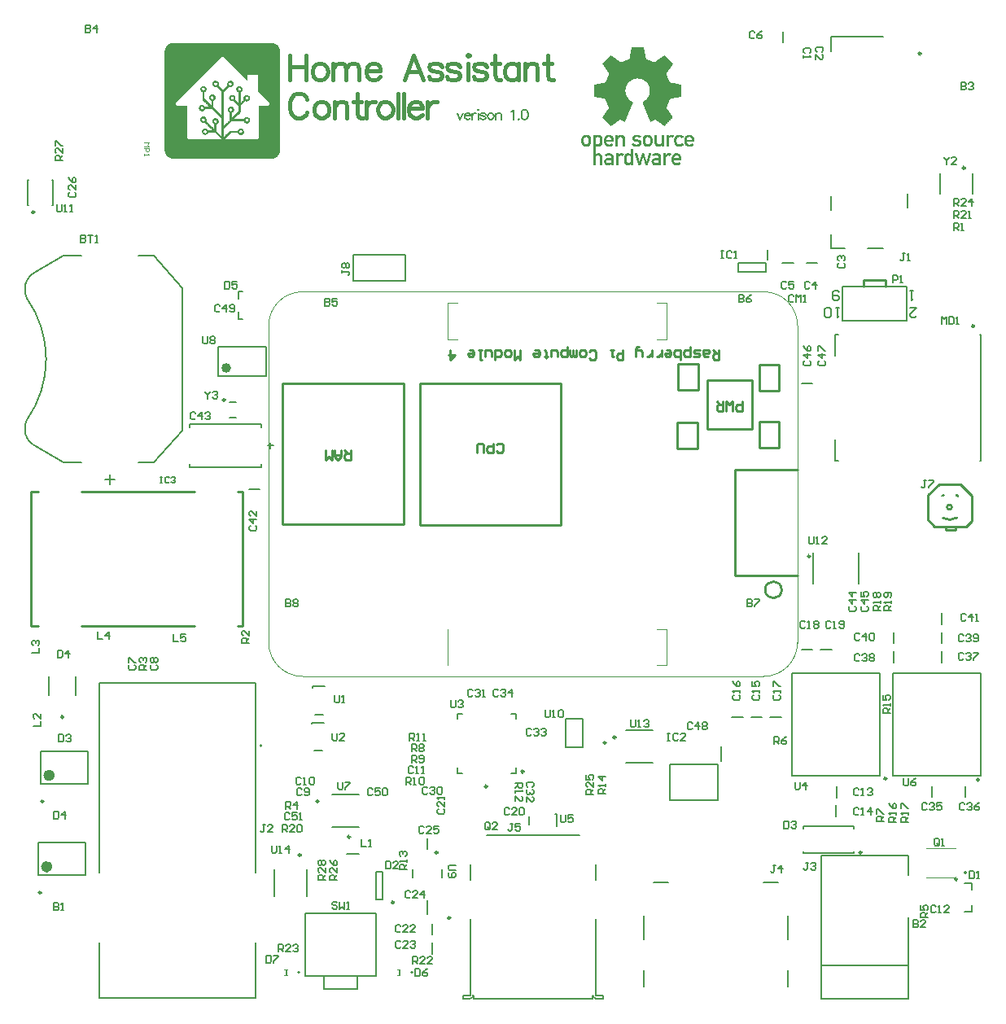
<source format=gto>
G04*
G04 #@! TF.GenerationSoftware,Altium Limited,Altium Designer,22.2.1 (43)*
G04*
G04 Layer_Color=65535*
%FSAX24Y24*%
%MOIN*%
G70*
G04*
G04 #@! TF.SameCoordinates,07477AA8-A169-438C-A272-D3E418652323*
G04*
G04*
G04 #@! TF.FilePolarity,Positive*
G04*
G01*
G75*
%ADD10C,0.0098*%
%ADD11C,0.0236*%
%ADD12C,0.0079*%
%ADD13C,0.0059*%
%ADD14C,0.0100*%
%ADD15C,0.0047*%
%ADD16C,0.0197*%
%ADD17C,0.0050*%
%ADD18C,0.0039*%
%ADD19C,0.0080*%
%ADD20C,0.0150*%
%ADD21C,0.0060*%
%ADD22C,0.0018*%
%ADD23C,0.0070*%
%ADD24R,0.0069X0.0236*%
G36*
X037193Y051953D02*
X037205D01*
Y051947D01*
X037211D01*
Y051922D01*
X037218D01*
Y051892D01*
X037224D01*
Y051856D01*
X037230D01*
Y051825D01*
X037236D01*
Y051795D01*
X037242D01*
Y051759D01*
X037248D01*
Y051728D01*
X037254D01*
Y051692D01*
X037260D01*
Y051662D01*
X037266D01*
Y051631D01*
X037272D01*
Y051601D01*
X037278D01*
Y051565D01*
X037284D01*
Y051534D01*
X037290D01*
Y051498D01*
X037296D01*
Y051474D01*
X037302D01*
Y051468D01*
X037308D01*
Y051462D01*
X037315D01*
Y051456D01*
X037327D01*
Y051450D01*
X037345D01*
Y051444D01*
X037357D01*
Y051437D01*
X037369D01*
Y051431D01*
X037387D01*
Y051425D01*
X037399D01*
Y051419D01*
X037418D01*
Y051413D01*
X037430D01*
Y051407D01*
X037448D01*
Y051401D01*
X037460D01*
Y051395D01*
X037472D01*
Y051389D01*
X037490D01*
Y051383D01*
X037503D01*
Y051377D01*
X037521D01*
Y051371D01*
X037533D01*
Y051365D01*
X037551D01*
Y051359D01*
X037563D01*
Y051353D01*
X037581D01*
Y051347D01*
X037593D01*
Y051340D01*
X037612D01*
Y051334D01*
X037624D01*
Y051328D01*
X037654D01*
Y051334D01*
X037660D01*
Y051340D01*
X037672D01*
Y051347D01*
X037678D01*
Y051353D01*
X037690D01*
Y051359D01*
X037696D01*
Y051365D01*
X037709D01*
Y051371D01*
X037715D01*
Y051377D01*
X037727D01*
Y051383D01*
X037733D01*
Y051389D01*
X037739D01*
Y051395D01*
X037751D01*
Y051401D01*
X037757D01*
Y051407D01*
X037769D01*
Y051413D01*
X037775D01*
Y051419D01*
X037787D01*
Y051425D01*
X037794D01*
Y051431D01*
X037806D01*
Y051437D01*
X037812D01*
Y051444D01*
X037824D01*
Y051450D01*
X037830D01*
Y051456D01*
X037836D01*
Y051462D01*
X037848D01*
Y051468D01*
X037854D01*
Y051474D01*
X037866D01*
Y051480D01*
X037872D01*
Y051486D01*
X037884D01*
Y051492D01*
X037891D01*
Y051498D01*
X037903D01*
Y051504D01*
X037909D01*
Y051510D01*
X037921D01*
Y051516D01*
X037927D01*
Y051522D01*
X037939D01*
Y051528D01*
X037945D01*
Y051534D01*
X037951D01*
Y051540D01*
X037963D01*
Y051547D01*
X037969D01*
Y051553D01*
X037981D01*
Y051559D01*
X037987D01*
Y051565D01*
X038000D01*
Y051571D01*
X038006D01*
Y051577D01*
X038018D01*
Y051583D01*
X038024D01*
Y051589D01*
X038036D01*
Y051595D01*
X038042D01*
Y051601D01*
X038060D01*
Y051595D01*
X038066D01*
Y051589D01*
X038072D01*
Y051583D01*
X038078D01*
Y051577D01*
X038084D01*
Y051571D01*
X038091D01*
Y051565D01*
X038097D01*
Y051559D01*
X038103D01*
Y051553D01*
X038109D01*
Y051547D01*
X038115D01*
Y051540D01*
X038121D01*
Y051534D01*
X038127D01*
Y051528D01*
X038133D01*
Y051522D01*
X038139D01*
Y051516D01*
X038145D01*
Y051510D01*
X038151D01*
Y051504D01*
X038157D01*
Y051498D01*
X038163D01*
Y051492D01*
X038169D01*
Y051486D01*
X038175D01*
Y051480D01*
X038182D01*
Y051474D01*
X038188D01*
Y051468D01*
X038194D01*
Y051462D01*
X038200D01*
Y051456D01*
X038206D01*
Y051450D01*
X038212D01*
Y051444D01*
X038218D01*
Y051437D01*
X038224D01*
Y051431D01*
X038230D01*
Y051425D01*
X038236D01*
Y051419D01*
X038242D01*
Y051413D01*
X038248D01*
Y051407D01*
X038254D01*
Y051401D01*
X038260D01*
Y051395D01*
X038266D01*
Y051389D01*
X038272D01*
Y051383D01*
X038279D01*
Y051377D01*
X038285D01*
Y051371D01*
X038291D01*
Y051365D01*
X038297D01*
Y051359D01*
X038303D01*
Y051353D01*
X038309D01*
Y051347D01*
X038315D01*
Y051340D01*
X038321D01*
Y051334D01*
X038327D01*
Y051328D01*
X038333D01*
Y051322D01*
X038339D01*
Y051316D01*
X038345D01*
Y051310D01*
X038351D01*
Y051304D01*
X038357D01*
Y051298D01*
X038363D01*
Y051292D01*
X038369D01*
Y051286D01*
X038375D01*
Y051280D01*
X038382D01*
Y051274D01*
X038388D01*
Y051268D01*
X038394D01*
Y051262D01*
X038400D01*
Y051243D01*
X038394D01*
Y051237D01*
X038388D01*
Y051225D01*
X038382D01*
Y051219D01*
X038375D01*
Y051207D01*
X038369D01*
Y051201D01*
X038363D01*
Y051189D01*
X038357D01*
Y051183D01*
X038351D01*
Y051171D01*
X038345D01*
Y051165D01*
X038339D01*
Y051153D01*
X038333D01*
Y051146D01*
X038327D01*
Y051140D01*
X038321D01*
Y051128D01*
X038315D01*
Y051122D01*
X038309D01*
Y051110D01*
X038303D01*
Y051104D01*
X038297D01*
Y051092D01*
X038291D01*
Y051086D01*
X038285D01*
Y051074D01*
X038279D01*
Y051068D01*
X038272D01*
Y051055D01*
X038266D01*
Y051049D01*
X038260D01*
Y051037D01*
X038254D01*
Y051031D01*
X038248D01*
Y051025D01*
X038242D01*
Y051013D01*
X038236D01*
Y051007D01*
X038230D01*
Y050995D01*
X038224D01*
Y050989D01*
X038218D01*
Y050977D01*
X038212D01*
Y050971D01*
X038206D01*
Y050958D01*
X038200D01*
Y050952D01*
X038194D01*
Y050940D01*
X038188D01*
Y050934D01*
X038182D01*
Y050928D01*
X038175D01*
Y050916D01*
X038169D01*
Y050910D01*
X038163D01*
Y050898D01*
X038157D01*
Y050892D01*
X038151D01*
Y050880D01*
X038145D01*
Y050874D01*
X038139D01*
Y050862D01*
X038133D01*
Y050831D01*
X038139D01*
Y050813D01*
X038145D01*
Y050801D01*
X038151D01*
Y050789D01*
X038157D01*
Y050771D01*
X038163D01*
Y050758D01*
X038169D01*
Y050746D01*
X038175D01*
Y050728D01*
X038182D01*
Y050716D01*
X038188D01*
Y050704D01*
X038194D01*
Y050686D01*
X038200D01*
Y050674D01*
X038206D01*
Y050661D01*
X038212D01*
Y050643D01*
X038218D01*
Y050631D01*
X038224D01*
Y050619D01*
X038230D01*
Y050601D01*
X038236D01*
Y050589D01*
X038242D01*
Y050577D01*
X038248D01*
Y050558D01*
X038254D01*
Y050546D01*
X038260D01*
Y050534D01*
X038266D01*
Y050516D01*
X038272D01*
Y050510D01*
X038279D01*
Y050504D01*
X038285D01*
Y050498D01*
X038297D01*
Y050492D01*
X038333D01*
Y050486D01*
X038363D01*
Y050480D01*
X038394D01*
Y050473D01*
X038430D01*
Y050467D01*
X038460D01*
Y050461D01*
X038497D01*
Y050455D01*
X038527D01*
Y050449D01*
X038557D01*
Y050443D01*
X038594D01*
Y050437D01*
X038624D01*
Y050431D01*
X038660D01*
Y050425D01*
X038691D01*
Y050419D01*
X038721D01*
Y050413D01*
X038745D01*
Y050407D01*
X038751D01*
Y050395D01*
X038757D01*
Y049928D01*
X038751D01*
Y049916D01*
X038739D01*
Y049910D01*
X038715D01*
Y049904D01*
X038685D01*
Y049898D01*
X038648D01*
Y049892D01*
X038618D01*
Y049885D01*
X038582D01*
Y049879D01*
X038551D01*
Y049873D01*
X038521D01*
Y049867D01*
X038485D01*
Y049861D01*
X038454D01*
Y049855D01*
X038424D01*
Y049849D01*
X038388D01*
Y049843D01*
X038357D01*
Y049837D01*
X038321D01*
Y049831D01*
X038297D01*
Y049825D01*
X038291D01*
Y049819D01*
X038285D01*
Y049813D01*
X038279D01*
Y049795D01*
X038272D01*
Y049782D01*
X038266D01*
Y049764D01*
X038260D01*
Y049752D01*
X038254D01*
Y049734D01*
X038248D01*
Y049722D01*
X038242D01*
Y049704D01*
X038236D01*
Y049691D01*
X038230D01*
Y049673D01*
X038224D01*
Y049661D01*
X038218D01*
Y049643D01*
X038212D01*
Y049631D01*
X038206D01*
Y049613D01*
X038200D01*
Y049601D01*
X038194D01*
Y049582D01*
X038188D01*
Y049570D01*
X038182D01*
Y049552D01*
X038175D01*
Y049540D01*
X038169D01*
Y049522D01*
X038163D01*
Y049510D01*
X038157D01*
Y049491D01*
X038151D01*
Y049479D01*
X038145D01*
Y049443D01*
X038151D01*
Y049431D01*
X038157D01*
Y049425D01*
X038163D01*
Y049419D01*
X038169D01*
Y049406D01*
X038175D01*
Y049400D01*
X038182D01*
Y049388D01*
X038188D01*
Y049382D01*
X038194D01*
Y049370D01*
X038200D01*
Y049364D01*
X038206D01*
Y049352D01*
X038212D01*
Y049346D01*
X038218D01*
Y049334D01*
X038224D01*
Y049328D01*
X038230D01*
Y049322D01*
X038236D01*
Y049310D01*
X038242D01*
Y049303D01*
X038248D01*
Y049291D01*
X038254D01*
Y049285D01*
X038260D01*
Y049273D01*
X038266D01*
Y049267D01*
X038272D01*
Y049255D01*
X038279D01*
Y049249D01*
X038285D01*
Y049237D01*
X038291D01*
Y049231D01*
X038297D01*
Y049225D01*
X038303D01*
Y049212D01*
X038309D01*
Y049206D01*
X038315D01*
Y049194D01*
X038321D01*
Y049188D01*
X038327D01*
Y049176D01*
X038333D01*
Y049170D01*
X038339D01*
Y049158D01*
X038345D01*
Y049152D01*
X038351D01*
Y049140D01*
X038357D01*
Y049134D01*
X038363D01*
Y049128D01*
X038369D01*
Y049116D01*
X038375D01*
Y049109D01*
X038382D01*
Y049097D01*
X038388D01*
Y049091D01*
X038394D01*
Y049079D01*
X038400D01*
Y049061D01*
X038394D01*
Y049055D01*
X038388D01*
Y049049D01*
X038382D01*
Y049043D01*
X038375D01*
Y049037D01*
X038369D01*
Y049031D01*
X038363D01*
Y049025D01*
X038357D01*
Y049019D01*
X038351D01*
Y049012D01*
X038345D01*
Y049006D01*
X038339D01*
Y049000D01*
X038333D01*
Y048994D01*
X038327D01*
Y048988D01*
X038321D01*
Y048982D01*
X038315D01*
Y048976D01*
X038309D01*
Y048970D01*
X038303D01*
Y048964D01*
X038297D01*
Y048958D01*
X038291D01*
Y048952D01*
X038285D01*
Y048946D01*
X038279D01*
Y048940D01*
X038272D01*
Y048934D01*
X038266D01*
Y048928D01*
X038260D01*
Y048921D01*
X038254D01*
Y048915D01*
X038248D01*
Y048909D01*
X038242D01*
Y048903D01*
X038236D01*
Y048897D01*
X038230D01*
Y048891D01*
X038224D01*
Y048885D01*
X038218D01*
Y048879D01*
X038212D01*
Y048873D01*
X038206D01*
Y048867D01*
X038200D01*
Y048861D01*
X038194D01*
Y048855D01*
X038188D01*
Y048849D01*
X038182D01*
Y048843D01*
X038175D01*
Y048837D01*
X038169D01*
Y048831D01*
X038163D01*
Y048825D01*
X038157D01*
Y048818D01*
X038151D01*
Y048812D01*
X038145D01*
Y048806D01*
X038139D01*
Y048800D01*
X038133D01*
Y048794D01*
X038127D01*
Y048788D01*
X038121D01*
Y048782D01*
X038115D01*
Y048776D01*
X038109D01*
Y048770D01*
X038103D01*
Y048764D01*
X038097D01*
Y048758D01*
X038091D01*
Y048752D01*
X038084D01*
Y048746D01*
X038078D01*
Y048740D01*
X038072D01*
Y048734D01*
X038066D01*
Y048727D01*
X038036D01*
Y048734D01*
X038024D01*
Y048740D01*
X038018D01*
Y048746D01*
X038012D01*
Y048752D01*
X038000D01*
Y048758D01*
X037994D01*
Y048764D01*
X037981D01*
Y048770D01*
X037975D01*
Y048776D01*
X037963D01*
Y048782D01*
X037957D01*
Y048788D01*
X037945D01*
Y048794D01*
X037939D01*
Y048800D01*
X037927D01*
Y048806D01*
X037921D01*
Y048812D01*
X037909D01*
Y048818D01*
X037903D01*
Y048825D01*
X037897D01*
Y048831D01*
X037884D01*
Y048837D01*
X037878D01*
Y048843D01*
X037866D01*
Y048849D01*
X037860D01*
Y048855D01*
X037848D01*
Y048861D01*
X037842D01*
Y048867D01*
X037830D01*
Y048873D01*
X037824D01*
Y048879D01*
X037812D01*
Y048885D01*
X037806D01*
Y048891D01*
X037800D01*
Y048897D01*
X037787D01*
Y048903D01*
X037781D01*
Y048909D01*
X037769D01*
Y048915D01*
X037763D01*
Y048921D01*
X037751D01*
Y048928D01*
X037745D01*
Y048934D01*
X037733D01*
Y048940D01*
X037727D01*
Y048946D01*
X037721D01*
Y048952D01*
X037709D01*
Y048958D01*
X037703D01*
Y048964D01*
X037690D01*
Y048970D01*
X037678D01*
Y048976D01*
X037660D01*
Y048970D01*
X037648D01*
Y048964D01*
X037636D01*
Y048958D01*
X037630D01*
Y048952D01*
X037618D01*
Y048946D01*
X037606D01*
Y048940D01*
X037593D01*
Y048934D01*
X037581D01*
Y048928D01*
X037569D01*
Y048921D01*
X037557D01*
Y048915D01*
X037545D01*
Y048909D01*
X037539D01*
Y048903D01*
X037527D01*
Y048897D01*
X037515D01*
Y048891D01*
X037503D01*
Y048885D01*
X037484D01*
Y048891D01*
X037478D01*
Y048897D01*
X037472D01*
Y048909D01*
X037466D01*
Y048928D01*
X037460D01*
Y048940D01*
X037454D01*
Y048958D01*
X037448D01*
Y048970D01*
X037442D01*
Y048988D01*
X037436D01*
Y049000D01*
X037430D01*
Y049012D01*
X037424D01*
Y049031D01*
X037418D01*
Y049043D01*
X037412D01*
Y049061D01*
X037406D01*
Y049073D01*
X037399D01*
Y049085D01*
X037393D01*
Y049103D01*
X037387D01*
Y049116D01*
X037381D01*
Y049134D01*
X037375D01*
Y049146D01*
X037369D01*
Y049158D01*
X037363D01*
Y049176D01*
X037357D01*
Y049188D01*
X037351D01*
Y049206D01*
X037345D01*
Y049219D01*
X037339D01*
Y049237D01*
X037333D01*
Y049249D01*
X037327D01*
Y049261D01*
X037321D01*
Y049279D01*
X037315D01*
Y049291D01*
X037308D01*
Y049310D01*
X037302D01*
Y049322D01*
X037296D01*
Y049340D01*
X037290D01*
Y049352D01*
X037284D01*
Y049364D01*
X037278D01*
Y049382D01*
X037272D01*
Y049394D01*
X037266D01*
Y049413D01*
X037260D01*
Y049425D01*
X037254D01*
Y049437D01*
X037248D01*
Y049455D01*
X037242D01*
Y049467D01*
X037236D01*
Y049485D01*
X037230D01*
Y049497D01*
X037224D01*
Y049510D01*
X037218D01*
Y049528D01*
X037211D01*
Y049540D01*
X037205D01*
Y049558D01*
X037199D01*
Y049570D01*
X037193D01*
Y049588D01*
X037187D01*
Y049601D01*
X037181D01*
Y049613D01*
X037175D01*
Y049631D01*
X037169D01*
Y049643D01*
X037163D01*
Y049661D01*
X037157D01*
Y049691D01*
X037163D01*
Y049697D01*
X037175D01*
Y049704D01*
X037181D01*
Y049710D01*
X037193D01*
Y049716D01*
X037205D01*
Y049722D01*
X037211D01*
Y049728D01*
X037224D01*
Y049734D01*
X037230D01*
Y049740D01*
X037236D01*
Y049746D01*
X037248D01*
Y049752D01*
X037254D01*
Y049758D01*
X037260D01*
Y049764D01*
X037272D01*
Y049770D01*
X037278D01*
Y049776D01*
X037284D01*
Y049782D01*
X037290D01*
Y049788D01*
X037296D01*
Y049795D01*
X037308D01*
Y049801D01*
X037315D01*
Y049807D01*
X037321D01*
Y049813D01*
X037327D01*
Y049825D01*
X037333D01*
Y049831D01*
X037339D01*
Y049837D01*
X037345D01*
Y049843D01*
X037351D01*
Y049849D01*
X037357D01*
Y049861D01*
X037363D01*
Y049867D01*
X037369D01*
Y049873D01*
X037375D01*
Y049885D01*
X037381D01*
Y049892D01*
X037387D01*
Y049904D01*
X037393D01*
Y049916D01*
X037399D01*
Y049928D01*
X037406D01*
Y049940D01*
X037412D01*
Y049952D01*
X037418D01*
Y049964D01*
X037424D01*
Y049976D01*
X037430D01*
Y049995D01*
X037436D01*
Y050013D01*
X037442D01*
Y050037D01*
X037448D01*
Y050061D01*
X037454D01*
Y050098D01*
X037460D01*
Y050219D01*
X037454D01*
Y050261D01*
X037448D01*
Y050286D01*
X037442D01*
Y050310D01*
X037436D01*
Y050328D01*
X037430D01*
Y050340D01*
X037424D01*
Y050358D01*
X037418D01*
Y050370D01*
X037412D01*
Y050383D01*
X037406D01*
Y050395D01*
X037399D01*
Y050407D01*
X037393D01*
Y050413D01*
X037387D01*
Y050425D01*
X037381D01*
Y050431D01*
X037375D01*
Y050443D01*
X037369D01*
Y050449D01*
X037363D01*
Y050461D01*
X037357D01*
Y050467D01*
X037351D01*
Y050473D01*
X037345D01*
Y050486D01*
X037339D01*
Y050492D01*
X037333D01*
Y050498D01*
X037327D01*
Y050504D01*
X037321D01*
Y050510D01*
X037315D01*
Y050516D01*
X037308D01*
Y050522D01*
X037302D01*
Y050528D01*
X037296D01*
Y050534D01*
X037290D01*
Y050540D01*
X037278D01*
Y050546D01*
X037272D01*
Y050552D01*
X037266D01*
Y050558D01*
X037260D01*
Y050564D01*
X037248D01*
Y050571D01*
X037242D01*
Y050577D01*
X037230D01*
Y050583D01*
X037224D01*
Y050589D01*
X037211D01*
Y050595D01*
X037199D01*
Y050601D01*
X037187D01*
Y050607D01*
X037175D01*
Y050613D01*
X037163D01*
Y050619D01*
X037151D01*
Y050625D01*
X037139D01*
Y050631D01*
X037121D01*
Y050637D01*
X037102D01*
Y050643D01*
X037078D01*
Y050649D01*
X037042D01*
Y050655D01*
X036993D01*
Y050661D01*
X036927D01*
Y050655D01*
X036878D01*
Y050649D01*
X036848D01*
Y050643D01*
X036823D01*
Y050637D01*
X036805D01*
Y050631D01*
X036787D01*
Y050625D01*
X036769D01*
Y050619D01*
X036757D01*
Y050613D01*
X036745D01*
Y050607D01*
X036733D01*
Y050601D01*
X036720D01*
Y050595D01*
X036708D01*
Y050589D01*
X036696D01*
Y050583D01*
X036690D01*
Y050577D01*
X036678D01*
Y050571D01*
X036672D01*
Y050564D01*
X036666D01*
Y050558D01*
X036654D01*
Y050552D01*
X036648D01*
Y050546D01*
X036642D01*
Y050540D01*
X036636D01*
Y050534D01*
X036623D01*
Y050528D01*
X036617D01*
Y050522D01*
X036611D01*
Y050516D01*
X036605D01*
Y050510D01*
X036599D01*
Y050504D01*
X036593D01*
Y050498D01*
X036587D01*
Y050492D01*
X036581D01*
Y050480D01*
X036575D01*
Y050473D01*
X036569D01*
Y050467D01*
X036563D01*
Y050461D01*
X036557D01*
Y050449D01*
X036551D01*
Y050443D01*
X036545D01*
Y050431D01*
X036539D01*
Y050425D01*
X036532D01*
Y050413D01*
X036526D01*
Y050401D01*
X036520D01*
Y050389D01*
X036514D01*
Y050377D01*
X036508D01*
Y050364D01*
X036502D01*
Y050352D01*
X036496D01*
Y050340D01*
X036490D01*
Y050322D01*
X036484D01*
Y050304D01*
X036478D01*
Y050279D01*
X036472D01*
Y050249D01*
X036466D01*
Y050207D01*
X036460D01*
Y050116D01*
X036466D01*
Y050067D01*
X036472D01*
Y050037D01*
X036478D01*
Y050019D01*
X036484D01*
Y049995D01*
X036490D01*
Y049982D01*
X036496D01*
Y049964D01*
X036502D01*
Y049952D01*
X036508D01*
Y049940D01*
X036514D01*
Y049928D01*
X036520D01*
Y049916D01*
X036526D01*
Y049904D01*
X036532D01*
Y049898D01*
X036539D01*
Y049885D01*
X036545D01*
Y049879D01*
X036551D01*
Y049867D01*
X036557D01*
Y049861D01*
X036563D01*
Y049855D01*
X036569D01*
Y049843D01*
X036575D01*
Y049837D01*
X036581D01*
Y049831D01*
X036587D01*
Y049825D01*
X036593D01*
Y049819D01*
X036599D01*
Y049813D01*
X036605D01*
Y049807D01*
X036611D01*
Y049801D01*
X036617D01*
Y049795D01*
X036623D01*
Y049788D01*
X036630D01*
Y049782D01*
X036636D01*
Y049776D01*
X036642D01*
Y049770D01*
X036654D01*
Y049764D01*
X036660D01*
Y049758D01*
X036666D01*
Y049752D01*
X036678D01*
Y049746D01*
X036684D01*
Y049740D01*
X036690D01*
Y049734D01*
X036702D01*
Y049728D01*
X036708D01*
Y049722D01*
X036714D01*
Y049716D01*
X036727D01*
Y049710D01*
X036739D01*
Y049704D01*
X036745D01*
Y049697D01*
X036757D01*
Y049691D01*
X036763D01*
Y049679D01*
X036769D01*
Y049673D01*
X036763D01*
Y049655D01*
X036757D01*
Y049643D01*
X036751D01*
Y049625D01*
X036745D01*
Y049613D01*
X036739D01*
Y049594D01*
X036733D01*
Y049582D01*
X036727D01*
Y049570D01*
X036720D01*
Y049552D01*
X036714D01*
Y049540D01*
X036708D01*
Y049522D01*
X036702D01*
Y049510D01*
X036696D01*
Y049497D01*
X036690D01*
Y049479D01*
X036684D01*
Y049467D01*
X036678D01*
Y049449D01*
X036672D01*
Y049437D01*
X036666D01*
Y049419D01*
X036660D01*
Y049406D01*
X036654D01*
Y049388D01*
X036648D01*
Y049376D01*
X036642D01*
Y049364D01*
X036636D01*
Y049346D01*
X036630D01*
Y049334D01*
X036623D01*
Y049322D01*
X036617D01*
Y049303D01*
X036611D01*
Y049291D01*
X036605D01*
Y049273D01*
X036599D01*
Y049261D01*
X036593D01*
Y049243D01*
X036587D01*
Y049231D01*
X036581D01*
Y049219D01*
X036575D01*
Y049200D01*
X036569D01*
Y049188D01*
X036563D01*
Y049170D01*
X036557D01*
Y049158D01*
X036551D01*
Y049146D01*
X036545D01*
Y049128D01*
X036539D01*
Y049116D01*
X036532D01*
Y049097D01*
X036526D01*
Y049085D01*
X036520D01*
Y049067D01*
X036514D01*
Y049055D01*
X036508D01*
Y049043D01*
X036502D01*
Y049025D01*
X036496D01*
Y049012D01*
X036490D01*
Y048994D01*
X036484D01*
Y048982D01*
X036478D01*
Y048964D01*
X036472D01*
Y048952D01*
X036466D01*
Y048940D01*
X036460D01*
Y048921D01*
X036454D01*
Y048909D01*
X036448D01*
Y048891D01*
X036435D01*
Y048885D01*
X036417D01*
Y048891D01*
X036405D01*
Y048897D01*
X036393D01*
Y048903D01*
X036387D01*
Y048909D01*
X036375D01*
Y048915D01*
X036363D01*
Y048921D01*
X036351D01*
Y048928D01*
X036339D01*
Y048934D01*
X036326D01*
Y048940D01*
X036314D01*
Y048946D01*
X036308D01*
Y048952D01*
X036296D01*
Y048958D01*
X036284D01*
Y048964D01*
X036272D01*
Y048970D01*
X036260D01*
Y048976D01*
X036242D01*
Y048970D01*
X036229D01*
Y048964D01*
X036223D01*
Y048958D01*
X036211D01*
Y048952D01*
X036205D01*
Y048946D01*
X036193D01*
Y048940D01*
X036187D01*
Y048934D01*
X036175D01*
Y048928D01*
X036169D01*
Y048921D01*
X036157D01*
Y048915D01*
X036151D01*
Y048909D01*
X036144D01*
Y048903D01*
X036132D01*
Y048897D01*
X036126D01*
Y048891D01*
X036114D01*
Y048885D01*
X036108D01*
Y048879D01*
X036096D01*
Y048873D01*
X036090D01*
Y048867D01*
X036078D01*
Y048861D01*
X036072D01*
Y048855D01*
X036060D01*
Y048849D01*
X036054D01*
Y048843D01*
X036041D01*
Y048837D01*
X036035D01*
Y048831D01*
X036029D01*
Y048825D01*
X036017D01*
Y048818D01*
X036011D01*
Y048812D01*
X035999D01*
Y048806D01*
X035993D01*
Y048800D01*
X035981D01*
Y048794D01*
X035975D01*
Y048788D01*
X035963D01*
Y048782D01*
X035957D01*
Y048776D01*
X035944D01*
Y048770D01*
X035938D01*
Y048764D01*
X035932D01*
Y048758D01*
X035920D01*
Y048752D01*
X035914D01*
Y048746D01*
X035902D01*
Y048740D01*
X035896D01*
Y048734D01*
X035884D01*
Y048727D01*
X035854D01*
Y048734D01*
X035847D01*
Y048740D01*
X035841D01*
Y048746D01*
X035835D01*
Y048752D01*
X035829D01*
Y048758D01*
X035823D01*
Y048764D01*
X035817D01*
Y048770D01*
X035811D01*
Y048776D01*
X035805D01*
Y048782D01*
X035799D01*
Y048788D01*
X035793D01*
Y048794D01*
X035787D01*
Y048800D01*
X035781D01*
Y048806D01*
X035775D01*
Y048812D01*
X035769D01*
Y048818D01*
X035763D01*
Y048825D01*
X035756D01*
Y048831D01*
X035750D01*
Y048837D01*
X035744D01*
Y048843D01*
X035738D01*
Y048849D01*
X035732D01*
Y048855D01*
X035726D01*
Y048861D01*
X035720D01*
Y048867D01*
X035714D01*
Y048873D01*
X035708D01*
Y048879D01*
X035702D01*
Y048885D01*
X035696D01*
Y048891D01*
X035690D01*
Y048897D01*
X035684D01*
Y048903D01*
X035678D01*
Y048909D01*
X035672D01*
Y048915D01*
X035666D01*
Y048921D01*
X035659D01*
Y048928D01*
X035653D01*
Y048934D01*
X035647D01*
Y048940D01*
X035641D01*
Y048946D01*
X035635D01*
Y048952D01*
X035629D01*
Y048958D01*
X035623D01*
Y048964D01*
X035617D01*
Y048970D01*
X035611D01*
Y048976D01*
X035605D01*
Y048982D01*
X035599D01*
Y048988D01*
X035593D01*
Y048994D01*
X035587D01*
Y049000D01*
X035581D01*
Y049006D01*
X035575D01*
Y049012D01*
X035569D01*
Y049019D01*
X035563D01*
Y049025D01*
X035556D01*
Y049031D01*
X035550D01*
Y049037D01*
X035544D01*
Y049043D01*
X035538D01*
Y049049D01*
X035532D01*
Y049055D01*
X035526D01*
Y049085D01*
X035532D01*
Y049097D01*
X035538D01*
Y049103D01*
X035544D01*
Y049116D01*
X035550D01*
Y049122D01*
X035556D01*
Y049134D01*
X035563D01*
Y049140D01*
X035569D01*
Y049152D01*
X035575D01*
Y049158D01*
X035581D01*
Y049164D01*
X035587D01*
Y049176D01*
X035593D01*
Y049182D01*
X035599D01*
Y049194D01*
X035605D01*
Y049200D01*
X035611D01*
Y049212D01*
X035617D01*
Y049219D01*
X035623D01*
Y049231D01*
X035629D01*
Y049237D01*
X035635D01*
Y049249D01*
X035641D01*
Y049255D01*
X035647D01*
Y049261D01*
X035653D01*
Y049273D01*
X035659D01*
Y049279D01*
X035666D01*
Y049291D01*
X035672D01*
Y049297D01*
X035678D01*
Y049310D01*
X035684D01*
Y049316D01*
X035690D01*
Y049328D01*
X035696D01*
Y049334D01*
X035702D01*
Y049340D01*
X035708D01*
Y049352D01*
X035714D01*
Y049364D01*
X035720D01*
Y049370D01*
X035726D01*
Y049376D01*
X035732D01*
Y049388D01*
X035738D01*
Y049394D01*
X035744D01*
Y049406D01*
X035750D01*
Y049413D01*
X035756D01*
Y049425D01*
X035763D01*
Y049431D01*
X035769D01*
Y049443D01*
X035775D01*
Y049479D01*
X035769D01*
Y049497D01*
X035763D01*
Y049510D01*
X035756D01*
Y049528D01*
X035750D01*
Y049540D01*
X035744D01*
Y049558D01*
X035738D01*
Y049570D01*
X035732D01*
Y049588D01*
X035726D01*
Y049601D01*
X035720D01*
Y049619D01*
X035714D01*
Y049631D01*
X035708D01*
Y049649D01*
X035702D01*
Y049661D01*
X035696D01*
Y049679D01*
X035690D01*
Y049691D01*
X035684D01*
Y049710D01*
X035678D01*
Y049722D01*
X035672D01*
Y049740D01*
X035666D01*
Y049752D01*
X035659D01*
Y049770D01*
X035653D01*
Y049782D01*
X035647D01*
Y049801D01*
X035641D01*
Y049813D01*
X035635D01*
Y049819D01*
X035629D01*
Y049825D01*
X035623D01*
Y049831D01*
X035599D01*
Y049837D01*
X035569D01*
Y049843D01*
X035532D01*
Y049849D01*
X035502D01*
Y049855D01*
X035466D01*
Y049861D01*
X035435D01*
Y049867D01*
X035399D01*
Y049873D01*
X035368D01*
Y049879D01*
X035338D01*
Y049885D01*
X035308D01*
Y049892D01*
X035271D01*
Y049898D01*
X035241D01*
Y049904D01*
X035205D01*
Y049910D01*
X035181D01*
Y049916D01*
X035175D01*
Y049922D01*
X035168D01*
Y049934D01*
X035162D01*
Y050389D01*
X035168D01*
Y050407D01*
X035175D01*
Y050413D01*
X035199D01*
Y050419D01*
X035229D01*
Y050425D01*
X035265D01*
Y050431D01*
X035296D01*
Y050437D01*
X035332D01*
Y050443D01*
X035362D01*
Y050449D01*
X035393D01*
Y050455D01*
X035429D01*
Y050461D01*
X035459D01*
Y050467D01*
X035496D01*
Y050473D01*
X035526D01*
Y050480D01*
X035556D01*
Y050486D01*
X035587D01*
Y050492D01*
X035623D01*
Y050498D01*
X035641D01*
Y050504D01*
X035647D01*
Y050516D01*
X035653D01*
Y050528D01*
X035659D01*
Y050540D01*
X035666D01*
Y050558D01*
X035672D01*
Y050571D01*
X035678D01*
Y050583D01*
X035684D01*
Y050601D01*
X035690D01*
Y050613D01*
X035696D01*
Y050625D01*
X035702D01*
Y050643D01*
X035708D01*
Y050655D01*
X035714D01*
Y050668D01*
X035720D01*
Y050686D01*
X035726D01*
Y050698D01*
X035732D01*
Y050710D01*
X035738D01*
Y050728D01*
X035744D01*
Y050740D01*
X035750D01*
Y050752D01*
X035756D01*
Y050771D01*
X035763D01*
Y050783D01*
X035769D01*
Y050795D01*
X035775D01*
Y050813D01*
X035781D01*
Y050825D01*
X035787D01*
Y050868D01*
X035781D01*
Y050874D01*
X035775D01*
Y050886D01*
X035769D01*
Y050892D01*
X035763D01*
Y050904D01*
X035756D01*
Y050910D01*
X035750D01*
Y050922D01*
X035744D01*
Y050928D01*
X035738D01*
Y050934D01*
X035732D01*
Y050946D01*
X035726D01*
Y050952D01*
X035720D01*
Y050965D01*
X035714D01*
Y050971D01*
X035708D01*
Y050983D01*
X035702D01*
Y050989D01*
X035696D01*
Y051001D01*
X035690D01*
Y051007D01*
X035684D01*
Y051019D01*
X035678D01*
Y051025D01*
X035672D01*
Y051031D01*
X035666D01*
Y051043D01*
X035659D01*
Y051049D01*
X035653D01*
Y051062D01*
X035647D01*
Y051068D01*
X035641D01*
Y051080D01*
X035635D01*
Y051086D01*
X035629D01*
Y051098D01*
X035623D01*
Y051104D01*
X035617D01*
Y051116D01*
X035611D01*
Y051122D01*
X035605D01*
Y051134D01*
X035599D01*
Y051140D01*
X035593D01*
Y051146D01*
X035587D01*
Y051159D01*
X035581D01*
Y051165D01*
X035575D01*
Y051177D01*
X035569D01*
Y051183D01*
X035563D01*
Y051195D01*
X035556D01*
Y051201D01*
X035550D01*
Y051213D01*
X035544D01*
Y051219D01*
X035538D01*
Y051225D01*
X035532D01*
Y051237D01*
X035526D01*
Y051268D01*
X035532D01*
Y051274D01*
X035538D01*
Y051280D01*
X035544D01*
Y051286D01*
X035550D01*
Y051292D01*
X035556D01*
Y051298D01*
X035563D01*
Y051304D01*
X035569D01*
Y051310D01*
X035575D01*
Y051316D01*
X035581D01*
Y051322D01*
X035587D01*
Y051328D01*
X035593D01*
Y051334D01*
X035599D01*
Y051340D01*
X035605D01*
Y051347D01*
X035611D01*
Y051353D01*
X035617D01*
Y051359D01*
X035623D01*
Y051365D01*
X035629D01*
Y051371D01*
X035635D01*
Y051377D01*
X035641D01*
Y051383D01*
X035647D01*
Y051389D01*
X035653D01*
Y051395D01*
X035659D01*
Y051401D01*
X035666D01*
Y051407D01*
X035672D01*
Y051413D01*
X035678D01*
Y051419D01*
X035684D01*
Y051425D01*
X035690D01*
Y051431D01*
X035696D01*
Y051437D01*
X035702D01*
Y051444D01*
X035708D01*
Y051450D01*
X035714D01*
Y051456D01*
X035720D01*
Y051462D01*
X035726D01*
Y051468D01*
X035732D01*
Y051474D01*
X035738D01*
Y051480D01*
X035744D01*
Y051486D01*
X035750D01*
Y051492D01*
X035756D01*
Y051498D01*
X035763D01*
Y051504D01*
X035769D01*
Y051510D01*
X035775D01*
Y051516D01*
X035781D01*
Y051522D01*
X035787D01*
Y051528D01*
X035793D01*
Y051534D01*
X035799D01*
Y051540D01*
X035805D01*
Y051547D01*
X035811D01*
Y051553D01*
X035817D01*
Y051559D01*
X035823D01*
Y051565D01*
X035829D01*
Y051571D01*
X035835D01*
Y051577D01*
X035841D01*
Y051583D01*
X035847D01*
Y051589D01*
X035854D01*
Y051595D01*
X035866D01*
Y051601D01*
X035878D01*
Y051595D01*
X035890D01*
Y051589D01*
X035896D01*
Y051583D01*
X035908D01*
Y051577D01*
X035914D01*
Y051571D01*
X035926D01*
Y051565D01*
X035932D01*
Y051559D01*
X035938D01*
Y051553D01*
X035951D01*
Y051547D01*
X035957D01*
Y051540D01*
X035969D01*
Y051534D01*
X035975D01*
Y051528D01*
X035987D01*
Y051522D01*
X035993D01*
Y051516D01*
X036005D01*
Y051510D01*
X036011D01*
Y051504D01*
X036023D01*
Y051498D01*
X036029D01*
Y051492D01*
X036035D01*
Y051486D01*
X036047D01*
Y051480D01*
X036054D01*
Y051474D01*
X036066D01*
Y051468D01*
X036072D01*
Y051462D01*
X036084D01*
Y051456D01*
X036090D01*
Y051450D01*
X036102D01*
Y051444D01*
X036108D01*
Y051437D01*
X036114D01*
Y051431D01*
X036126D01*
Y051425D01*
X036132D01*
Y051419D01*
X036144D01*
Y051413D01*
X036151D01*
Y051407D01*
X036163D01*
Y051401D01*
X036169D01*
Y051395D01*
X036181D01*
Y051389D01*
X036187D01*
Y051383D01*
X036199D01*
Y051377D01*
X036205D01*
Y051371D01*
X036211D01*
Y051365D01*
X036223D01*
Y051359D01*
X036229D01*
Y051353D01*
X036242D01*
Y051347D01*
X036248D01*
Y051340D01*
X036260D01*
Y051334D01*
X036266D01*
Y051328D01*
X036296D01*
Y051334D01*
X036314D01*
Y051340D01*
X036326D01*
Y051347D01*
X036345D01*
Y051353D01*
X036357D01*
Y051359D01*
X036375D01*
Y051365D01*
X036387D01*
Y051371D01*
X036399D01*
Y051377D01*
X036417D01*
Y051383D01*
X036429D01*
Y051389D01*
X036448D01*
Y051395D01*
X036460D01*
Y051401D01*
X036478D01*
Y051407D01*
X036490D01*
Y051413D01*
X036508D01*
Y051419D01*
X036520D01*
Y051425D01*
X036532D01*
Y051431D01*
X036551D01*
Y051437D01*
X036563D01*
Y051444D01*
X036581D01*
Y051450D01*
X036593D01*
Y051456D01*
X036605D01*
Y051462D01*
X036617D01*
Y051474D01*
X036623D01*
Y051492D01*
X036630D01*
Y051528D01*
X036636D01*
Y051559D01*
X036642D01*
Y051589D01*
X036648D01*
Y051619D01*
X036654D01*
Y051656D01*
X036660D01*
Y051686D01*
X036666D01*
Y051722D01*
X036672D01*
Y051753D01*
X036678D01*
Y051783D01*
X036684D01*
Y051819D01*
X036690D01*
Y051850D01*
X036696D01*
Y051886D01*
X036702D01*
Y051916D01*
X036708D01*
Y051941D01*
X036714D01*
Y051953D01*
X036733D01*
Y051959D01*
X037193D01*
Y051953D01*
D02*
G37*
G36*
X038406Y048352D02*
X038424D01*
Y048346D01*
X038436D01*
Y048340D01*
X038448D01*
Y048333D01*
X038454D01*
Y048327D01*
X038466D01*
Y048315D01*
X038460D01*
Y048309D01*
X038454D01*
Y048297D01*
X038448D01*
Y048291D01*
X038442D01*
Y048285D01*
X038436D01*
Y048279D01*
X038430D01*
Y048273D01*
X038424D01*
Y048267D01*
X038418D01*
Y048255D01*
X038412D01*
Y048249D01*
X038406D01*
Y048243D01*
X038400D01*
Y048236D01*
X038394D01*
Y048243D01*
X038382D01*
Y048249D01*
X038375D01*
Y048255D01*
X038357D01*
Y048261D01*
X038309D01*
Y048255D01*
X038291D01*
Y048249D01*
X038285D01*
Y048243D01*
X038272D01*
Y048236D01*
X038266D01*
Y048230D01*
X038260D01*
Y048224D01*
X038254D01*
Y048212D01*
X038248D01*
Y048194D01*
X038242D01*
Y047873D01*
X038139D01*
Y048352D01*
X038242D01*
Y048309D01*
X038248D01*
Y048315D01*
X038254D01*
Y048321D01*
X038260D01*
Y048327D01*
X038272D01*
Y048333D01*
X038279D01*
Y048340D01*
X038291D01*
Y048346D01*
X038303D01*
Y048352D01*
X038327D01*
Y048358D01*
X038406D01*
Y048352D01*
D02*
G37*
G36*
X035393D02*
X035417D01*
Y048346D01*
X035429D01*
Y048340D01*
X035441D01*
Y048333D01*
X035447D01*
Y048327D01*
X035459D01*
Y048321D01*
X035466D01*
Y048315D01*
X035472D01*
Y048309D01*
X035478D01*
Y048297D01*
X035484D01*
Y048291D01*
X035490D01*
Y048285D01*
X035496D01*
Y048273D01*
X035502D01*
Y048255D01*
X035508D01*
Y048236D01*
X035514D01*
Y048176D01*
X035520D01*
Y048049D01*
X035514D01*
Y047988D01*
X035508D01*
Y047964D01*
X035502D01*
Y047951D01*
X035496D01*
Y047939D01*
X035490D01*
Y047933D01*
X035484D01*
Y047927D01*
X035478D01*
Y047915D01*
X035472D01*
Y047909D01*
X035466D01*
Y047903D01*
X035459D01*
Y047897D01*
X035447D01*
Y047891D01*
X035441D01*
Y047885D01*
X035429D01*
Y047879D01*
X035417D01*
Y047873D01*
X035399D01*
Y047867D01*
X035314D01*
Y047873D01*
X035296D01*
Y047879D01*
X035284D01*
Y047885D01*
X035271D01*
Y047891D01*
X035259D01*
Y047897D01*
X035253D01*
Y047903D01*
X035247D01*
Y047909D01*
X035241D01*
Y047915D01*
X035235D01*
Y047921D01*
X035229D01*
Y047545D01*
X035235D01*
Y047551D01*
X035241D01*
Y047557D01*
X035247D01*
Y047564D01*
X035253D01*
Y047570D01*
X035259D01*
Y047576D01*
X035271D01*
Y047582D01*
X035284D01*
Y047588D01*
X035302D01*
Y047594D01*
X035320D01*
Y047600D01*
X035387D01*
Y047594D01*
X035411D01*
Y047588D01*
X035423D01*
Y047582D01*
X035435D01*
Y047576D01*
X035447D01*
Y047570D01*
X035453D01*
Y047564D01*
X035459D01*
Y047557D01*
X035466D01*
Y047551D01*
X035472D01*
Y047545D01*
X035478D01*
Y047539D01*
X035484D01*
Y047533D01*
X035490D01*
Y047521D01*
X035496D01*
Y047515D01*
X035502D01*
Y047497D01*
X035508D01*
Y047491D01*
Y047485D01*
X035514D01*
Y047448D01*
X035520D01*
Y047115D01*
X035514D01*
Y047109D01*
X035417D01*
Y047430D01*
X035411D01*
Y047448D01*
X035405D01*
Y047460D01*
X035399D01*
Y047467D01*
X035393D01*
Y047473D01*
X035387D01*
Y047479D01*
X035381D01*
Y047485D01*
X035375D01*
Y047491D01*
X035362D01*
Y047497D01*
X035332D01*
Y047503D01*
X035320D01*
Y047497D01*
X035290D01*
Y047491D01*
X035278D01*
Y047485D01*
X035265D01*
Y047479D01*
X035259D01*
Y047473D01*
X035253D01*
Y047467D01*
X035247D01*
Y047454D01*
X035241D01*
Y047442D01*
X035235D01*
Y047424D01*
X035229D01*
Y047109D01*
X035132D01*
Y048352D01*
X035229D01*
Y048309D01*
X035235D01*
Y048315D01*
X035241D01*
Y048321D01*
X035253D01*
Y048327D01*
X035259D01*
Y048333D01*
X035271D01*
Y048340D01*
X035278D01*
Y048346D01*
X035296D01*
Y048352D01*
X035314D01*
Y048358D01*
X035393D01*
Y048352D01*
D02*
G37*
G36*
X036320D02*
X036345D01*
Y048346D01*
X036357D01*
Y048340D01*
X036369D01*
Y048333D01*
X036375D01*
Y048327D01*
X036387D01*
Y048321D01*
X036393D01*
Y048315D01*
X036399D01*
Y048309D01*
X036405D01*
Y048303D01*
X036411D01*
Y048297D01*
X036417D01*
Y048285D01*
X036423D01*
Y048273D01*
X036429D01*
Y048261D01*
X036435D01*
Y048249D01*
X036442D01*
Y048218D01*
X036448D01*
Y047873D01*
X036345D01*
Y048200D01*
X036339D01*
Y048212D01*
X036332D01*
Y048224D01*
X036326D01*
Y048230D01*
X036320D01*
Y048236D01*
X036314D01*
Y048243D01*
X036308D01*
Y048249D01*
X036296D01*
Y048255D01*
X036278D01*
Y048261D01*
X036229D01*
Y048255D01*
X036211D01*
Y048249D01*
X036199D01*
Y048243D01*
X036193D01*
Y048236D01*
X036187D01*
Y048230D01*
X036181D01*
Y048224D01*
X036175D01*
Y048212D01*
X036169D01*
Y048200D01*
X036163D01*
Y048170D01*
X036157D01*
Y047873D01*
X036060D01*
Y048352D01*
X036157D01*
Y048303D01*
X036163D01*
Y048309D01*
X036169D01*
Y048315D01*
X036175D01*
Y048321D01*
X036181D01*
Y048327D01*
X036187D01*
Y048333D01*
X036199D01*
Y048340D01*
X036211D01*
Y048346D01*
X036223D01*
Y048352D01*
X036242D01*
Y048358D01*
X036320D01*
Y048352D01*
D02*
G37*
G36*
X036981D02*
X037005D01*
Y048346D01*
X037024D01*
Y048340D01*
X037042D01*
Y048333D01*
X037054D01*
Y048327D01*
X037066D01*
Y048321D01*
X037072D01*
Y048315D01*
X037084D01*
Y048309D01*
X037090D01*
Y048303D01*
X037102D01*
Y048297D01*
X037108D01*
Y048291D01*
X037102D01*
Y048285D01*
X037096D01*
Y048273D01*
X037090D01*
Y048267D01*
X037084D01*
Y048261D01*
X037078D01*
Y048255D01*
X037072D01*
Y048249D01*
X037066D01*
Y048236D01*
X037060D01*
Y048230D01*
X037054D01*
Y048224D01*
X037036D01*
Y048230D01*
X037030D01*
Y048236D01*
X037018D01*
Y048243D01*
X037005D01*
Y048249D01*
X036993D01*
Y048255D01*
X036975D01*
Y048261D01*
X036951D01*
Y048267D01*
X036890D01*
Y048261D01*
X036866D01*
Y048255D01*
X036860D01*
Y048249D01*
X036848D01*
Y048236D01*
X036842D01*
Y048224D01*
X036836D01*
Y048194D01*
X036842D01*
Y048188D01*
X036848D01*
Y048182D01*
X036854D01*
Y048176D01*
X036866D01*
Y048170D01*
X036884D01*
Y048164D01*
X036963D01*
Y048158D01*
X037011D01*
Y048152D01*
X037030D01*
Y048145D01*
X037048D01*
Y048139D01*
X037060D01*
Y048133D01*
X037066D01*
Y048127D01*
X037078D01*
Y048121D01*
X037084D01*
Y048115D01*
X037090D01*
Y048103D01*
X037096D01*
Y048097D01*
X037102D01*
Y048085D01*
X037108D01*
Y048067D01*
X037115D01*
Y048042D01*
X037121D01*
Y047988D01*
X037115D01*
Y047970D01*
X037108D01*
Y047951D01*
X037102D01*
Y047945D01*
X037096D01*
Y047933D01*
X037090D01*
Y047927D01*
X037084D01*
Y047921D01*
X037078D01*
Y047915D01*
X037072D01*
Y047909D01*
X037066D01*
Y047903D01*
X037054D01*
Y047897D01*
X037048D01*
Y047891D01*
X037036D01*
Y047885D01*
X037018D01*
Y047879D01*
X037005D01*
Y047873D01*
X036975D01*
Y047867D01*
X036860D01*
Y047873D01*
X036836D01*
Y047879D01*
X036817D01*
Y047885D01*
X036799D01*
Y047891D01*
X036787D01*
Y047897D01*
X036775D01*
Y047903D01*
X036769D01*
Y047909D01*
X036757D01*
Y047915D01*
X036745D01*
Y047921D01*
X036739D01*
Y047927D01*
X036733D01*
Y047933D01*
X036720D01*
Y047939D01*
X036714D01*
Y047945D01*
X036708D01*
Y047958D01*
X036714D01*
Y047964D01*
X036720D01*
Y047970D01*
X036727D01*
Y047976D01*
X036733D01*
Y047982D01*
X036739D01*
Y047988D01*
X036745D01*
Y047994D01*
X036751D01*
Y048000D01*
X036757D01*
Y048006D01*
X036763D01*
Y048012D01*
X036769D01*
Y048018D01*
X036781D01*
Y048012D01*
X036787D01*
Y048006D01*
X036793D01*
Y048000D01*
X036799D01*
Y047994D01*
X036811D01*
Y047988D01*
X036817D01*
Y047982D01*
X036830D01*
Y047976D01*
X036842D01*
Y047970D01*
X036860D01*
Y047964D01*
X036890D01*
Y047958D01*
X036957D01*
Y047964D01*
X036981D01*
Y047970D01*
X036993D01*
Y047976D01*
X036999D01*
Y047982D01*
X037005D01*
Y047988D01*
X037011D01*
Y047994D01*
X037018D01*
Y048042D01*
X037011D01*
Y048049D01*
X037005D01*
Y048055D01*
X036993D01*
Y048061D01*
X036969D01*
Y048067D01*
X036908D01*
Y048073D01*
X036854D01*
Y048079D01*
X036830D01*
Y048085D01*
X036811D01*
Y048091D01*
X036799D01*
Y048097D01*
X036793D01*
Y048103D01*
X036787D01*
Y048109D01*
X036775D01*
Y048115D01*
X036769D01*
Y048127D01*
X036763D01*
Y048133D01*
X036757D01*
Y048139D01*
X036751D01*
Y048152D01*
X036745D01*
Y048170D01*
X036739D01*
Y048249D01*
X036745D01*
Y048267D01*
X036751D01*
Y048279D01*
X036757D01*
Y048291D01*
X036763D01*
Y048297D01*
X036769D01*
Y048303D01*
X036775D01*
Y048309D01*
X036781D01*
Y048315D01*
X036787D01*
Y048321D01*
X036793D01*
Y048327D01*
X036799D01*
Y048333D01*
X036811D01*
Y048340D01*
X036823D01*
Y048346D01*
X036842D01*
Y048352D01*
X036866D01*
Y048358D01*
X036981D01*
Y048352D01*
D02*
G37*
G36*
X038721D02*
X038745D01*
Y048346D01*
X038757D01*
Y048340D01*
X038770D01*
Y048333D01*
X038782D01*
Y048327D01*
X038794D01*
Y048321D01*
X038800D01*
Y048315D01*
X038812D01*
Y048309D01*
X038818D01*
Y048303D01*
X038824D01*
Y048297D01*
X038830D01*
Y048291D01*
X038836D01*
Y048285D01*
X038842D01*
Y048279D01*
X038848D01*
Y048273D01*
X038842D01*
Y048267D01*
X038836D01*
Y048261D01*
X038830D01*
Y048255D01*
X038824D01*
Y048249D01*
X038818D01*
Y048243D01*
X038812D01*
Y048236D01*
X038800D01*
Y048230D01*
X038794D01*
Y048224D01*
X038788D01*
Y048218D01*
X038782D01*
Y048212D01*
X038770D01*
Y048218D01*
X038763D01*
Y048224D01*
X038757D01*
Y048230D01*
X038751D01*
Y048236D01*
X038745D01*
Y048243D01*
X038733D01*
Y048249D01*
X038721D01*
Y048255D01*
X038703D01*
Y048261D01*
X038648D01*
Y048255D01*
X038624D01*
Y048249D01*
X038612D01*
Y048243D01*
X038600D01*
Y048236D01*
X038594D01*
Y048230D01*
X038588D01*
Y048224D01*
X038582D01*
Y048212D01*
X038576D01*
Y048206D01*
X038570D01*
Y048188D01*
X038563D01*
Y048170D01*
X038557D01*
Y048115D01*
X038551D01*
Y048109D01*
X038557D01*
Y048055D01*
X038563D01*
Y048036D01*
X038570D01*
Y048018D01*
X038576D01*
Y048012D01*
X038582D01*
Y048000D01*
X038588D01*
Y047994D01*
X038594D01*
Y047988D01*
X038606D01*
Y047982D01*
X038612D01*
Y047976D01*
X038624D01*
Y047970D01*
X038648D01*
Y047964D01*
X038703D01*
Y047970D01*
X038721D01*
Y047976D01*
X038733D01*
Y047982D01*
X038745D01*
Y047988D01*
X038751D01*
Y047994D01*
X038757D01*
Y048000D01*
X038763D01*
Y048006D01*
X038770D01*
Y048012D01*
X038782D01*
Y048006D01*
X038788D01*
Y048000D01*
X038794D01*
Y047994D01*
X038800D01*
Y047988D01*
X038806D01*
Y047982D01*
X038818D01*
Y047976D01*
X038824D01*
Y047970D01*
X038830D01*
Y047964D01*
X038836D01*
Y047958D01*
X038842D01*
Y047951D01*
X038848D01*
Y047945D01*
X038842D01*
Y047939D01*
X038836D01*
Y047933D01*
X038830D01*
Y047927D01*
X038824D01*
Y047921D01*
X038818D01*
Y047915D01*
X038812D01*
Y047909D01*
X038800D01*
Y047903D01*
X038794D01*
Y047897D01*
X038782D01*
Y047891D01*
X038770D01*
Y047885D01*
X038757D01*
Y047879D01*
X038745D01*
Y047873D01*
X038721D01*
Y047867D01*
X038624D01*
Y047873D01*
X038600D01*
Y047879D01*
X038582D01*
Y047885D01*
X038570D01*
Y047891D01*
X038557D01*
Y047897D01*
X038551D01*
Y047903D01*
X038539D01*
Y047909D01*
X038533D01*
Y047915D01*
X038527D01*
Y047921D01*
X038521D01*
Y047927D01*
X038515D01*
Y047933D01*
X038509D01*
Y047939D01*
X038503D01*
Y047945D01*
X038497D01*
Y047958D01*
X038491D01*
Y047970D01*
X038485D01*
Y047982D01*
X038479D01*
Y047994D01*
X038472D01*
Y048012D01*
X038466D01*
Y048030D01*
X038460D01*
Y048067D01*
X038454D01*
Y048158D01*
X038460D01*
Y048194D01*
X038466D01*
Y048212D01*
X038472D01*
Y048230D01*
X038479D01*
Y048243D01*
X038485D01*
Y048255D01*
X038491D01*
Y048267D01*
X038497D01*
Y048273D01*
X038503D01*
Y048285D01*
X038509D01*
Y048291D01*
X038515D01*
Y048297D01*
X038521D01*
Y048303D01*
X038527D01*
Y048309D01*
X038533D01*
Y048315D01*
X038539D01*
Y048321D01*
X038551D01*
Y048327D01*
X038557D01*
Y048333D01*
X038570D01*
Y048340D01*
X038582D01*
Y048346D01*
X038600D01*
Y048352D01*
X038624D01*
Y048358D01*
X038721D01*
Y048352D01*
D02*
G37*
G36*
X038036Y047873D02*
X037939D01*
Y047921D01*
X037933D01*
Y047909D01*
X037927D01*
Y047903D01*
X037921D01*
Y047897D01*
X037909D01*
Y047891D01*
X037903D01*
Y047885D01*
X037891D01*
Y047879D01*
X037878D01*
Y047873D01*
X037854D01*
Y047867D01*
X037775D01*
Y047873D01*
X037757D01*
Y047879D01*
X037739D01*
Y047885D01*
X037727D01*
Y047891D01*
X037721D01*
Y047897D01*
X037715D01*
Y047903D01*
X037709D01*
Y047909D01*
X037696D01*
Y047915D01*
X037690D01*
Y047927D01*
X037684D01*
Y047933D01*
X037678D01*
Y047939D01*
X037672D01*
Y047951D01*
X037666D01*
Y047964D01*
X037660D01*
Y047982D01*
X037654D01*
Y048030D01*
X037648D01*
Y048352D01*
X037751D01*
Y048036D01*
X037757D01*
Y048018D01*
X037763D01*
Y048006D01*
X037769D01*
Y047994D01*
X037775D01*
Y047988D01*
X037781D01*
Y047982D01*
X037794D01*
Y047976D01*
X037806D01*
Y047970D01*
X037824D01*
Y047964D01*
X037866D01*
Y047970D01*
X037884D01*
Y047976D01*
X037897D01*
Y047982D01*
X037909D01*
Y047988D01*
X037915D01*
Y048000D01*
X037921D01*
Y048006D01*
X037927D01*
Y048018D01*
X037933D01*
Y048036D01*
X037939D01*
Y048352D01*
X038036D01*
Y047873D01*
D02*
G37*
G36*
X039115Y048352D02*
X039139D01*
Y048346D01*
X039151D01*
Y048340D01*
X039164D01*
Y048333D01*
X039176D01*
Y048327D01*
X039188D01*
Y048321D01*
X039194D01*
Y048315D01*
X039200D01*
Y048309D01*
X039206D01*
Y048303D01*
X039212D01*
Y048297D01*
X039218D01*
Y048291D01*
X039224D01*
Y048285D01*
X039230D01*
Y048279D01*
X039236D01*
Y048267D01*
X039242D01*
Y048255D01*
X039248D01*
Y048243D01*
X039255D01*
Y048230D01*
X039261D01*
Y048224D01*
Y048218D01*
Y048073D01*
X038970D01*
Y048042D01*
X038976D01*
Y048024D01*
X038982D01*
Y048012D01*
X038988D01*
Y048000D01*
X038994D01*
Y047994D01*
X039000D01*
Y047988D01*
X039006D01*
Y047982D01*
X039012D01*
Y047976D01*
X039024D01*
Y047970D01*
X039036D01*
Y047964D01*
X039055D01*
Y047958D01*
X039109D01*
Y047964D01*
X039127D01*
Y047970D01*
X039145D01*
Y047976D01*
X039158D01*
Y047982D01*
X039164D01*
Y047988D01*
X039176D01*
Y047994D01*
X039182D01*
Y048000D01*
X039188D01*
Y048006D01*
X039194D01*
Y048000D01*
X039200D01*
Y047994D01*
X039206D01*
Y047988D01*
X039212D01*
Y047982D01*
X039218D01*
Y047976D01*
X039224D01*
Y047970D01*
X039236D01*
Y047964D01*
X039242D01*
Y047958D01*
X039248D01*
Y047951D01*
X039255D01*
Y047945D01*
X039261D01*
Y047939D01*
X039255D01*
Y047933D01*
X039248D01*
Y047927D01*
X039242D01*
Y047921D01*
X039236D01*
Y047915D01*
X039230D01*
Y047909D01*
X039218D01*
Y047903D01*
X039212D01*
Y047897D01*
X039200D01*
Y047891D01*
X039188D01*
Y047885D01*
X039176D01*
Y047879D01*
X039158D01*
Y047873D01*
X039133D01*
Y047867D01*
X039030D01*
Y047873D01*
X039006D01*
Y047879D01*
X038988D01*
Y047885D01*
X038976D01*
Y047891D01*
X038970D01*
Y047897D01*
X038958D01*
Y047903D01*
X038951D01*
Y047909D01*
X038939D01*
Y047915D01*
X038933D01*
Y047921D01*
X038927D01*
Y047927D01*
X038921D01*
Y047939D01*
X038915D01*
Y047945D01*
X038909D01*
Y047958D01*
X038903D01*
Y047964D01*
X038897D01*
Y047976D01*
X038891D01*
Y047994D01*
X038885D01*
Y048012D01*
X038879D01*
Y048042D01*
X038873D01*
Y048176D01*
X038879D01*
Y048206D01*
X038885D01*
Y048224D01*
X038891D01*
Y048243D01*
X038897D01*
Y048255D01*
X038903D01*
Y048267D01*
X038909D01*
Y048279D01*
X038915D01*
Y048285D01*
X038921D01*
Y048291D01*
X038927D01*
Y048303D01*
X038933D01*
Y048309D01*
X038939D01*
Y048315D01*
X038951D01*
Y048321D01*
X038958D01*
Y048327D01*
X038964D01*
Y048333D01*
X038976D01*
Y048340D01*
X038988D01*
Y048346D01*
X039006D01*
Y048352D01*
X039024D01*
Y048358D01*
X039115D01*
Y048352D01*
D02*
G37*
G36*
X037418D02*
X037442D01*
Y048346D01*
X037460D01*
Y048340D01*
X037472D01*
Y048333D01*
X037478D01*
Y048327D01*
X037490D01*
Y048321D01*
X037496D01*
Y048315D01*
X037503D01*
Y048309D01*
X037509D01*
Y048303D01*
X037515D01*
Y048297D01*
X037521D01*
Y048291D01*
X037527D01*
Y048285D01*
X037533D01*
Y048279D01*
X037539D01*
Y048267D01*
X037545D01*
Y048255D01*
X037551D01*
Y048243D01*
X037557D01*
Y048224D01*
X037563D01*
Y048194D01*
X037569D01*
Y048030D01*
X037563D01*
Y048000D01*
X037557D01*
Y047982D01*
X037551D01*
Y047970D01*
X037545D01*
Y047958D01*
X037539D01*
Y047945D01*
X037533D01*
Y047939D01*
X037527D01*
Y047933D01*
X037521D01*
Y047927D01*
X037515D01*
Y047921D01*
X037509D01*
Y047915D01*
X037503D01*
Y047909D01*
X037496D01*
Y047903D01*
X037490D01*
Y047897D01*
X037478D01*
Y047891D01*
X037472D01*
Y047885D01*
X037460D01*
Y047879D01*
X037442D01*
Y047873D01*
X037424D01*
Y047867D01*
X037321D01*
Y047873D01*
X037302D01*
Y047879D01*
X037284D01*
Y047885D01*
X037272D01*
Y047891D01*
X037260D01*
Y047897D01*
X037254D01*
Y047903D01*
X037248D01*
Y047909D01*
X037242D01*
Y047915D01*
X037236D01*
Y047921D01*
X037230D01*
Y047927D01*
X037224D01*
Y047933D01*
X037218D01*
Y047939D01*
X037211D01*
Y047945D01*
X037205D01*
Y047958D01*
X037199D01*
Y047964D01*
X037193D01*
Y047982D01*
X037187D01*
Y047994D01*
X037181D01*
Y048024D01*
X037175D01*
Y048085D01*
X037169D01*
Y048097D01*
Y048103D01*
Y048139D01*
X037175D01*
Y048200D01*
X037181D01*
Y048230D01*
X037187D01*
Y048249D01*
X037193D01*
Y048261D01*
X037199D01*
Y048267D01*
X037205D01*
Y048279D01*
X037211D01*
Y048285D01*
X037218D01*
Y048291D01*
X037224D01*
Y048297D01*
X037230D01*
Y048303D01*
X037236D01*
Y048309D01*
X037242D01*
Y048315D01*
X037248D01*
Y048321D01*
X037254D01*
Y048327D01*
X037260D01*
Y048333D01*
X037272D01*
Y048340D01*
X037284D01*
Y048346D01*
X037302D01*
Y048352D01*
X037321D01*
Y048358D01*
X037418D01*
Y048352D01*
D02*
G37*
G36*
X035829D02*
X035847D01*
Y048346D01*
X035866D01*
Y048340D01*
X035878D01*
Y048333D01*
X035890D01*
Y048327D01*
X035896D01*
Y048321D01*
X035902D01*
Y048315D01*
X035914D01*
Y048309D01*
X035920D01*
Y048303D01*
X035926D01*
Y048297D01*
X035932D01*
Y048285D01*
X035938D01*
Y048279D01*
X035944D01*
Y048273D01*
X035951D01*
Y048261D01*
X035957D01*
Y048249D01*
X035963D01*
Y048236D01*
X035969D01*
Y048218D01*
X035975D01*
Y048188D01*
X035981D01*
Y048073D01*
X035678D01*
Y048061D01*
X035684D01*
Y048030D01*
X035690D01*
Y048012D01*
X035696D01*
Y048006D01*
X035702D01*
Y047994D01*
X035708D01*
Y047988D01*
X035714D01*
Y047982D01*
X035720D01*
Y047976D01*
X035732D01*
Y047970D01*
X035744D01*
Y047964D01*
X035769D01*
Y047958D01*
X035817D01*
Y047964D01*
X035841D01*
Y047970D01*
X035854D01*
Y047976D01*
X035866D01*
Y047982D01*
X035872D01*
Y047988D01*
X035884D01*
Y047994D01*
X035890D01*
Y048000D01*
X035896D01*
Y048006D01*
X035902D01*
Y048000D01*
X035908D01*
Y047994D01*
X035914D01*
Y047988D01*
X035920D01*
Y047982D01*
X035932D01*
Y047976D01*
X035938D01*
Y047970D01*
X035944D01*
Y047964D01*
X035951D01*
Y047958D01*
X035957D01*
Y047951D01*
X035963D01*
Y047945D01*
X035969D01*
Y047939D01*
X035963D01*
Y047933D01*
X035957D01*
Y047927D01*
X035951D01*
Y047921D01*
X035944D01*
Y047915D01*
X035938D01*
Y047909D01*
X035932D01*
Y047903D01*
X035920D01*
Y047897D01*
X035914D01*
Y047891D01*
X035902D01*
Y047885D01*
X035884D01*
Y047879D01*
X035872D01*
Y047873D01*
X035847D01*
Y047867D01*
X035738D01*
Y047873D01*
X035720D01*
Y047879D01*
X035702D01*
Y047885D01*
X035690D01*
Y047891D01*
X035678D01*
Y047897D01*
X035666D01*
Y047903D01*
X035659D01*
Y047909D01*
X035653D01*
Y047915D01*
X035647D01*
Y047921D01*
X035641D01*
Y047927D01*
X035635D01*
Y047933D01*
X035629D01*
Y047939D01*
X035623D01*
Y047951D01*
X035617D01*
Y047958D01*
X035611D01*
Y047970D01*
X035605D01*
Y047982D01*
X035599D01*
Y048000D01*
X035593D01*
Y048024D01*
X035587D01*
Y048055D01*
X035581D01*
Y048164D01*
X035587D01*
Y048200D01*
X035593D01*
Y048218D01*
X035599D01*
Y048236D01*
X035605D01*
Y048243D01*
Y048255D01*
X035611D01*
Y048261D01*
X035617D01*
Y048273D01*
X035623D01*
Y048285D01*
X035629D01*
Y048291D01*
X035635D01*
Y048297D01*
X035641D01*
Y048303D01*
X035647D01*
Y048309D01*
X035653D01*
Y048315D01*
X035659D01*
Y048321D01*
X035666D01*
Y048327D01*
X035678D01*
Y048333D01*
X035684D01*
Y048340D01*
X035696D01*
Y048346D01*
X035714D01*
Y048352D01*
X035738D01*
Y048358D01*
X035829D01*
Y048352D01*
D02*
G37*
G36*
X034902D02*
X034920D01*
Y048346D01*
X034938D01*
Y048340D01*
X034950D01*
Y048333D01*
X034962D01*
Y048327D01*
X034968D01*
Y048321D01*
X034974D01*
Y048315D01*
X034980D01*
Y048309D01*
X034993D01*
Y048303D01*
X034999D01*
Y048291D01*
X035005D01*
Y048285D01*
X035011D01*
Y048279D01*
X035017D01*
Y048273D01*
X035023D01*
Y048261D01*
X035029D01*
Y048249D01*
X035035D01*
Y048230D01*
X035041D01*
Y048206D01*
X035047D01*
Y048152D01*
X035053D01*
Y048073D01*
X035047D01*
Y048018D01*
X035041D01*
Y047994D01*
X035035D01*
Y047976D01*
X035029D01*
Y047964D01*
X035023D01*
Y047951D01*
X035017D01*
Y047945D01*
X035011D01*
Y047939D01*
X035005D01*
Y047933D01*
X034999D01*
Y047921D01*
X034993D01*
Y047915D01*
X034987D01*
Y047909D01*
X034974D01*
Y047903D01*
X034968D01*
Y047897D01*
X034962D01*
Y047891D01*
X034950D01*
Y047885D01*
X034938D01*
Y047879D01*
X034920D01*
Y047873D01*
X034902D01*
Y047867D01*
X034799D01*
Y047873D01*
X034780D01*
Y047879D01*
X034762D01*
Y047885D01*
X034750D01*
Y047891D01*
X034744D01*
Y047897D01*
X034732D01*
Y047903D01*
X034726D01*
Y047909D01*
X034720D01*
Y047915D01*
X034714D01*
Y047921D01*
X034708D01*
Y047927D01*
X034702D01*
Y047933D01*
X034696D01*
Y047939D01*
X034690D01*
Y047945D01*
X034683D01*
Y047958D01*
X034677D01*
Y047970D01*
X034671D01*
Y047982D01*
X034665D01*
Y048000D01*
X034659D01*
Y048030D01*
X034653D01*
Y048194D01*
X034659D01*
Y048224D01*
X034665D01*
Y048243D01*
X034671D01*
Y048255D01*
X034677D01*
Y048267D01*
X034683D01*
Y048279D01*
X034690D01*
Y048285D01*
X034696D01*
Y048291D01*
X034702D01*
Y048297D01*
X034708D01*
Y048303D01*
X034714D01*
Y048309D01*
X034720D01*
Y048315D01*
X034726D01*
Y048321D01*
X034732D01*
Y048327D01*
X034744D01*
Y048333D01*
X034750D01*
Y048340D01*
X034768D01*
Y048346D01*
X034780D01*
Y048352D01*
X034805D01*
Y048358D01*
X034902D01*
Y048352D01*
D02*
G37*
G36*
X038279Y047594D02*
X038297D01*
Y047588D01*
X038315D01*
Y047582D01*
X038327D01*
Y047576D01*
X038333D01*
Y047570D01*
X038345D01*
Y047564D01*
X038351D01*
Y047557D01*
X038345D01*
Y047551D01*
X038339D01*
Y047545D01*
X038333D01*
Y047539D01*
X038327D01*
Y047533D01*
X038321D01*
Y047521D01*
X038315D01*
Y047515D01*
X038309D01*
Y047509D01*
X038303D01*
Y047503D01*
X038297D01*
Y047497D01*
X038291D01*
Y047491D01*
X038285D01*
Y047479D01*
X038272D01*
Y047485D01*
X038260D01*
Y047491D01*
X038248D01*
Y047497D01*
X038224D01*
Y047503D01*
X038206D01*
Y047497D01*
X038175D01*
Y047491D01*
X038163D01*
Y047485D01*
X038157D01*
Y047479D01*
X038151D01*
Y047473D01*
X038145D01*
Y047467D01*
X038139D01*
Y047460D01*
X038133D01*
Y047448D01*
X038127D01*
Y047430D01*
X038121D01*
Y047109D01*
X038024D01*
Y047509D01*
Y047515D01*
Y047594D01*
X038121D01*
Y047545D01*
X038127D01*
Y047551D01*
X038133D01*
Y047557D01*
X038139D01*
Y047564D01*
X038145D01*
Y047570D01*
X038151D01*
Y047576D01*
X038163D01*
Y047582D01*
X038175D01*
Y047588D01*
X038194D01*
Y047594D01*
X038212D01*
Y047600D01*
X038279D01*
Y047594D01*
D02*
G37*
G36*
X036793Y047115D02*
X036787D01*
Y047109D01*
X036690D01*
Y047157D01*
X036684D01*
Y047151D01*
X036678D01*
Y047145D01*
X036672D01*
Y047139D01*
X036666D01*
Y047133D01*
X036654D01*
Y047127D01*
X036648D01*
Y047121D01*
X036630D01*
Y047115D01*
X036617D01*
Y047109D01*
X036520D01*
Y047115D01*
X036502D01*
Y047121D01*
X036490D01*
Y047127D01*
X036478D01*
Y047133D01*
X036472D01*
Y047139D01*
X036460D01*
Y047145D01*
X036454D01*
Y047151D01*
X036448D01*
Y047157D01*
X036442D01*
Y047163D01*
X036435D01*
Y047175D01*
X036429D01*
Y047182D01*
X036423D01*
Y047194D01*
X036417D01*
Y047212D01*
X036411D01*
Y047242D01*
X036405D01*
Y047467D01*
X036411D01*
Y047491D01*
X036417D01*
Y047509D01*
X036423D01*
Y047521D01*
X036429D01*
Y047527D01*
X036435D01*
Y047539D01*
X036442D01*
Y047545D01*
X036448D01*
Y047551D01*
X036454D01*
Y047557D01*
X036460D01*
Y047564D01*
X036466D01*
Y047570D01*
X036472D01*
Y047576D01*
X036484D01*
Y047582D01*
X036496D01*
Y047588D01*
X036514D01*
Y047594D01*
X036532D01*
Y047600D01*
X036599D01*
Y047594D01*
X036617D01*
Y047588D01*
X036636D01*
Y047582D01*
X036648D01*
Y047576D01*
X036654D01*
Y047570D01*
X036666D01*
Y047564D01*
X036672D01*
Y047557D01*
X036678D01*
Y047551D01*
X036684D01*
Y047545D01*
X036690D01*
Y047788D01*
X036793D01*
Y047115D01*
D02*
G37*
G36*
X036332Y047594D02*
X036351D01*
Y047588D01*
X036369D01*
Y047582D01*
X036381D01*
Y047576D01*
X036387D01*
Y047570D01*
X036399D01*
Y047564D01*
X036405D01*
Y047557D01*
X036399D01*
Y047551D01*
X036393D01*
Y047545D01*
X036387D01*
Y047539D01*
X036381D01*
Y047533D01*
X036375D01*
Y047521D01*
X036369D01*
Y047515D01*
X036363D01*
Y047509D01*
X036357D01*
Y047503D01*
X036351D01*
Y047497D01*
X036345D01*
Y047485D01*
X036339D01*
Y047479D01*
X036326D01*
Y047485D01*
X036314D01*
Y047491D01*
X036302D01*
Y047497D01*
X036278D01*
Y047503D01*
X036260D01*
Y047497D01*
X036235D01*
Y047491D01*
X036217D01*
Y047485D01*
X036211D01*
Y047479D01*
X036205D01*
Y047473D01*
X036199D01*
Y047467D01*
X036193D01*
Y047460D01*
X036187D01*
Y047448D01*
X036181D01*
Y047424D01*
X036175D01*
Y047109D01*
X036078D01*
Y047594D01*
X036175D01*
Y047545D01*
X036181D01*
Y047551D01*
X036187D01*
Y047557D01*
X036193D01*
Y047564D01*
X036199D01*
Y047570D01*
X036211D01*
Y047576D01*
X036217D01*
Y047582D01*
X036229D01*
Y047588D01*
X036248D01*
Y047594D01*
X036272D01*
Y047600D01*
X036332D01*
Y047594D01*
D02*
G37*
G36*
X037769D02*
X037800D01*
Y047588D01*
X037824D01*
Y047582D01*
X037836D01*
Y047576D01*
X037848D01*
Y047570D01*
X037860D01*
Y047564D01*
X037866D01*
Y047557D01*
X037872D01*
Y047551D01*
X037878D01*
Y047545D01*
X037884D01*
Y047539D01*
X037891D01*
Y047533D01*
X037897D01*
Y047521D01*
X037903D01*
Y047509D01*
X037909D01*
Y047491D01*
X037915D01*
Y047454D01*
X037921D01*
Y047115D01*
X037915D01*
Y047109D01*
X037818D01*
Y047151D01*
X037812D01*
Y047139D01*
X037806D01*
Y047133D01*
X037800D01*
Y047127D01*
X037794D01*
Y047121D01*
X037781D01*
Y047115D01*
X037763D01*
Y047109D01*
X037642D01*
Y047115D01*
X037624D01*
Y047121D01*
X037606D01*
Y047127D01*
X037593D01*
Y047133D01*
X037587D01*
Y047139D01*
X037581D01*
Y047145D01*
X037575D01*
Y047151D01*
X037569D01*
Y047157D01*
X037563D01*
Y047163D01*
X037557D01*
Y047169D01*
X037551D01*
Y047175D01*
X037545D01*
Y047188D01*
X037539D01*
Y047206D01*
X037533D01*
Y047230D01*
X037527D01*
Y047279D01*
X037533D01*
Y047303D01*
X037539D01*
Y047315D01*
X037545D01*
Y047327D01*
X037551D01*
Y047339D01*
X037557D01*
Y047345D01*
X037563D01*
Y047351D01*
X037569D01*
Y047357D01*
X037575D01*
Y047363D01*
X037581D01*
Y047369D01*
X037593D01*
Y047376D01*
X037606D01*
Y047382D01*
X037618D01*
Y047388D01*
X037636D01*
Y047394D01*
X037684D01*
Y047400D01*
X037812D01*
Y047394D01*
X037818D01*
Y047400D01*
Y047473D01*
X037812D01*
Y047479D01*
X037806D01*
Y047485D01*
X037800D01*
Y047491D01*
X037794D01*
Y047497D01*
X037781D01*
Y047503D01*
X037672D01*
Y047497D01*
X037654D01*
Y047491D01*
X037648D01*
Y047485D01*
X037642D01*
Y047479D01*
X037636D01*
Y047473D01*
X037618D01*
Y047479D01*
X037612D01*
Y047485D01*
X037606D01*
Y047491D01*
X037599D01*
Y047497D01*
X037587D01*
Y047503D01*
X037581D01*
Y047509D01*
X037575D01*
Y047515D01*
X037563D01*
Y047521D01*
X037557D01*
Y047527D01*
X037551D01*
Y047533D01*
X037557D01*
Y047539D01*
X037563D01*
Y047545D01*
X037569D01*
Y047551D01*
X037575D01*
Y047557D01*
X037581D01*
Y047564D01*
X037587D01*
Y047570D01*
X037599D01*
Y047576D01*
X037612D01*
Y047582D01*
X037624D01*
Y047588D01*
X037642D01*
Y047594D01*
X037672D01*
Y047600D01*
X037769D01*
Y047594D01*
D02*
G37*
G36*
X035823D02*
X035854D01*
Y047588D01*
X035878D01*
Y047582D01*
X035890D01*
Y047576D01*
X035902D01*
Y047570D01*
X035914D01*
Y047564D01*
X035920D01*
Y047557D01*
X035932D01*
Y047551D01*
X035938D01*
Y047539D01*
X035944D01*
Y047533D01*
X035951D01*
Y047527D01*
X035957D01*
Y047515D01*
X035963D01*
Y047497D01*
X035969D01*
Y047479D01*
Y047473D01*
Y047467D01*
X035975D01*
Y047115D01*
X035969D01*
Y047109D01*
X035878D01*
Y047115D01*
X035872D01*
Y047139D01*
X035878D01*
Y047151D01*
X035872D01*
Y047145D01*
X035866D01*
Y047139D01*
X035860D01*
Y047133D01*
X035854D01*
Y047127D01*
X035847D01*
Y047121D01*
X035835D01*
Y047115D01*
X035817D01*
Y047109D01*
X035696D01*
Y047115D01*
X035678D01*
Y047121D01*
X035659D01*
Y047127D01*
X035653D01*
Y047133D01*
X035641D01*
Y047139D01*
X035635D01*
Y047145D01*
X035629D01*
Y047151D01*
X035623D01*
Y047157D01*
X035617D01*
Y047163D01*
X035611D01*
Y047169D01*
X035605D01*
Y047182D01*
X035599D01*
Y047194D01*
X035593D01*
Y047206D01*
X035587D01*
Y047236D01*
X035581D01*
Y047266D01*
X035587D01*
Y047297D01*
X035593D01*
Y047315D01*
X035599D01*
Y047327D01*
X035605D01*
Y047339D01*
X035611D01*
Y047345D01*
X035617D01*
Y047351D01*
X035623D01*
Y047357D01*
X035629D01*
Y047363D01*
X035635D01*
Y047369D01*
X035647D01*
Y047376D01*
X035659D01*
Y047382D01*
X035672D01*
Y047388D01*
X035690D01*
Y047394D01*
X035738D01*
Y047400D01*
X035866D01*
Y047394D01*
X035872D01*
Y047400D01*
X035878D01*
Y047406D01*
X035872D01*
Y047473D01*
X035866D01*
Y047485D01*
X035860D01*
Y047491D01*
X035847D01*
Y047497D01*
X035835D01*
Y047503D01*
X035720D01*
Y047497D01*
X035708D01*
Y047491D01*
X035702D01*
Y047485D01*
X035696D01*
Y047479D01*
X035690D01*
Y047473D01*
X035678D01*
Y047479D01*
X035666D01*
Y047485D01*
X035659D01*
Y047491D01*
X035653D01*
Y047497D01*
X035641D01*
Y047503D01*
X035635D01*
Y047509D01*
X035629D01*
Y047515D01*
X035623D01*
Y047521D01*
X035611D01*
Y047539D01*
X035617D01*
Y047545D01*
X035623D01*
Y047551D01*
X035629D01*
Y047557D01*
X035635D01*
Y047564D01*
X035647D01*
Y047570D01*
X035653D01*
Y047576D01*
X035666D01*
Y047582D01*
X035678D01*
Y047588D01*
X035696D01*
Y047594D01*
X035726D01*
Y047600D01*
X035823D01*
Y047594D01*
D02*
G37*
G36*
X022006Y052113D02*
X022033D01*
Y052109D01*
X022051D01*
Y052105D01*
X022069D01*
Y052100D01*
X022083D01*
Y052095D01*
X022092D01*
Y052091D01*
X022105D01*
Y052087D01*
X022114D01*
Y052082D01*
X022123D01*
Y052077D01*
X022132D01*
Y052073D01*
X022141D01*
Y052069D01*
X022146D01*
Y052064D01*
X022155D01*
Y052059D01*
X022159D01*
Y052055D01*
X022168D01*
Y052050D01*
X022173D01*
Y052046D01*
X022181D01*
Y052042D01*
X022186D01*
Y052037D01*
X022190D01*
Y052032D01*
X022195D01*
Y052028D01*
X022199D01*
Y052024D01*
X022204D01*
Y052019D01*
X022208D01*
Y052014D01*
X022213D01*
Y052010D01*
X022218D01*
Y052006D01*
X022222D01*
Y052001D01*
X022227D01*
Y051996D01*
X022231D01*
Y051992D01*
X022236D01*
Y051988D01*
X022240D01*
Y051983D01*
X022245D01*
Y051974D01*
X022249D01*
Y051969D01*
X022253D01*
Y051965D01*
X022258D01*
Y051956D01*
X022262D01*
Y051951D01*
X022267D01*
Y051943D01*
X022271D01*
Y051933D01*
X022276D01*
Y051929D01*
X022280D01*
Y051920D01*
X022285D01*
Y051911D01*
X022290D01*
Y051898D01*
X022294D01*
Y051888D01*
X022299D01*
Y051875D01*
X022303D01*
Y051862D01*
X022308D01*
Y051844D01*
X022312D01*
Y051825D01*
X022317D01*
Y051794D01*
X022321D01*
Y051281D01*
Y051276D01*
Y047690D01*
X022317D01*
Y047663D01*
X022312D01*
Y047645D01*
X022308D01*
Y047632D01*
X022303D01*
Y047618D01*
X022299D01*
Y047604D01*
X022294D01*
Y047596D01*
X022290D01*
Y047582D01*
X022285D01*
Y047573D01*
X022280D01*
Y047568D01*
X022276D01*
Y047559D01*
X022271D01*
Y047551D01*
X022267D01*
Y047546D01*
X022262D01*
Y047537D01*
X022258D01*
Y047533D01*
X022253D01*
Y047523D01*
X022249D01*
Y047519D01*
X022245D01*
Y047515D01*
X022240D01*
Y047505D01*
X022236D01*
Y047501D01*
X022231D01*
Y047497D01*
X022227D01*
Y047492D01*
X022222D01*
Y047488D01*
X022218D01*
Y047483D01*
X022213D01*
Y047478D01*
X022208D01*
Y047474D01*
X022204D01*
Y047470D01*
X022199D01*
Y047465D01*
X022195D01*
Y047460D01*
X022190D01*
Y047456D01*
X022181D01*
Y047452D01*
X022177D01*
Y047447D01*
X022173D01*
Y047442D01*
X022164D01*
Y047438D01*
X022159D01*
Y047434D01*
X022150D01*
Y047429D01*
X022141D01*
Y047425D01*
X022136D01*
Y047420D01*
X022127D01*
Y047415D01*
X022118D01*
Y047411D01*
X022109D01*
Y047407D01*
X022096D01*
Y047402D01*
X022087D01*
Y047397D01*
X022074D01*
Y047393D01*
X022060D01*
Y047389D01*
X022042D01*
Y047384D01*
X022020D01*
Y047379D01*
X021979D01*
Y047375D01*
X017929D01*
Y047379D01*
X017893D01*
Y047384D01*
X017871D01*
Y047389D01*
X017852D01*
Y047393D01*
X017839D01*
Y047397D01*
X017825D01*
Y047402D01*
X017812D01*
Y047407D01*
X017803D01*
Y047411D01*
X017794D01*
Y047415D01*
X017785D01*
Y047420D01*
X017776D01*
Y047425D01*
X017767D01*
Y047429D01*
X017763D01*
Y047434D01*
X017753D01*
Y047438D01*
X017749D01*
Y047442D01*
X017740D01*
Y047447D01*
X017736D01*
Y047452D01*
X017731D01*
Y047456D01*
X017722D01*
Y047460D01*
X017717D01*
Y047465D01*
X017713D01*
Y047470D01*
X017708D01*
Y047474D01*
X017704D01*
Y047478D01*
X017700D01*
Y047483D01*
X017695D01*
Y047488D01*
X017691D01*
Y047492D01*
X017686D01*
Y047497D01*
X017681D01*
Y047501D01*
X017677D01*
Y047505D01*
X017672D01*
Y047510D01*
X017668D01*
Y047519D01*
X017664D01*
Y047523D01*
X017659D01*
Y047528D01*
X017655D01*
Y047537D01*
X017650D01*
Y047541D01*
X017645D01*
Y047551D01*
X017641D01*
Y047555D01*
X017636D01*
Y047564D01*
X017632D01*
Y047573D01*
X017628D01*
Y047582D01*
X017623D01*
Y047591D01*
X017618D01*
Y047600D01*
X017614D01*
Y047614D01*
X017609D01*
Y047627D01*
X017605D01*
Y047641D01*
X017601D01*
Y047659D01*
X017596D01*
Y047681D01*
X017592D01*
Y047722D01*
X017587D01*
Y051754D01*
X017592D01*
Y051803D01*
X017596D01*
Y051830D01*
X017601D01*
Y051848D01*
X017605D01*
Y051866D01*
X017609D01*
Y051880D01*
X017614D01*
Y051888D01*
X017618D01*
Y051902D01*
X017623D01*
Y051911D01*
X017628D01*
Y051920D01*
X017632D01*
Y051929D01*
X017636D01*
Y051938D01*
X017641D01*
Y051947D01*
X017645D01*
Y051951D01*
X017650D01*
Y051961D01*
X017655D01*
Y051965D01*
X017659D01*
Y051969D01*
X017664D01*
Y051979D01*
X017668D01*
Y051983D01*
X017672D01*
Y051988D01*
X017677D01*
Y051992D01*
X017681D01*
Y052001D01*
X017686D01*
Y052006D01*
X017691D01*
Y052010D01*
X017695D01*
Y052014D01*
X017700D01*
Y052019D01*
X017704D01*
Y052024D01*
X017708D01*
Y052028D01*
X017717D01*
Y052032D01*
X017722D01*
Y052037D01*
X017727D01*
Y052042D01*
X017731D01*
Y052046D01*
X017740D01*
Y052050D01*
X017744D01*
Y052055D01*
X017749D01*
Y052059D01*
X017758D01*
Y052064D01*
X017763D01*
Y052069D01*
X017772D01*
Y052073D01*
X017780D01*
Y052077D01*
X017789D01*
Y052082D01*
X017799D01*
Y052087D01*
X017808D01*
Y052091D01*
X017821D01*
Y052095D01*
X017830D01*
Y052100D01*
X017844D01*
Y052105D01*
X017861D01*
Y052109D01*
X017880D01*
Y052113D01*
X017907D01*
Y052118D01*
X022006D01*
Y052113D01*
D02*
G37*
G36*
X037521Y047576D02*
X037515D01*
Y047557D01*
X037509D01*
Y047539D01*
X037503D01*
Y047521D01*
X037496D01*
Y047497D01*
X037490D01*
Y047479D01*
X037484D01*
Y047473D01*
Y047467D01*
Y047460D01*
X037478D01*
Y047442D01*
X037472D01*
Y047424D01*
X037466D01*
Y047406D01*
X037460D01*
Y047388D01*
X037454D01*
Y047369D01*
X037448D01*
Y047345D01*
X037442D01*
Y047327D01*
X037436D01*
Y047309D01*
X037430D01*
Y047291D01*
X037424D01*
Y047273D01*
X037418D01*
Y047254D01*
X037412D01*
Y047236D01*
X037406D01*
Y047212D01*
X037399D01*
Y047194D01*
X037393D01*
Y047175D01*
X037387D01*
Y047157D01*
X037381D01*
Y047139D01*
X037375D01*
Y047121D01*
X037369D01*
Y047109D01*
X037284D01*
Y047115D01*
X037278D01*
Y047133D01*
X037272D01*
Y047151D01*
X037266D01*
Y047175D01*
X037260D01*
Y047194D01*
X037254D01*
Y047212D01*
X037248D01*
Y047236D01*
X037242D01*
Y047254D01*
X037236D01*
Y047279D01*
X037230D01*
Y047297D01*
X037224D01*
Y047315D01*
X037218D01*
Y047333D01*
X037211D01*
Y047357D01*
X037205D01*
Y047376D01*
X037199D01*
Y047394D01*
X037193D01*
Y047418D01*
X037187D01*
Y047436D01*
X037175D01*
Y047418D01*
X037169D01*
Y047394D01*
X037163D01*
Y047376D01*
X037157D01*
Y047357D01*
X037151D01*
Y047333D01*
X037145D01*
Y047315D01*
X037139D01*
Y047297D01*
X037133D01*
Y047273D01*
X037127D01*
Y047254D01*
X037121D01*
Y047230D01*
X037115D01*
Y047212D01*
X037108D01*
Y047194D01*
X037102D01*
Y047175D01*
X037096D01*
Y047151D01*
X037090D01*
Y047133D01*
X037084D01*
Y047115D01*
X037078D01*
Y047109D01*
X036993D01*
Y047121D01*
X036987D01*
Y047139D01*
X036981D01*
Y047157D01*
X036975D01*
Y047175D01*
X036969D01*
Y047200D01*
X036963D01*
Y047218D01*
X036957D01*
Y047236D01*
X036951D01*
Y047254D01*
X036945D01*
Y047273D01*
X036939D01*
Y047291D01*
X036933D01*
Y047309D01*
X036927D01*
Y047327D01*
X036920D01*
Y047351D01*
X036914D01*
Y047369D01*
X036908D01*
Y047388D01*
X036902D01*
Y047406D01*
X036896D01*
Y047424D01*
X036890D01*
Y047442D01*
X036884D01*
Y047460D01*
X036878D01*
Y047485D01*
X036872D01*
Y047503D01*
X036866D01*
Y047521D01*
X036860D01*
Y047539D01*
X036854D01*
Y047557D01*
X036848D01*
Y047576D01*
X036842D01*
Y047594D01*
X036945D01*
Y047582D01*
X036951D01*
Y047557D01*
X036957D01*
Y047533D01*
X036963D01*
Y047515D01*
X036969D01*
Y047491D01*
X036975D01*
Y047473D01*
X036981D01*
Y047448D01*
X036987D01*
Y047424D01*
X036993D01*
Y047406D01*
X036999D01*
Y047382D01*
X037005D01*
Y047357D01*
X037011D01*
Y047339D01*
X037018D01*
Y047315D01*
X037024D01*
Y047291D01*
X037030D01*
Y047266D01*
X037036D01*
Y047260D01*
X037042D01*
Y047285D01*
X037048D01*
Y047303D01*
X037054D01*
Y047321D01*
X037060D01*
Y047339D01*
X037066D01*
Y047357D01*
X037072D01*
Y047376D01*
X037078D01*
Y047394D01*
X037084D01*
Y047418D01*
X037090D01*
Y047436D01*
X037096D01*
Y047454D01*
X037102D01*
Y047473D01*
X037108D01*
Y047491D01*
X037115D01*
Y047509D01*
X037121D01*
Y047527D01*
X037127D01*
Y047545D01*
X037133D01*
Y047564D01*
X037139D01*
Y047582D01*
X037145D01*
Y047594D01*
X037218D01*
Y047582D01*
X037224D01*
Y047564D01*
X037230D01*
Y047545D01*
X037236D01*
Y047527D01*
X037242D01*
Y047509D01*
X037248D01*
Y047491D01*
X037254D01*
Y047473D01*
X037260D01*
Y047454D01*
X037266D01*
Y047436D01*
X037272D01*
Y047418D01*
X037278D01*
Y047394D01*
X037284D01*
Y047376D01*
X037290D01*
Y047357D01*
X037296D01*
Y047339D01*
X037302D01*
Y047321D01*
X037308D01*
Y047303D01*
X037315D01*
Y047285D01*
X037321D01*
Y047266D01*
X037333D01*
Y047291D01*
X037339D01*
Y047315D01*
X037345D01*
Y047339D01*
X037351D01*
Y047357D01*
X037357D01*
Y047382D01*
X037363D01*
Y047400D01*
X037369D01*
Y047424D01*
X037375D01*
Y047448D01*
X037381D01*
Y047467D01*
X037387D01*
Y047491D01*
X037393D01*
Y047515D01*
X037399D01*
Y047533D01*
X037406D01*
Y047557D01*
X037412D01*
Y047582D01*
X037418D01*
Y047594D01*
X037521D01*
Y047576D01*
D02*
G37*
G36*
X038582Y047594D02*
X038606D01*
Y047588D01*
X038624D01*
Y047582D01*
X038636D01*
Y047576D01*
X038648D01*
Y047570D01*
X038660D01*
Y047564D01*
X038667D01*
Y047557D01*
X038679D01*
Y047551D01*
X038685D01*
Y047545D01*
X038691D01*
Y047539D01*
X038697D01*
Y047533D01*
X038703D01*
Y047527D01*
X038709D01*
Y047515D01*
X038715D01*
Y047509D01*
X038721D01*
Y047497D01*
X038727D01*
Y047485D01*
X038733D01*
Y047467D01*
X038739D01*
Y047442D01*
X038745D01*
Y047315D01*
X038448D01*
Y047279D01*
X038454D01*
Y047260D01*
X038460D01*
Y047248D01*
X038466D01*
Y047236D01*
X038472D01*
Y047230D01*
X038479D01*
Y047224D01*
X038485D01*
Y047218D01*
X038497D01*
Y047212D01*
X038509D01*
Y047206D01*
X038527D01*
Y047200D01*
X038594D01*
Y047206D01*
X038612D01*
Y047212D01*
X038624D01*
Y047218D01*
X038636D01*
Y047224D01*
X038642D01*
Y047230D01*
X038654D01*
Y047236D01*
X038660D01*
Y047242D01*
X038673D01*
Y047236D01*
X038679D01*
Y047230D01*
X038685D01*
Y047224D01*
X038697D01*
Y047218D01*
X038703D01*
Y047212D01*
X038709D01*
Y047206D01*
X038715D01*
Y047200D01*
X038721D01*
Y047194D01*
X038727D01*
Y047188D01*
X038739D01*
Y047182D01*
X038733D01*
Y047175D01*
X038727D01*
Y047169D01*
X038721D01*
Y047163D01*
X038715D01*
Y047157D01*
X038709D01*
Y047151D01*
X038703D01*
Y047145D01*
X038691D01*
Y047139D01*
X038685D01*
Y047133D01*
X038673D01*
Y047127D01*
X038660D01*
Y047121D01*
X038642D01*
Y047115D01*
X038624D01*
Y047109D01*
X038503D01*
Y047115D01*
X038479D01*
Y047121D01*
X038466D01*
Y047127D01*
X038454D01*
Y047133D01*
X038442D01*
Y047139D01*
X038430D01*
Y047145D01*
X038424D01*
Y047151D01*
X038418D01*
Y047157D01*
X038412D01*
Y047163D01*
X038406D01*
Y047169D01*
X038400D01*
Y047175D01*
X038394D01*
Y047188D01*
X038388D01*
Y047194D01*
X038382D01*
Y047206D01*
X038375D01*
Y047218D01*
X038369D01*
Y047230D01*
X038363D01*
Y047248D01*
X038357D01*
Y047279D01*
X038351D01*
Y047333D01*
X038345D01*
Y047369D01*
X038351D01*
Y047424D01*
X038357D01*
Y047448D01*
X038363D01*
Y047473D01*
X038369D01*
Y047485D01*
X038375D01*
Y047497D01*
X038382D01*
Y047509D01*
X038388D01*
Y047521D01*
X038394D01*
Y047527D01*
X038400D01*
Y047533D01*
X038406D01*
Y047539D01*
X038412D01*
Y047545D01*
X038418D01*
Y047551D01*
X038424D01*
Y047557D01*
X038430D01*
Y047564D01*
X038436D01*
Y047570D01*
X038448D01*
Y047576D01*
X038460D01*
Y047582D01*
X038472D01*
Y047588D01*
X038485D01*
Y047594D01*
X038515D01*
Y047600D01*
X038582D01*
Y047594D01*
D02*
G37*
%LPC*%
G36*
X035350Y048261D02*
X035296D01*
Y048255D01*
X035278D01*
Y048249D01*
X035271D01*
Y048243D01*
X035259D01*
Y048230D01*
X035253D01*
Y048224D01*
X035247D01*
Y048212D01*
X035241D01*
Y048194D01*
X035235D01*
Y048158D01*
X035229D01*
Y048067D01*
X035235D01*
Y048024D01*
X035241D01*
Y048012D01*
X035247D01*
Y048000D01*
X035253D01*
Y047994D01*
X035259D01*
Y047982D01*
X035271D01*
Y047976D01*
X035278D01*
Y047970D01*
X035296D01*
Y047964D01*
X035350D01*
Y047970D01*
X035368D01*
Y047976D01*
X035381D01*
Y047982D01*
X035387D01*
Y047988D01*
X035393D01*
Y047994D01*
X035399D01*
Y048006D01*
X035405D01*
Y048018D01*
X035411D01*
Y048042D01*
X035417D01*
Y048103D01*
Y048109D01*
Y048182D01*
X035411D01*
Y048206D01*
X035405D01*
Y048218D01*
X035399D01*
Y048230D01*
X035393D01*
Y048236D01*
X035387D01*
Y048243D01*
X035381D01*
Y048249D01*
X035368D01*
Y048255D01*
X035350D01*
Y048261D01*
D02*
G37*
G36*
X039091Y048267D02*
X039048D01*
Y048261D01*
X039030D01*
Y048255D01*
X039018D01*
Y048249D01*
X039006D01*
Y048243D01*
X039000D01*
Y048236D01*
X038994D01*
Y048224D01*
X038988D01*
Y048218D01*
X038982D01*
Y048206D01*
X038976D01*
Y048182D01*
X038970D01*
Y048158D01*
X039170D01*
Y048182D01*
X039164D01*
Y048206D01*
X039158D01*
Y048218D01*
X039151D01*
Y048224D01*
X039145D01*
Y048236D01*
X039139D01*
Y048243D01*
X039133D01*
Y048249D01*
X039121D01*
Y048255D01*
X039109D01*
Y048261D01*
X039091D01*
Y048267D01*
D02*
G37*
G36*
X037393Y048261D02*
X037351D01*
Y048255D01*
X037327D01*
Y048249D01*
X037315D01*
Y048243D01*
X037308D01*
Y048236D01*
X037302D01*
Y048230D01*
X037296D01*
Y048224D01*
X037290D01*
Y048212D01*
X037284D01*
Y048200D01*
X037278D01*
Y048176D01*
X037272D01*
Y048049D01*
X037278D01*
Y048024D01*
X037284D01*
Y048012D01*
X037290D01*
Y048000D01*
X037296D01*
Y047994D01*
X037302D01*
Y047988D01*
X037308D01*
Y047982D01*
X037315D01*
Y047976D01*
X037327D01*
Y047970D01*
X037345D01*
Y047964D01*
X037399D01*
Y047970D01*
X037418D01*
Y047976D01*
X037424D01*
Y047982D01*
X037436D01*
Y047988D01*
X037442D01*
Y047994D01*
X037448D01*
Y048006D01*
X037454D01*
Y048012D01*
X037460D01*
Y048024D01*
X037466D01*
Y048055D01*
X037472D01*
Y048170D01*
X037466D01*
Y048200D01*
X037460D01*
Y048212D01*
X037454D01*
Y048218D01*
X037448D01*
Y048230D01*
X037442D01*
Y048236D01*
X037436D01*
Y048243D01*
X037424D01*
Y048249D01*
X037412D01*
Y048255D01*
X037393D01*
Y048261D01*
D02*
G37*
G36*
X035805Y048267D02*
X035756D01*
Y048261D01*
X035738D01*
Y048255D01*
X035726D01*
Y048249D01*
X035720D01*
Y048243D01*
X035714D01*
Y048236D01*
X035708D01*
Y048230D01*
X035702D01*
Y048224D01*
X035696D01*
Y048212D01*
X035690D01*
Y048200D01*
X035684D01*
Y048164D01*
X035678D01*
Y048158D01*
X035878D01*
Y048194D01*
X035872D01*
Y048212D01*
X035866D01*
Y048218D01*
X035860D01*
Y048230D01*
X035854D01*
Y048236D01*
X035847D01*
Y048243D01*
X035841D01*
Y048249D01*
X035835D01*
Y048255D01*
X035823D01*
Y048261D01*
X035805D01*
Y048267D01*
D02*
G37*
G36*
X034871Y048261D02*
X034829D01*
Y048255D01*
X034811D01*
Y048249D01*
X034799D01*
Y048243D01*
X034787D01*
Y048236D01*
X034780D01*
Y048230D01*
X034774D01*
Y048218D01*
X034768D01*
Y048212D01*
X034762D01*
Y048194D01*
X034756D01*
Y048164D01*
X034750D01*
Y048061D01*
X034756D01*
Y048030D01*
X034762D01*
Y048012D01*
X034768D01*
Y048006D01*
X034774D01*
Y047994D01*
X034780D01*
Y047988D01*
X034787D01*
Y047982D01*
X034799D01*
Y047976D01*
X034811D01*
Y047970D01*
X034829D01*
Y047964D01*
X034877D01*
Y047970D01*
X034896D01*
Y047976D01*
X034908D01*
Y047982D01*
X034914D01*
Y047988D01*
X034920D01*
Y047994D01*
X034926D01*
Y048000D01*
X034932D01*
Y048012D01*
X034938D01*
Y048024D01*
X034944D01*
Y048042D01*
X034950D01*
Y048079D01*
Y048085D01*
Y048182D01*
X034944D01*
Y048200D01*
X034938D01*
Y048212D01*
X034932D01*
Y048224D01*
X034926D01*
Y048230D01*
X034920D01*
Y048236D01*
X034914D01*
Y048243D01*
X034908D01*
Y048249D01*
X034896D01*
Y048255D01*
X034871D01*
Y048261D01*
D02*
G37*
G36*
X036605Y047503D02*
X036587D01*
Y047497D01*
X036557D01*
Y047491D01*
X036545D01*
Y047485D01*
X036539D01*
Y047479D01*
X036532D01*
Y047473D01*
X036526D01*
Y047467D01*
X036520D01*
Y047454D01*
X036514D01*
Y047442D01*
X036508D01*
Y047412D01*
X036502D01*
Y047291D01*
X036508D01*
Y047260D01*
X036514D01*
Y047248D01*
X036520D01*
Y047236D01*
X036526D01*
Y047230D01*
X036532D01*
Y047224D01*
X036539D01*
Y047218D01*
X036545D01*
Y047212D01*
X036563D01*
Y047206D01*
X036630D01*
Y047212D01*
X036648D01*
Y047218D01*
X036654D01*
Y047224D01*
X036660D01*
Y047230D01*
X036666D01*
Y047236D01*
X036672D01*
Y047248D01*
X036678D01*
Y047260D01*
X036684D01*
Y047291D01*
X036690D01*
Y047418D01*
X036684D01*
Y047442D01*
X036678D01*
Y047454D01*
X036672D01*
Y047467D01*
X036666D01*
Y047473D01*
X036660D01*
Y047479D01*
X036654D01*
Y047485D01*
X036648D01*
Y047491D01*
X036636D01*
Y047497D01*
X036605D01*
Y047503D01*
D02*
G37*
G36*
X037818Y047315D02*
X037678D01*
Y047309D01*
X037654D01*
Y047303D01*
X037642D01*
Y047297D01*
X037636D01*
Y047291D01*
X037630D01*
Y047279D01*
X037624D01*
Y047236D01*
X037630D01*
Y047224D01*
X037636D01*
Y047218D01*
X037642D01*
Y047212D01*
X037654D01*
Y047206D01*
X037672D01*
Y047200D01*
X037775D01*
Y047206D01*
X037787D01*
Y047212D01*
X037800D01*
Y047218D01*
X037806D01*
Y047224D01*
X037812D01*
Y047242D01*
X037818D01*
Y047315D01*
D02*
G37*
G36*
X035872D02*
X035732D01*
Y047309D01*
X035708D01*
Y047303D01*
X035702D01*
Y047297D01*
X035690D01*
Y047291D01*
X035684D01*
Y047279D01*
X035678D01*
Y047236D01*
X035684D01*
Y047224D01*
X035690D01*
Y047218D01*
X035702D01*
Y047212D01*
X035708D01*
Y047206D01*
X035726D01*
Y047200D01*
X035829D01*
Y047206D01*
X035847D01*
Y047212D01*
X035854D01*
Y047218D01*
X035860D01*
Y047224D01*
X035866D01*
Y047236D01*
X035872D01*
Y047315D01*
D02*
G37*
G36*
X020282Y050498D02*
X020269D01*
Y050493D01*
X020251D01*
Y050489D01*
X020242D01*
Y050484D01*
X020238D01*
Y050480D01*
X020233D01*
Y050471D01*
X020229D01*
Y050462D01*
X020224D01*
Y050417D01*
X020229D01*
Y050408D01*
X020233D01*
Y050403D01*
X020238D01*
Y050395D01*
X020247D01*
Y050390D01*
X020255D01*
Y050385D01*
X020296D01*
Y050390D01*
X020305D01*
Y050395D01*
X020310D01*
Y050399D01*
X020314D01*
Y050403D01*
X020319D01*
Y050408D01*
X020323D01*
Y050417D01*
X020327D01*
Y050426D01*
X020332D01*
Y050453D01*
X020327D01*
Y050466D01*
X020323D01*
Y050471D01*
X020319D01*
Y050480D01*
X020314D01*
Y050484D01*
X020310D01*
Y050489D01*
X020301D01*
Y050493D01*
X020282D01*
Y050498D01*
D02*
G37*
G36*
X019684D02*
X019670D01*
Y050493D01*
X019653D01*
Y050489D01*
X019643D01*
Y050484D01*
X019639D01*
Y050480D01*
X019634D01*
Y050476D01*
X019630D01*
Y050466D01*
X019626D01*
Y050458D01*
X019621D01*
Y050422D01*
X019626D01*
Y050413D01*
X019630D01*
Y050403D01*
X019634D01*
Y050399D01*
X019639D01*
Y050395D01*
X019643D01*
Y050390D01*
X019653D01*
Y050385D01*
X019693D01*
Y050390D01*
X019706D01*
Y050395D01*
X019711D01*
Y050399D01*
X019715D01*
Y050403D01*
X019720D01*
Y050408D01*
X019725D01*
Y050417D01*
X019729D01*
Y050430D01*
X019734D01*
Y050453D01*
X019729D01*
Y050462D01*
X019725D01*
Y050471D01*
X019720D01*
Y050476D01*
X019715D01*
Y050484D01*
X019711D01*
Y050489D01*
X019702D01*
Y050493D01*
X019684D01*
Y050498D01*
D02*
G37*
G36*
X019175Y050286D02*
X019167D01*
Y050282D01*
X019148D01*
Y050278D01*
X019139D01*
Y050273D01*
X019131D01*
Y050264D01*
X019126D01*
Y050259D01*
X019122D01*
Y050251D01*
X019117D01*
Y050210D01*
X019122D01*
Y050201D01*
X019126D01*
Y050196D01*
X019131D01*
Y050192D01*
X019135D01*
Y050188D01*
X019139D01*
Y050183D01*
X019144D01*
Y050178D01*
X019153D01*
Y050174D01*
X019194D01*
Y050178D01*
X019203D01*
Y050183D01*
X019207D01*
Y050188D01*
X019216D01*
Y050192D01*
X019220D01*
Y050201D01*
X019225D01*
Y050210D01*
X019230D01*
Y050237D01*
X019225D01*
Y050251D01*
X019220D01*
Y050259D01*
X019216D01*
Y050264D01*
X019211D01*
Y050269D01*
X019207D01*
Y050273D01*
X019198D01*
Y050278D01*
X019194D01*
Y050282D01*
X019175D01*
Y050286D01*
D02*
G37*
G36*
X020670Y050278D02*
X020642D01*
Y050273D01*
X020629D01*
Y050269D01*
X020620D01*
Y050264D01*
X020615D01*
Y050259D01*
X020611D01*
Y050251D01*
X020607D01*
Y050241D01*
X020602D01*
Y050201D01*
X020607D01*
Y050192D01*
X020611D01*
Y050188D01*
X020615D01*
Y050183D01*
X020620D01*
Y050178D01*
X020624D01*
Y050174D01*
X020629D01*
Y050170D01*
X020642D01*
Y050165D01*
X020674D01*
Y050170D01*
X020687D01*
Y050174D01*
X020692D01*
Y050178D01*
X020696D01*
Y050183D01*
X020701D01*
Y050188D01*
X020705D01*
Y050196D01*
X020710D01*
Y050219D01*
X020714D01*
Y050223D01*
X020710D01*
Y050241D01*
X020705D01*
Y050251D01*
X020701D01*
Y050255D01*
X020696D01*
Y050259D01*
X020692D01*
Y050264D01*
X020687D01*
Y050269D01*
X020679D01*
Y050273D01*
X020670D01*
Y050278D01*
D02*
G37*
G36*
X019549Y049931D02*
X019522D01*
Y049927D01*
X019509D01*
Y049922D01*
X019504D01*
Y049917D01*
X019499D01*
Y049913D01*
X019495D01*
Y049908D01*
X019490D01*
Y049900D01*
X019486D01*
Y049886D01*
X019482D01*
Y049868D01*
X019486D01*
Y049854D01*
X019490D01*
Y049845D01*
X019495D01*
Y049841D01*
X019499D01*
Y049837D01*
X019504D01*
Y049832D01*
X019509D01*
Y049827D01*
X019518D01*
Y049823D01*
X019526D01*
Y049819D01*
X019558D01*
Y049823D01*
X019567D01*
Y049827D01*
X019576D01*
Y049832D01*
X019581D01*
Y049837D01*
X019585D01*
Y049841D01*
X019590D01*
Y049850D01*
X019594D01*
Y049890D01*
X019590D01*
Y049900D01*
X019585D01*
Y049908D01*
X019581D01*
Y049913D01*
X019576D01*
Y049917D01*
X019571D01*
Y049922D01*
X019562D01*
Y049927D01*
X019549D01*
Y049931D01*
D02*
G37*
G36*
X020980Y049913D02*
X020935D01*
Y049908D01*
X020926D01*
Y049904D01*
X020921D01*
Y049900D01*
X020917D01*
Y049895D01*
X020912D01*
Y049890D01*
X020908D01*
Y049882D01*
X020903D01*
Y049872D01*
X020899D01*
Y049845D01*
X020903D01*
Y049837D01*
X020908D01*
Y049827D01*
X020912D01*
Y049823D01*
X020917D01*
Y049819D01*
X020921D01*
Y049814D01*
X020926D01*
Y049809D01*
X020931D01*
Y049805D01*
X020975D01*
Y049809D01*
X020984D01*
Y049814D01*
X020993D01*
Y049819D01*
X020998D01*
Y049827D01*
X021003D01*
Y049832D01*
X021007D01*
Y049841D01*
X021012D01*
Y049877D01*
X021007D01*
Y049886D01*
X021003D01*
Y049895D01*
X020998D01*
Y049900D01*
X020993D01*
Y049904D01*
X020989D01*
Y049908D01*
X020980D01*
Y049913D01*
D02*
G37*
G36*
X020382D02*
X020336D01*
Y049908D01*
X020327D01*
Y049904D01*
X020319D01*
Y049900D01*
X020314D01*
Y049890D01*
X020310D01*
Y049886D01*
X020305D01*
Y049872D01*
X020301D01*
Y049845D01*
X020305D01*
Y049832D01*
X020310D01*
Y049827D01*
X020314D01*
Y049823D01*
X020319D01*
Y049814D01*
X020323D01*
Y049809D01*
X020332D01*
Y049805D01*
X020377D01*
Y049809D01*
X020386D01*
Y049814D01*
X020391D01*
Y049819D01*
X020395D01*
Y049823D01*
X020399D01*
Y049827D01*
X020404D01*
Y049832D01*
X020408D01*
Y049845D01*
X020413D01*
Y049868D01*
Y049872D01*
X020408D01*
Y049886D01*
X020404D01*
Y049890D01*
X020399D01*
Y049900D01*
X020395D01*
Y049904D01*
X020391D01*
Y049908D01*
X020382D01*
Y049913D01*
D02*
G37*
G36*
X019986Y051547D02*
X019963D01*
Y051542D01*
X019945D01*
Y051537D01*
X019936D01*
Y051533D01*
X019931D01*
Y051529D01*
X019922D01*
Y051524D01*
X019918D01*
Y051519D01*
X019914D01*
Y051515D01*
X019909D01*
Y051511D01*
X019905D01*
Y051506D01*
X019900D01*
Y051501D01*
X019895D01*
Y051497D01*
X019891D01*
Y051493D01*
X019886D01*
Y051488D01*
X019882D01*
Y051483D01*
X019878D01*
Y051479D01*
X019873D01*
Y051474D01*
X019869D01*
Y051470D01*
X019864D01*
Y051466D01*
X019859D01*
Y051461D01*
X019855D01*
Y051456D01*
X019850D01*
Y051452D01*
X019846D01*
Y051448D01*
X019842D01*
Y051443D01*
X019837D01*
Y051438D01*
X019833D01*
Y051434D01*
X019828D01*
Y051430D01*
X019823D01*
Y051425D01*
X019819D01*
Y051420D01*
X019814D01*
Y051416D01*
X019810D01*
Y051411D01*
X019806D01*
Y051407D01*
X019801D01*
Y051403D01*
X019797D01*
Y051398D01*
X019792D01*
Y051393D01*
X019787D01*
Y051389D01*
X019783D01*
Y051385D01*
X019778D01*
Y051380D01*
X019774D01*
Y051375D01*
X019770D01*
Y051371D01*
X019765D01*
Y051367D01*
X019761D01*
Y051362D01*
X019756D01*
Y051357D01*
X019751D01*
Y051353D01*
X019747D01*
Y051349D01*
X019742D01*
Y051344D01*
X019738D01*
Y051340D01*
X019734D01*
Y051335D01*
X019729D01*
Y051330D01*
X019725D01*
Y051326D01*
X019720D01*
Y051322D01*
X019715D01*
Y051317D01*
X019711D01*
Y051312D01*
X019706D01*
Y051308D01*
X019702D01*
Y051304D01*
X019698D01*
Y051299D01*
X019693D01*
Y051294D01*
X019689D01*
Y051290D01*
X019684D01*
Y051286D01*
X019679D01*
Y051281D01*
X019675D01*
Y051276D01*
X019670D01*
Y051272D01*
X019666D01*
Y051267D01*
X019662D01*
Y051263D01*
X019657D01*
Y051259D01*
X019653D01*
Y051254D01*
X019648D01*
Y051249D01*
X019643D01*
Y051245D01*
X019639D01*
Y051241D01*
X019634D01*
Y051236D01*
X019630D01*
Y051231D01*
X019626D01*
Y051227D01*
X019621D01*
Y051223D01*
X019617D01*
Y051218D01*
X019612D01*
Y051213D01*
X019607D01*
Y051209D01*
X019603D01*
Y051205D01*
X019598D01*
Y051200D01*
X019594D01*
Y051196D01*
X019590D01*
Y051191D01*
X019585D01*
Y051186D01*
X019581D01*
Y051182D01*
X019576D01*
Y051178D01*
X019571D01*
Y051173D01*
X019567D01*
Y051168D01*
X019562D01*
Y051164D01*
X019558D01*
Y051160D01*
X019554D01*
Y051155D01*
X019549D01*
Y051150D01*
X019545D01*
Y051146D01*
X019540D01*
Y051142D01*
X019535D01*
Y051137D01*
X019531D01*
Y051132D01*
X019526D01*
Y051128D01*
X019522D01*
Y051123D01*
X019518D01*
Y051119D01*
X019513D01*
Y051115D01*
X019509D01*
Y051110D01*
X019504D01*
Y051105D01*
X019499D01*
Y051101D01*
X019495D01*
Y051097D01*
X019490D01*
Y051092D01*
X019486D01*
Y051087D01*
X019482D01*
Y051083D01*
X019477D01*
Y051079D01*
X019473D01*
Y051074D01*
X019468D01*
Y051069D01*
X019463D01*
Y051065D01*
X019459D01*
Y051061D01*
X019454D01*
Y051056D01*
X019450D01*
Y051052D01*
X019446D01*
Y051047D01*
X019441D01*
Y051042D01*
X019437D01*
Y051038D01*
X019432D01*
Y051034D01*
X019427D01*
Y051029D01*
X019423D01*
Y051024D01*
X019418D01*
Y051020D01*
X019414D01*
Y051016D01*
X019410D01*
Y051011D01*
X019405D01*
Y051006D01*
X019401D01*
Y051002D01*
X019396D01*
Y050998D01*
X019391D01*
Y050993D01*
X019387D01*
Y050988D01*
X019382D01*
Y050984D01*
X019378D01*
Y050979D01*
X019374D01*
Y050975D01*
X019369D01*
Y050971D01*
X019365D01*
Y050966D01*
X019360D01*
Y050961D01*
X019355D01*
Y050957D01*
X019351D01*
Y050953D01*
X019346D01*
Y050948D01*
X019342D01*
Y050943D01*
X019338D01*
Y050939D01*
X019333D01*
Y050935D01*
X019329D01*
Y050930D01*
X019324D01*
Y050925D01*
X019319D01*
Y050921D01*
X019315D01*
Y050917D01*
X019310D01*
Y050912D01*
X019306D01*
Y050908D01*
X019302D01*
Y050903D01*
X019297D01*
Y050898D01*
X019293D01*
Y050894D01*
X019288D01*
Y050890D01*
X019283D01*
Y050885D01*
X019279D01*
Y050880D01*
X019274D01*
Y050876D01*
X019270D01*
Y050872D01*
X019266D01*
Y050867D01*
X019261D01*
Y050862D01*
X019257D01*
Y050858D01*
X019252D01*
Y050854D01*
X019247D01*
Y050849D01*
X019243D01*
Y050844D01*
X019239D01*
Y050840D01*
X019234D01*
Y050835D01*
X019230D01*
Y050831D01*
X019225D01*
Y050827D01*
X019220D01*
Y050822D01*
X019216D01*
Y050817D01*
X019211D01*
Y050813D01*
X019207D01*
Y050809D01*
X019203D01*
Y050804D01*
X019198D01*
Y050799D01*
X019194D01*
Y050795D01*
X019189D01*
Y050791D01*
X019184D01*
Y050786D01*
X019180D01*
Y050781D01*
X019175D01*
Y050777D01*
X019171D01*
Y050773D01*
X019167D01*
Y050768D01*
X019162D01*
Y050764D01*
X019158D01*
Y050759D01*
X019153D01*
Y050754D01*
X019148D01*
Y050750D01*
X019144D01*
Y050746D01*
X019139D01*
Y050741D01*
X019135D01*
Y050736D01*
X019131D01*
Y050732D01*
X019126D01*
Y050728D01*
X019122D01*
Y050723D01*
X019117D01*
Y050718D01*
X019112D01*
Y050714D01*
X019108D01*
Y050710D01*
X019103D01*
Y050705D01*
X019099D01*
Y050700D01*
X019095D01*
Y050696D01*
X019090D01*
Y050691D01*
X019086D01*
Y050687D01*
X019081D01*
Y050683D01*
X019076D01*
Y050678D01*
X019072D01*
Y050673D01*
X019067D01*
Y050669D01*
X019063D01*
Y050665D01*
X019059D01*
Y050660D01*
X019054D01*
Y050655D01*
X019050D01*
Y050651D01*
X019045D01*
Y050647D01*
X019040D01*
Y050642D01*
X019036D01*
Y050637D01*
X019031D01*
Y050633D01*
X019027D01*
Y050628D01*
X019023D01*
Y050624D01*
X019018D01*
Y050620D01*
X019014D01*
Y050615D01*
X019009D01*
Y050610D01*
X019004D01*
Y050606D01*
X019000D01*
Y050602D01*
X018995D01*
Y050597D01*
X018991D01*
Y050592D01*
X018987D01*
Y050588D01*
X018982D01*
Y050584D01*
X018978D01*
Y050579D01*
X018973D01*
Y050574D01*
X018968D01*
Y050570D01*
X018964D01*
Y050566D01*
X018959D01*
Y050561D01*
X018955D01*
Y050557D01*
X018951D01*
Y050552D01*
X018946D01*
Y050547D01*
X018942D01*
Y050543D01*
X018937D01*
Y050539D01*
X018932D01*
Y050534D01*
X018928D01*
Y050529D01*
X018923D01*
Y050525D01*
X018919D01*
Y050521D01*
X018915D01*
Y050516D01*
X018910D01*
Y050511D01*
X018906D01*
Y050507D01*
X018901D01*
Y050503D01*
X018896D01*
Y050498D01*
X018892D01*
Y050493D01*
X018887D01*
Y050489D01*
X018883D01*
Y050484D01*
X018879D01*
Y050480D01*
X018874D01*
Y050476D01*
X018870D01*
Y050471D01*
X018865D01*
Y050466D01*
X018860D01*
Y050462D01*
X018856D01*
Y050458D01*
X018851D01*
Y050453D01*
X018847D01*
Y050448D01*
X018843D01*
Y050444D01*
X018838D01*
Y050440D01*
X018834D01*
Y050435D01*
X018829D01*
Y050430D01*
X018824D01*
Y050426D01*
X018820D01*
Y050422D01*
X018815D01*
Y050417D01*
X018811D01*
Y050413D01*
X018807D01*
Y050408D01*
X018802D01*
Y050403D01*
X018798D01*
Y050399D01*
X018793D01*
Y050395D01*
X018788D01*
Y050390D01*
X018784D01*
Y050385D01*
X018779D01*
Y050381D01*
X018775D01*
Y050377D01*
X018771D01*
Y050372D01*
X018766D01*
Y050367D01*
X018762D01*
Y050363D01*
X018757D01*
Y050359D01*
X018752D01*
Y050354D01*
X018748D01*
Y050349D01*
X018743D01*
Y050345D01*
X018739D01*
Y050340D01*
X018735D01*
Y050336D01*
X018730D01*
Y050332D01*
X018726D01*
Y050327D01*
X018721D01*
Y050322D01*
X018716D01*
Y050318D01*
X018712D01*
Y050314D01*
X018707D01*
Y050309D01*
X018703D01*
Y050304D01*
X018699D01*
Y050300D01*
X018694D01*
Y050296D01*
X018690D01*
Y050291D01*
X018685D01*
Y050286D01*
X018680D01*
Y050282D01*
X018676D01*
Y050278D01*
X018671D01*
Y050273D01*
X018667D01*
Y050269D01*
X018663D01*
Y050264D01*
X018658D01*
Y050259D01*
X018654D01*
Y050255D01*
X018649D01*
Y050251D01*
X018644D01*
Y050246D01*
X018640D01*
Y050241D01*
X018635D01*
Y050237D01*
X018631D01*
Y050233D01*
X018627D01*
Y050228D01*
X018622D01*
Y050223D01*
X018618D01*
Y050219D01*
X018613D01*
Y050215D01*
X018608D01*
Y050210D01*
X018604D01*
Y050205D01*
X018599D01*
Y050201D01*
X018595D01*
Y050196D01*
X018591D01*
Y050192D01*
X018586D01*
Y050188D01*
X018582D01*
Y050183D01*
X018577D01*
Y050178D01*
X018572D01*
Y050174D01*
X018568D01*
Y050170D01*
X018563D01*
Y050165D01*
X018559D01*
Y050160D01*
X018555D01*
Y050156D01*
X018550D01*
Y050152D01*
X018546D01*
Y050147D01*
X018541D01*
Y050142D01*
X018536D01*
Y050138D01*
X018532D01*
Y050134D01*
X018527D01*
Y050129D01*
X018523D01*
Y050125D01*
X018519D01*
Y050120D01*
X018514D01*
Y050115D01*
X018510D01*
Y050111D01*
X018505D01*
Y050107D01*
X018500D01*
Y050102D01*
X018496D01*
Y050097D01*
X018491D01*
Y050093D01*
X018487D01*
Y050089D01*
X018483D01*
Y050084D01*
X018478D01*
Y050079D01*
X018474D01*
Y050075D01*
X018469D01*
Y050071D01*
X018464D01*
Y050066D01*
X018460D01*
Y050061D01*
X018455D01*
Y050057D01*
X018451D01*
Y050052D01*
X018447D01*
Y050048D01*
X018442D01*
Y050044D01*
X018438D01*
Y050039D01*
X018433D01*
Y050034D01*
X018428D01*
Y050030D01*
X018424D01*
Y050026D01*
X018420D01*
Y050021D01*
X018415D01*
Y050016D01*
X018411D01*
Y050012D01*
X018406D01*
Y050008D01*
X018401D01*
Y050003D01*
X018397D01*
Y049998D01*
X018392D01*
Y049994D01*
X018388D01*
Y049990D01*
X018384D01*
Y049985D01*
X018379D01*
Y049981D01*
X018375D01*
Y049976D01*
X018370D01*
Y049971D01*
X018365D01*
Y049967D01*
X018361D01*
Y049963D01*
X018356D01*
Y049958D01*
X018352D01*
Y049953D01*
X018348D01*
Y049949D01*
X018343D01*
Y049945D01*
X018339D01*
Y049940D01*
X018334D01*
Y049935D01*
X018329D01*
Y049931D01*
X018325D01*
Y049927D01*
X018320D01*
Y049922D01*
X018316D01*
Y049917D01*
X018312D01*
Y049913D01*
X018307D01*
Y049908D01*
X018303D01*
Y049904D01*
X018298D01*
Y049900D01*
X018293D01*
Y049895D01*
X018289D01*
Y049890D01*
X018284D01*
Y049886D01*
X018280D01*
Y049882D01*
X018276D01*
Y049877D01*
X018271D01*
Y049872D01*
X018267D01*
Y049868D01*
X018262D01*
Y049864D01*
X018257D01*
Y049859D01*
X018253D01*
Y049854D01*
X018248D01*
Y049850D01*
X018244D01*
Y049845D01*
X018240D01*
Y049841D01*
X018235D01*
Y049837D01*
X018231D01*
Y049832D01*
X018226D01*
Y049827D01*
X018221D01*
Y049823D01*
X018217D01*
Y049819D01*
X018212D01*
Y049814D01*
X018208D01*
Y049809D01*
X018204D01*
Y049805D01*
X018199D01*
Y049801D01*
X018195D01*
Y049796D01*
X018190D01*
Y049791D01*
X018185D01*
Y049787D01*
X018181D01*
Y049783D01*
X018176D01*
Y049778D01*
X018172D01*
Y049774D01*
X018168D01*
Y049769D01*
X018163D01*
Y049764D01*
X018159D01*
Y049760D01*
X018154D01*
Y049756D01*
X018149D01*
Y049751D01*
X018145D01*
Y049746D01*
X018140D01*
Y049742D01*
X018136D01*
Y049738D01*
X018132D01*
Y049733D01*
X018127D01*
Y049728D01*
X018123D01*
Y049724D01*
X018118D01*
Y049720D01*
X018113D01*
Y049715D01*
X018109D01*
Y049710D01*
X018104D01*
Y049706D01*
X018100D01*
Y049701D01*
X018096D01*
Y049697D01*
X018091D01*
Y049693D01*
X018087D01*
Y049688D01*
X018082D01*
Y049683D01*
X018077D01*
Y049679D01*
X018073D01*
Y049670D01*
X018068D01*
Y049665D01*
X018064D01*
Y049661D01*
X018060D01*
Y049652D01*
X018055D01*
Y049634D01*
X018051D01*
Y049612D01*
X018055D01*
Y049598D01*
X018060D01*
Y049589D01*
X018064D01*
Y049580D01*
X018068D01*
Y049576D01*
X018073D01*
Y049571D01*
X018077D01*
Y049566D01*
X018082D01*
Y049562D01*
X018091D01*
Y049557D01*
X018100D01*
Y049553D01*
X018514D01*
Y048221D01*
X018519D01*
Y048208D01*
X018523D01*
Y048198D01*
X018527D01*
Y048194D01*
X018532D01*
Y048190D01*
X018536D01*
Y048185D01*
X018541D01*
Y048180D01*
X018546D01*
Y048176D01*
X018550D01*
Y048172D01*
X018563D01*
Y048167D01*
X019927D01*
Y048172D01*
X019922D01*
Y048176D01*
X019918D01*
Y048180D01*
X019914D01*
Y048185D01*
X019909D01*
Y048190D01*
X019905D01*
Y048194D01*
X019900D01*
Y048198D01*
X019895D01*
Y048203D01*
X019891D01*
Y048208D01*
X019886D01*
Y048212D01*
X019882D01*
Y048217D01*
X019878D01*
Y048221D01*
X019873D01*
Y048225D01*
X019869D01*
Y048230D01*
X019864D01*
Y048235D01*
X019859D01*
Y048239D01*
X019855D01*
Y048243D01*
X019850D01*
Y048248D01*
X019846D01*
Y048253D01*
X019842D01*
Y048257D01*
X019837D01*
Y048261D01*
X019833D01*
Y048266D01*
X019828D01*
Y048271D01*
X019823D01*
Y048275D01*
X019819D01*
Y048280D01*
X019814D01*
Y048284D01*
X019810D01*
Y048288D01*
X019806D01*
Y048293D01*
X019801D01*
Y048298D01*
X019797D01*
Y048302D01*
X019792D01*
Y048306D01*
X019787D01*
Y048311D01*
X019783D01*
Y048316D01*
X019778D01*
Y048320D01*
X019774D01*
Y048324D01*
X019770D01*
Y048329D01*
X019765D01*
Y048334D01*
X019761D01*
Y048338D01*
X019756D01*
Y048342D01*
X019751D01*
Y048347D01*
X019747D01*
Y048351D01*
X019742D01*
Y048356D01*
X019738D01*
Y048361D01*
X019734D01*
Y048365D01*
X019729D01*
Y048369D01*
X019725D01*
Y048374D01*
X019720D01*
Y048379D01*
X019715D01*
Y048383D01*
X019711D01*
Y048387D01*
X019706D01*
Y048392D01*
X019702D01*
Y048397D01*
X019698D01*
Y048401D01*
X019693D01*
Y048405D01*
X019689D01*
Y048410D01*
X019684D01*
Y048415D01*
X019679D01*
Y048419D01*
X019670D01*
Y048424D01*
X019666D01*
Y048428D01*
X019662D01*
Y048432D01*
X019657D01*
Y048437D01*
X019369D01*
Y048428D01*
X019365D01*
Y048419D01*
X019360D01*
Y048415D01*
X019355D01*
Y048405D01*
X019351D01*
Y048401D01*
X019346D01*
Y048397D01*
X019342D01*
Y048392D01*
X019338D01*
Y048387D01*
X019333D01*
Y048383D01*
X019329D01*
Y048379D01*
X019319D01*
Y048374D01*
X019315D01*
Y048369D01*
X019306D01*
Y048365D01*
X019297D01*
Y048361D01*
X019283D01*
Y048356D01*
X019266D01*
Y048351D01*
X019230D01*
Y048356D01*
X019211D01*
Y048361D01*
X019198D01*
Y048365D01*
X019189D01*
Y048369D01*
X019180D01*
Y048374D01*
X019171D01*
Y048379D01*
X019167D01*
Y048383D01*
X019162D01*
Y048387D01*
X019158D01*
Y048392D01*
X019153D01*
Y048397D01*
X019148D01*
Y048401D01*
X019144D01*
Y048405D01*
X019139D01*
Y048410D01*
X019135D01*
Y048419D01*
X019131D01*
Y048428D01*
X019126D01*
Y048437D01*
X019122D01*
Y048455D01*
X019117D01*
Y048513D01*
X019122D01*
Y048527D01*
X019126D01*
Y048541D01*
X019131D01*
Y048549D01*
X019135D01*
Y048554D01*
X019139D01*
Y048563D01*
X019144D01*
Y048568D01*
X019148D01*
Y048572D01*
X019153D01*
Y048576D01*
X019158D01*
Y048581D01*
X019162D01*
Y048586D01*
X019167D01*
Y048590D01*
X019175D01*
Y048594D01*
X019180D01*
Y048599D01*
X019189D01*
Y048604D01*
X019203D01*
Y048608D01*
X019216D01*
Y048612D01*
X019283D01*
Y048608D01*
X019297D01*
Y048604D01*
X019306D01*
Y048599D01*
X019315D01*
Y048594D01*
X019319D01*
Y048590D01*
X019329D01*
Y048586D01*
X019333D01*
Y048581D01*
X019338D01*
Y048576D01*
X019342D01*
Y048572D01*
X019346D01*
Y048568D01*
X019351D01*
Y048563D01*
X019355D01*
Y048554D01*
X019360D01*
Y048549D01*
X019365D01*
Y048541D01*
X019369D01*
Y048531D01*
X019554D01*
Y048541D01*
X019549D01*
Y048545D01*
X019540D01*
Y048549D01*
X019535D01*
Y048554D01*
X019531D01*
Y048559D01*
X019526D01*
Y048563D01*
X019522D01*
Y048568D01*
X019518D01*
Y048572D01*
X019513D01*
Y048576D01*
X019509D01*
Y048581D01*
X019504D01*
Y048586D01*
X019499D01*
Y048590D01*
X019495D01*
Y048594D01*
X019490D01*
Y048599D01*
X019486D01*
Y048604D01*
X019482D01*
Y048608D01*
X019477D01*
Y048612D01*
X019473D01*
Y048617D01*
X019468D01*
Y048622D01*
X019463D01*
Y048626D01*
X019459D01*
Y048630D01*
X019454D01*
Y048635D01*
X019450D01*
Y048639D01*
X019446D01*
Y048644D01*
X019441D01*
Y048649D01*
X019437D01*
Y048653D01*
X019432D01*
Y048657D01*
X019427D01*
Y048662D01*
X019423D01*
Y048667D01*
X019418D01*
Y048671D01*
X019414D01*
Y048675D01*
X019410D01*
Y048680D01*
X019405D01*
Y048685D01*
X019401D01*
Y048689D01*
X019396D01*
Y048693D01*
X019391D01*
Y048698D01*
X019387D01*
Y048703D01*
X019382D01*
Y048707D01*
X019378D01*
Y048712D01*
X019374D01*
Y048716D01*
X019369D01*
Y048720D01*
X019365D01*
Y048725D01*
X019360D01*
Y048730D01*
X019355D01*
Y048734D01*
X019351D01*
Y048738D01*
X019346D01*
Y048743D01*
X019342D01*
Y048748D01*
X019338D01*
Y048752D01*
X019333D01*
Y048756D01*
X019329D01*
Y048761D01*
X019324D01*
Y048766D01*
X019319D01*
Y048770D01*
X019315D01*
Y048774D01*
X019310D01*
Y048779D01*
X019306D01*
Y048783D01*
X019302D01*
Y048788D01*
X019297D01*
Y048793D01*
X019293D01*
Y048797D01*
X019288D01*
Y048801D01*
X019283D01*
Y048806D01*
X019279D01*
Y048811D01*
X019274D01*
Y048815D01*
X019270D01*
Y048819D01*
X019261D01*
Y048824D01*
X019257D01*
Y048829D01*
X019252D01*
Y048833D01*
X019247D01*
Y048837D01*
X019243D01*
Y048842D01*
X019239D01*
Y048847D01*
X019234D01*
Y048851D01*
X019230D01*
Y048856D01*
X019220D01*
Y048851D01*
X019203D01*
Y048847D01*
X019144D01*
Y048851D01*
X019126D01*
Y048856D01*
X019117D01*
Y048860D01*
X019108D01*
Y048864D01*
X019099D01*
Y048869D01*
X019095D01*
Y048874D01*
X019090D01*
Y048878D01*
X019081D01*
Y048882D01*
X019076D01*
Y048892D01*
X019072D01*
Y048896D01*
X019067D01*
Y048900D01*
X019063D01*
Y048910D01*
X019059D01*
Y048914D01*
X019054D01*
Y048927D01*
X019050D01*
Y048941D01*
X019045D01*
Y048963D01*
X019040D01*
Y048986D01*
X019045D01*
Y049013D01*
X019050D01*
Y049026D01*
X019054D01*
Y049036D01*
X019059D01*
Y049044D01*
X019063D01*
Y049049D01*
X019067D01*
Y049058D01*
X019072D01*
Y049062D01*
X019076D01*
Y049067D01*
X019081D01*
Y049071D01*
X019086D01*
Y049076D01*
X019090D01*
Y049081D01*
X019095D01*
Y049085D01*
X019103D01*
Y049089D01*
X019112D01*
Y049094D01*
X019122D01*
Y049099D01*
X019131D01*
Y049103D01*
X019153D01*
Y049107D01*
X019198D01*
Y049103D01*
X019216D01*
Y049099D01*
X019225D01*
Y049094D01*
X019234D01*
Y049089D01*
X019243D01*
Y049085D01*
X019252D01*
Y049081D01*
X019257D01*
Y049076D01*
X019261D01*
Y049071D01*
X019266D01*
Y049067D01*
X019270D01*
Y049062D01*
X019274D01*
Y049058D01*
X019279D01*
Y049054D01*
X019283D01*
Y049044D01*
X019288D01*
Y049036D01*
X019293D01*
Y049026D01*
X019297D01*
Y049018D01*
X019302D01*
Y048995D01*
X019306D01*
Y048955D01*
X019302D01*
Y048937D01*
X019297D01*
Y048918D01*
X019302D01*
Y048914D01*
X019306D01*
Y048910D01*
X019310D01*
Y048905D01*
X019315D01*
Y048900D01*
X019319D01*
Y048896D01*
X019324D01*
Y048892D01*
X019329D01*
Y048887D01*
X019333D01*
Y048882D01*
X019338D01*
Y048878D01*
X019342D01*
Y048874D01*
X019346D01*
Y048869D01*
X019351D01*
Y048864D01*
X019355D01*
Y048860D01*
X019360D01*
Y048856D01*
X019365D01*
Y048851D01*
X019369D01*
Y048847D01*
X019374D01*
Y048842D01*
X019378D01*
Y048837D01*
X019382D01*
Y048833D01*
X019387D01*
Y048829D01*
X019391D01*
Y048824D01*
X019396D01*
Y048819D01*
X019401D01*
Y048815D01*
X019405D01*
Y048811D01*
X019410D01*
Y048806D01*
X019414D01*
Y048801D01*
X019418D01*
Y048797D01*
X019423D01*
Y048793D01*
X019427D01*
Y048788D01*
X019432D01*
Y048783D01*
X019437D01*
Y048779D01*
X019441D01*
Y048774D01*
X019446D01*
Y048770D01*
X019450D01*
Y048766D01*
X019454D01*
Y048761D01*
X019459D01*
Y048756D01*
X019463D01*
Y048752D01*
X019468D01*
Y048748D01*
X019473D01*
Y048743D01*
X019477D01*
Y048738D01*
X019482D01*
Y048734D01*
X019486D01*
Y048730D01*
X019490D01*
Y048725D01*
X019495D01*
Y048720D01*
X019499D01*
Y048716D01*
X019504D01*
Y048712D01*
X019509D01*
Y048707D01*
X019513D01*
Y048703D01*
X019522D01*
Y048693D01*
X019526D01*
Y048689D01*
X019531D01*
Y048685D01*
X019540D01*
Y048675D01*
X019545D01*
Y048671D01*
X019549D01*
Y048667D01*
X019558D01*
Y048662D01*
X019562D01*
Y048657D01*
X019567D01*
Y048653D01*
X019571D01*
Y048649D01*
X019576D01*
Y048644D01*
X019581D01*
Y048639D01*
X019585D01*
Y048635D01*
X019590D01*
Y048630D01*
X019594D01*
Y048626D01*
X019598D01*
Y048622D01*
X019603D01*
Y048617D01*
X019607D01*
Y048612D01*
X019612D01*
Y048608D01*
X019617D01*
Y048604D01*
X019621D01*
Y048599D01*
X019626D01*
Y048783D01*
X019621D01*
Y048788D01*
X019612D01*
Y048793D01*
X019603D01*
Y048797D01*
X019598D01*
Y048801D01*
X019590D01*
Y048806D01*
X019585D01*
Y048811D01*
X019581D01*
Y048815D01*
X019576D01*
Y048819D01*
X019571D01*
Y048824D01*
X019567D01*
Y048829D01*
X019562D01*
Y048837D01*
X019558D01*
Y048847D01*
X019554D01*
Y048856D01*
X019549D01*
Y048864D01*
X019545D01*
Y048887D01*
X019540D01*
Y048927D01*
X019545D01*
Y048945D01*
X019549D01*
Y048959D01*
X019554D01*
Y048968D01*
X019558D01*
Y048973D01*
X019562D01*
Y048981D01*
X019567D01*
Y048986D01*
X019571D01*
Y048995D01*
X019576D01*
Y049000D01*
X019581D01*
Y049004D01*
X019585D01*
Y049008D01*
X019594D01*
Y049013D01*
X019598D01*
Y049018D01*
X019607D01*
Y049022D01*
X019617D01*
Y049026D01*
X019626D01*
Y049031D01*
X019639D01*
Y049036D01*
X019706D01*
Y049031D01*
X019720D01*
Y049026D01*
X019729D01*
Y049022D01*
X019738D01*
Y049018D01*
X019747D01*
Y049013D01*
X019751D01*
Y049008D01*
X019756D01*
Y049004D01*
X019761D01*
Y049000D01*
X019765D01*
Y048995D01*
X019770D01*
Y048991D01*
X019774D01*
Y048986D01*
X019778D01*
Y048981D01*
X019783D01*
Y048973D01*
X019787D01*
Y048963D01*
X019792D01*
Y048955D01*
X019797D01*
Y048941D01*
X019801D01*
Y048918D01*
X019806D01*
Y048896D01*
X019801D01*
Y048874D01*
X019797D01*
Y048860D01*
X019792D01*
Y048851D01*
X019787D01*
Y048842D01*
X019783D01*
Y048833D01*
X019778D01*
Y048829D01*
X019774D01*
Y048819D01*
X019770D01*
Y048815D01*
X019765D01*
Y048811D01*
X019761D01*
Y048806D01*
X019751D01*
Y048801D01*
X019747D01*
Y048797D01*
X019738D01*
Y048793D01*
X019734D01*
Y048788D01*
X019725D01*
Y048783D01*
X019720D01*
Y048495D01*
X019725D01*
Y048491D01*
X019729D01*
Y048486D01*
X019734D01*
Y048482D01*
X019738D01*
Y048478D01*
X019742D01*
Y048473D01*
X019747D01*
Y048468D01*
X019751D01*
Y048464D01*
X019756D01*
Y048460D01*
X019761D01*
Y048455D01*
X019765D01*
Y048450D01*
X019770D01*
Y048446D01*
X019774D01*
Y048442D01*
X019778D01*
Y048437D01*
X019783D01*
Y048432D01*
X019787D01*
Y048428D01*
X019792D01*
Y048424D01*
X019797D01*
Y048419D01*
X019801D01*
Y048415D01*
X019806D01*
Y048410D01*
X019810D01*
Y048405D01*
X019814D01*
Y048401D01*
X019819D01*
Y048397D01*
X019823D01*
Y048392D01*
X019828D01*
Y048387D01*
X019833D01*
Y048383D01*
X019837D01*
Y048379D01*
X019842D01*
Y048374D01*
X019846D01*
Y048369D01*
X019850D01*
Y048365D01*
X019855D01*
Y048361D01*
X019859D01*
Y048356D01*
X019864D01*
Y048351D01*
X019869D01*
Y048347D01*
X019873D01*
Y048342D01*
X019878D01*
Y048338D01*
X019882D01*
Y048334D01*
X019886D01*
Y048329D01*
X019891D01*
Y048324D01*
X019895D01*
Y048320D01*
X019900D01*
Y048316D01*
X019905D01*
Y048311D01*
X019909D01*
Y048306D01*
X019914D01*
Y048302D01*
X019918D01*
Y048298D01*
X019922D01*
Y048293D01*
X019927D01*
Y049000D01*
X019922D01*
Y049008D01*
X019918D01*
Y049013D01*
X019914D01*
Y049018D01*
X019909D01*
Y049022D01*
X019905D01*
Y049026D01*
X019900D01*
Y049031D01*
X019895D01*
Y049036D01*
X019891D01*
Y049040D01*
X019886D01*
Y049044D01*
X019882D01*
Y049049D01*
X019873D01*
Y049054D01*
X019869D01*
Y049058D01*
X019864D01*
Y049062D01*
X019859D01*
Y049067D01*
X019855D01*
Y049071D01*
X019850D01*
Y049076D01*
X019846D01*
Y049081D01*
X019842D01*
Y049085D01*
X019837D01*
Y049089D01*
X019833D01*
Y049094D01*
X019828D01*
Y049099D01*
X019823D01*
Y049103D01*
X019819D01*
Y049107D01*
X019814D01*
Y049112D01*
X019810D01*
Y049117D01*
X019806D01*
Y049121D01*
X019801D01*
Y049125D01*
X019797D01*
Y049130D01*
X019792D01*
Y049134D01*
X019787D01*
Y049139D01*
X019783D01*
Y049144D01*
X019778D01*
Y049148D01*
X019774D01*
Y049152D01*
X019770D01*
Y049157D01*
X019765D01*
Y049162D01*
X019761D01*
Y049166D01*
X019756D01*
Y049170D01*
X019751D01*
Y049175D01*
X019747D01*
Y049180D01*
X019742D01*
Y049184D01*
X019738D01*
Y049188D01*
X019734D01*
Y049193D01*
X019729D01*
Y049198D01*
X019725D01*
Y049202D01*
X019720D01*
Y049207D01*
X019715D01*
Y049211D01*
X019711D01*
Y049215D01*
X019706D01*
Y049220D01*
X019702D01*
Y049225D01*
X019698D01*
Y049229D01*
X019693D01*
Y049233D01*
X019689D01*
Y049238D01*
X019684D01*
Y049243D01*
X019679D01*
Y049247D01*
X019675D01*
Y049251D01*
X019670D01*
Y049256D01*
X019666D01*
Y049261D01*
X019662D01*
Y049265D01*
X019657D01*
Y049269D01*
X019653D01*
Y049274D01*
X019648D01*
Y049278D01*
X019643D01*
Y049283D01*
X019639D01*
Y049288D01*
X019634D01*
Y049292D01*
X019630D01*
Y049296D01*
X019626D01*
Y049301D01*
X019621D01*
Y049306D01*
X019617D01*
Y049310D01*
X019612D01*
Y049314D01*
X019607D01*
Y049319D01*
X019603D01*
Y049324D01*
X019598D01*
Y049328D01*
X019594D01*
Y049332D01*
X019590D01*
Y049337D01*
X019585D01*
Y049342D01*
X019581D01*
Y049346D01*
X019576D01*
Y049351D01*
X019571D01*
Y049355D01*
X019567D01*
Y049359D01*
X019562D01*
Y049364D01*
X019558D01*
Y049369D01*
X019554D01*
Y049373D01*
X019549D01*
Y049377D01*
X019545D01*
Y049382D01*
X019540D01*
Y049387D01*
X019535D01*
Y049391D01*
X019531D01*
Y049395D01*
X019526D01*
Y049400D01*
X019522D01*
Y049405D01*
X019243D01*
Y049395D01*
X019239D01*
Y049387D01*
X019234D01*
Y049382D01*
X019230D01*
Y049373D01*
X019225D01*
Y049369D01*
X019220D01*
Y049364D01*
X019216D01*
Y049359D01*
X019211D01*
Y049355D01*
X019207D01*
Y049351D01*
X019203D01*
Y049346D01*
X019198D01*
Y049342D01*
X019189D01*
Y049337D01*
X019180D01*
Y049332D01*
X019171D01*
Y049328D01*
X019162D01*
Y049324D01*
X019144D01*
Y049319D01*
X019095D01*
Y049324D01*
X019076D01*
Y049328D01*
X019067D01*
Y049332D01*
X019059D01*
Y049337D01*
X019050D01*
Y049342D01*
X019040D01*
Y049346D01*
X019036D01*
Y049351D01*
X019031D01*
Y049355D01*
X019027D01*
Y049359D01*
X019023D01*
Y049364D01*
X019018D01*
Y049369D01*
X019014D01*
Y049377D01*
X019009D01*
Y049382D01*
X019004D01*
Y049391D01*
X019000D01*
Y049400D01*
X018995D01*
Y049413D01*
X018991D01*
Y049436D01*
X018987D01*
Y049463D01*
X018991D01*
Y049486D01*
X018995D01*
Y049499D01*
X019000D01*
Y049508D01*
X019004D01*
Y049517D01*
X019009D01*
Y049521D01*
X019014D01*
Y049531D01*
X019018D01*
Y049535D01*
X019023D01*
Y049539D01*
X019027D01*
Y049544D01*
X019031D01*
Y049549D01*
X019036D01*
Y049553D01*
X019045D01*
Y049557D01*
X019050D01*
Y049562D01*
X019059D01*
Y049566D01*
X019067D01*
Y049571D01*
X019076D01*
Y049576D01*
X019095D01*
Y049580D01*
X019144D01*
Y049576D01*
X019162D01*
Y049571D01*
X019175D01*
Y049566D01*
X019184D01*
Y049562D01*
X019194D01*
Y049557D01*
X019198D01*
Y049553D01*
X019203D01*
Y049549D01*
X019207D01*
Y049544D01*
X019216D01*
Y049535D01*
X019220D01*
Y049531D01*
X019225D01*
Y049526D01*
X019230D01*
Y049517D01*
X019234D01*
Y049513D01*
X019239D01*
Y049503D01*
X019243D01*
Y049495D01*
X019423D01*
Y049499D01*
X019418D01*
Y049503D01*
X019414D01*
Y049508D01*
X019410D01*
Y049513D01*
X019405D01*
Y049517D01*
X019401D01*
Y049521D01*
X019396D01*
Y049526D01*
X019391D01*
Y049531D01*
X019387D01*
Y049535D01*
X019382D01*
Y049539D01*
X019378D01*
Y049544D01*
X019374D01*
Y049549D01*
X019369D01*
Y049553D01*
X019365D01*
Y049557D01*
X019360D01*
Y049562D01*
X019355D01*
Y049566D01*
X019351D01*
Y049571D01*
X019346D01*
Y049576D01*
X019342D01*
Y049580D01*
X019338D01*
Y049584D01*
X019333D01*
Y049589D01*
X019329D01*
Y049594D01*
X019324D01*
Y049598D01*
X019319D01*
Y049602D01*
X019315D01*
Y049607D01*
X019310D01*
Y049612D01*
X019306D01*
Y049616D01*
X019302D01*
Y049620D01*
X019297D01*
Y049625D01*
X019293D01*
Y049630D01*
X019288D01*
Y049634D01*
X019283D01*
Y049639D01*
X019279D01*
Y049643D01*
X019274D01*
Y049647D01*
X019270D01*
Y049652D01*
X019266D01*
Y049657D01*
X019261D01*
Y049661D01*
X019257D01*
Y049665D01*
X019252D01*
Y049670D01*
X019247D01*
Y049675D01*
X019243D01*
Y049679D01*
X019239D01*
Y049683D01*
X019234D01*
Y049688D01*
X019230D01*
Y049693D01*
X019225D01*
Y049697D01*
X019220D01*
Y049701D01*
X019216D01*
Y049706D01*
X019211D01*
Y049710D01*
X019207D01*
Y049715D01*
X019203D01*
Y049720D01*
X019198D01*
Y049724D01*
X019194D01*
Y049728D01*
X019189D01*
Y049733D01*
X019184D01*
Y049738D01*
X019180D01*
Y049742D01*
X019175D01*
Y049746D01*
X019171D01*
Y049751D01*
X019167D01*
Y049756D01*
X019162D01*
Y049760D01*
X019158D01*
Y049764D01*
X019148D01*
Y049769D01*
X019144D01*
Y049774D01*
X019139D01*
Y049783D01*
X019135D01*
Y049791D01*
X019131D01*
Y050107D01*
X019122D01*
Y050111D01*
X019112D01*
Y050115D01*
X019103D01*
Y050120D01*
X019099D01*
Y050125D01*
X019090D01*
Y050129D01*
X019086D01*
Y050134D01*
X019081D01*
Y050138D01*
X019076D01*
Y050147D01*
X019072D01*
Y050152D01*
X019067D01*
Y050156D01*
X019063D01*
Y050165D01*
X019059D01*
Y050174D01*
X019054D01*
Y050188D01*
X019050D01*
Y050210D01*
X019045D01*
Y050241D01*
X019050D01*
Y050264D01*
X019054D01*
Y050278D01*
X019059D01*
Y050286D01*
X019063D01*
Y050296D01*
X019067D01*
Y050300D01*
X019072D01*
Y050309D01*
X019076D01*
Y050314D01*
X019081D01*
Y050318D01*
X019086D01*
Y050322D01*
X019090D01*
Y050327D01*
X019095D01*
Y050332D01*
X019103D01*
Y050336D01*
X019108D01*
Y050340D01*
X019117D01*
Y050345D01*
X019126D01*
Y050349D01*
X019139D01*
Y050354D01*
X019162D01*
Y050359D01*
X019194D01*
Y050354D01*
X019216D01*
Y050349D01*
X019230D01*
Y050345D01*
X019239D01*
Y050340D01*
X019247D01*
Y050336D01*
X019252D01*
Y050332D01*
X019257D01*
Y050327D01*
X019266D01*
Y050322D01*
X019270D01*
Y050318D01*
X019274D01*
Y050314D01*
X019279D01*
Y050304D01*
X019283D01*
Y050300D01*
X019288D01*
Y050296D01*
X019293D01*
Y050286D01*
X019297D01*
Y050273D01*
X019302D01*
Y050264D01*
X019306D01*
Y050237D01*
X019310D01*
Y050215D01*
X019306D01*
Y050192D01*
X019302D01*
Y050178D01*
X019297D01*
Y050170D01*
X019293D01*
Y050160D01*
X019288D01*
Y050152D01*
X019283D01*
Y050147D01*
X019279D01*
Y050142D01*
X019274D01*
Y050138D01*
X019270D01*
Y050134D01*
X019266D01*
Y050129D01*
X019261D01*
Y050125D01*
X019257D01*
Y050120D01*
X019247D01*
Y050115D01*
X019243D01*
Y050111D01*
X019234D01*
Y050107D01*
X019225D01*
Y049832D01*
X019230D01*
Y049827D01*
X019234D01*
Y049823D01*
X019239D01*
Y049819D01*
X019243D01*
Y049814D01*
X019247D01*
Y049809D01*
X019252D01*
Y049805D01*
X019257D01*
Y049801D01*
X019261D01*
Y049796D01*
X019266D01*
Y049791D01*
X019270D01*
Y049787D01*
X019274D01*
Y049783D01*
X019279D01*
Y049778D01*
X019283D01*
Y049774D01*
X019288D01*
Y049769D01*
X019293D01*
Y049764D01*
X019297D01*
Y049760D01*
X019302D01*
Y049756D01*
X019306D01*
Y049751D01*
X019310D01*
Y049746D01*
X019315D01*
Y049742D01*
X019319D01*
Y049738D01*
X019324D01*
Y049733D01*
X019329D01*
Y049728D01*
X019333D01*
Y049724D01*
X019338D01*
Y049720D01*
X019342D01*
Y049715D01*
X019346D01*
Y049710D01*
X019351D01*
Y049706D01*
X019355D01*
Y049701D01*
X019360D01*
Y049697D01*
X019365D01*
Y049693D01*
X019369D01*
Y049688D01*
X019374D01*
Y049683D01*
X019378D01*
Y049679D01*
X019382D01*
Y049675D01*
X019387D01*
Y049670D01*
X019391D01*
Y049665D01*
X019401D01*
Y049661D01*
X019405D01*
Y049657D01*
X019410D01*
Y049652D01*
X019414D01*
Y049647D01*
X019418D01*
Y049643D01*
X019423D01*
Y049639D01*
X019427D01*
Y049634D01*
X019432D01*
Y049630D01*
X019437D01*
Y049625D01*
X019441D01*
Y049620D01*
X019446D01*
Y049616D01*
X019450D01*
Y049612D01*
X019454D01*
Y049607D01*
X019459D01*
Y049602D01*
X019463D01*
Y049598D01*
X019468D01*
Y049594D01*
X019473D01*
Y049589D01*
X019477D01*
Y049584D01*
X019482D01*
Y049580D01*
X019486D01*
Y049576D01*
X019490D01*
Y049571D01*
X019495D01*
Y049566D01*
X019499D01*
Y049756D01*
X019486D01*
Y049760D01*
X019482D01*
Y049764D01*
X019473D01*
Y049769D01*
X019468D01*
Y049774D01*
X019459D01*
Y049778D01*
X019454D01*
Y049783D01*
X019450D01*
Y049787D01*
X019446D01*
Y049791D01*
X019441D01*
Y049796D01*
X019437D01*
Y049805D01*
X019432D01*
Y049814D01*
X019427D01*
Y049823D01*
X019423D01*
Y049832D01*
X019418D01*
Y049850D01*
X019414D01*
Y049904D01*
X019418D01*
Y049917D01*
X019423D01*
Y049931D01*
X019427D01*
Y049940D01*
X019432D01*
Y049945D01*
X019437D01*
Y049953D01*
X019441D01*
Y049958D01*
X019446D01*
Y049963D01*
X019450D01*
Y049967D01*
X019454D01*
Y049971D01*
X019459D01*
Y049976D01*
X019463D01*
Y049981D01*
X019468D01*
Y049985D01*
X019477D01*
Y049990D01*
X019482D01*
Y049994D01*
X019495D01*
Y049998D01*
X019504D01*
Y050003D01*
X019522D01*
Y050008D01*
X019567D01*
Y050003D01*
X019585D01*
Y049998D01*
X019598D01*
Y049994D01*
X019607D01*
Y049990D01*
X019612D01*
Y049985D01*
X019621D01*
Y049981D01*
X019626D01*
Y049976D01*
X019630D01*
Y049971D01*
X019639D01*
Y049967D01*
X019643D01*
Y049958D01*
X019648D01*
Y049953D01*
X019653D01*
Y049949D01*
X019657D01*
Y049940D01*
X019662D01*
Y049931D01*
X019666D01*
Y049922D01*
X019670D01*
Y049904D01*
X019675D01*
Y049850D01*
X019670D01*
Y049832D01*
X019666D01*
Y049823D01*
X019662D01*
Y049814D01*
X019657D01*
Y049805D01*
X019653D01*
Y049801D01*
X019648D01*
Y049791D01*
X019643D01*
Y049787D01*
X019639D01*
Y049783D01*
X019634D01*
Y049778D01*
X019630D01*
Y049774D01*
X019621D01*
Y049769D01*
X019617D01*
Y049764D01*
X019607D01*
Y049760D01*
X019598D01*
Y049756D01*
X019594D01*
Y049751D01*
X019590D01*
Y049472D01*
X019594D01*
Y049468D01*
X019598D01*
Y049463D01*
X019603D01*
Y049458D01*
X019607D01*
Y049454D01*
X019612D01*
Y049450D01*
X019617D01*
Y049445D01*
X019621D01*
Y049440D01*
X019626D01*
Y049436D01*
X019630D01*
Y049432D01*
X019634D01*
Y049427D01*
X019639D01*
Y049422D01*
X019643D01*
Y049418D01*
X019648D01*
Y049413D01*
X019653D01*
Y049409D01*
X019657D01*
Y049405D01*
X019662D01*
Y049400D01*
X019666D01*
Y049395D01*
X019670D01*
Y049391D01*
X019675D01*
Y049387D01*
X019679D01*
Y049382D01*
X019684D01*
Y049377D01*
X019689D01*
Y049373D01*
X019693D01*
Y049369D01*
X019698D01*
Y049364D01*
X019702D01*
Y049359D01*
X019706D01*
Y049355D01*
X019711D01*
Y049351D01*
X019715D01*
Y049346D01*
X019720D01*
Y049342D01*
X019725D01*
Y049337D01*
X019729D01*
Y049332D01*
X019734D01*
Y049328D01*
X019738D01*
Y049324D01*
X019742D01*
Y049319D01*
X019747D01*
Y049314D01*
X019751D01*
Y049310D01*
X019756D01*
Y049306D01*
X019761D01*
Y049301D01*
X019765D01*
Y049296D01*
X019770D01*
Y049292D01*
X019774D01*
Y049288D01*
X019778D01*
Y049283D01*
X019783D01*
Y049278D01*
X019787D01*
Y049274D01*
X019792D01*
Y049269D01*
X019797D01*
Y049265D01*
X019801D01*
Y049261D01*
X019806D01*
Y049256D01*
X019810D01*
Y049251D01*
X019814D01*
Y049247D01*
X019819D01*
Y049243D01*
X019823D01*
Y049238D01*
X019828D01*
Y049233D01*
X019833D01*
Y049229D01*
X019837D01*
Y049225D01*
X019842D01*
Y049220D01*
X019846D01*
Y049215D01*
X019850D01*
Y049211D01*
X019855D01*
Y049207D01*
X019859D01*
Y049202D01*
X019864D01*
Y049198D01*
X019869D01*
Y049193D01*
X019873D01*
Y049188D01*
X019878D01*
Y049184D01*
X019882D01*
Y049180D01*
X019886D01*
Y049175D01*
X019891D01*
Y049170D01*
X019895D01*
Y049166D01*
X019900D01*
Y049162D01*
X019905D01*
Y049157D01*
X019909D01*
Y049152D01*
X019914D01*
Y049148D01*
X019918D01*
Y049144D01*
X019927D01*
Y050125D01*
X019922D01*
Y050129D01*
X019918D01*
Y050134D01*
X019914D01*
Y050138D01*
X019909D01*
Y050142D01*
X019905D01*
Y050147D01*
X019900D01*
Y050152D01*
X019895D01*
Y050156D01*
X019891D01*
Y050160D01*
X019886D01*
Y050165D01*
X019882D01*
Y050170D01*
X019878D01*
Y050174D01*
X019873D01*
Y050178D01*
X019869D01*
Y050183D01*
X019864D01*
Y050188D01*
X019859D01*
Y050192D01*
X019855D01*
Y050196D01*
X019850D01*
Y050201D01*
X019846D01*
Y050205D01*
X019842D01*
Y050210D01*
X019837D01*
Y050215D01*
X019833D01*
Y050219D01*
X019828D01*
Y050223D01*
X019823D01*
Y050228D01*
X019819D01*
Y050233D01*
X019814D01*
Y050237D01*
X019810D01*
Y050241D01*
X019806D01*
Y050246D01*
X019801D01*
Y050251D01*
X019797D01*
Y050255D01*
X019792D01*
Y050259D01*
X019787D01*
Y050264D01*
X019783D01*
Y050269D01*
X019778D01*
Y050273D01*
X019774D01*
Y050278D01*
X019770D01*
Y050282D01*
X019765D01*
Y050286D01*
X019761D01*
Y050291D01*
X019756D01*
Y050296D01*
X019751D01*
Y050300D01*
X019747D01*
Y050304D01*
X019742D01*
Y050309D01*
X019738D01*
Y050314D01*
X019734D01*
Y050318D01*
X019720D01*
Y050314D01*
X019706D01*
Y050309D01*
X019648D01*
Y050314D01*
X019630D01*
Y050318D01*
X019621D01*
Y050322D01*
X019612D01*
Y050327D01*
X019603D01*
Y050332D01*
X019598D01*
Y050336D01*
X019594D01*
Y050340D01*
X019585D01*
Y050345D01*
X019581D01*
Y050349D01*
X019576D01*
Y050359D01*
X019571D01*
Y050363D01*
X019567D01*
Y050372D01*
X019562D01*
Y050377D01*
X019558D01*
Y050385D01*
X019554D01*
Y050399D01*
X019549D01*
Y050417D01*
X019545D01*
Y050458D01*
X019549D01*
Y050476D01*
X019554D01*
Y050489D01*
X019558D01*
Y050498D01*
X019562D01*
Y050507D01*
X019567D01*
Y050511D01*
X019571D01*
Y050521D01*
X019576D01*
Y050525D01*
X019581D01*
Y050529D01*
X019585D01*
Y050534D01*
X019590D01*
Y050539D01*
X019594D01*
Y050543D01*
X019603D01*
Y050547D01*
X019607D01*
Y050552D01*
X019617D01*
Y050557D01*
X019626D01*
Y050561D01*
X019639D01*
Y050566D01*
X019662D01*
Y050570D01*
X019693D01*
Y050566D01*
X019715D01*
Y050561D01*
X019725D01*
Y050557D01*
X019738D01*
Y050552D01*
X019742D01*
Y050547D01*
X019751D01*
Y050543D01*
X019756D01*
Y050539D01*
X019765D01*
Y050534D01*
X019770D01*
Y050529D01*
X019774D01*
Y050525D01*
X019778D01*
Y050521D01*
X019783D01*
Y050511D01*
X019787D01*
Y050507D01*
X019792D01*
Y050498D01*
X019797D01*
Y050489D01*
X019801D01*
Y050476D01*
X019806D01*
Y050458D01*
X019810D01*
Y050426D01*
X019806D01*
Y050403D01*
X019801D01*
Y050390D01*
X019797D01*
Y050381D01*
X019801D01*
Y050377D01*
X019806D01*
Y050372D01*
X019810D01*
Y050367D01*
X019814D01*
Y050363D01*
X019819D01*
Y050359D01*
X019823D01*
Y050354D01*
X019828D01*
Y050349D01*
X019833D01*
Y050345D01*
X019837D01*
Y050340D01*
X019842D01*
Y050336D01*
X019846D01*
Y050332D01*
X019850D01*
Y050327D01*
X019855D01*
Y050322D01*
X019859D01*
Y050318D01*
X019864D01*
Y050314D01*
X019869D01*
Y050309D01*
X019873D01*
Y050304D01*
X019878D01*
Y050300D01*
X019882D01*
Y050296D01*
X019886D01*
Y050291D01*
X019891D01*
Y050286D01*
X019895D01*
Y050282D01*
X019900D01*
Y050278D01*
X019905D01*
Y050273D01*
X019909D01*
Y050269D01*
X019914D01*
Y050264D01*
X019918D01*
Y050259D01*
X019922D01*
Y050255D01*
X019927D01*
Y050251D01*
X019931D01*
Y050246D01*
X019936D01*
Y050241D01*
X019941D01*
Y050237D01*
X019945D01*
Y050233D01*
X019950D01*
Y050228D01*
X019954D01*
Y050223D01*
X019958D01*
Y050219D01*
X019963D01*
Y050215D01*
X019967D01*
Y050210D01*
X019972D01*
Y050205D01*
X019981D01*
Y050210D01*
X019986D01*
Y050215D01*
X019990D01*
Y050219D01*
X019994D01*
Y050223D01*
X019999D01*
Y050228D01*
X020003D01*
Y050233D01*
X020008D01*
Y050237D01*
X020013D01*
Y050241D01*
X020017D01*
Y050246D01*
X020022D01*
Y050251D01*
X020026D01*
Y050255D01*
X020031D01*
Y050259D01*
X020035D01*
Y050264D01*
X020040D01*
Y050269D01*
X020044D01*
Y050273D01*
X020048D01*
Y050278D01*
X020053D01*
Y050282D01*
X020057D01*
Y050286D01*
X020062D01*
Y050291D01*
X020066D01*
Y050296D01*
X020071D01*
Y050300D01*
X020076D01*
Y050304D01*
X020080D01*
Y050309D01*
X020085D01*
Y050314D01*
X020089D01*
Y050318D01*
X020094D01*
Y050322D01*
X020098D01*
Y050327D01*
X020103D01*
Y050332D01*
X020107D01*
Y050336D01*
X020111D01*
Y050340D01*
X020116D01*
Y050345D01*
X020120D01*
Y050349D01*
X020125D01*
Y050354D01*
X020129D01*
Y050359D01*
X020134D01*
Y050363D01*
X020138D01*
Y050367D01*
X020143D01*
Y050372D01*
X020148D01*
Y050377D01*
X020152D01*
Y050381D01*
X020157D01*
Y050399D01*
X020152D01*
Y050413D01*
X020148D01*
Y050462D01*
X020152D01*
Y050476D01*
X020157D01*
Y050489D01*
X020161D01*
Y050498D01*
X020166D01*
Y050507D01*
X020170D01*
Y050516D01*
X020175D01*
Y050521D01*
X020179D01*
Y050525D01*
X020183D01*
Y050529D01*
X020188D01*
Y050534D01*
X020192D01*
Y050539D01*
X020197D01*
Y050543D01*
X020206D01*
Y050547D01*
X020210D01*
Y050552D01*
X020220D01*
Y050557D01*
X020229D01*
Y050561D01*
X020242D01*
Y050566D01*
X020264D01*
Y050570D01*
X020296D01*
Y050566D01*
X020319D01*
Y050561D01*
X020332D01*
Y050557D01*
X020341D01*
Y050552D01*
X020345D01*
Y050547D01*
X020354D01*
Y050543D01*
X020359D01*
Y050539D01*
X020368D01*
Y050534D01*
X020373D01*
Y050529D01*
X020377D01*
Y050521D01*
X020382D01*
Y050516D01*
X020386D01*
Y050511D01*
X020391D01*
Y050503D01*
X020395D01*
Y050493D01*
X020399D01*
Y050484D01*
X020404D01*
Y050471D01*
X020408D01*
Y050403D01*
X020404D01*
Y050390D01*
X020399D01*
Y050381D01*
X020395D01*
Y050372D01*
X020391D01*
Y050367D01*
X020386D01*
Y050359D01*
X020382D01*
Y050354D01*
X020377D01*
Y050349D01*
X020373D01*
Y050345D01*
X020368D01*
Y050340D01*
X020364D01*
Y050336D01*
X020359D01*
Y050332D01*
X020350D01*
Y050327D01*
X020345D01*
Y050322D01*
X020336D01*
Y050318D01*
X020323D01*
Y050314D01*
X020310D01*
Y050309D01*
X020247D01*
Y050314D01*
X020233D01*
Y050318D01*
X020220D01*
Y050314D01*
X020215D01*
Y050304D01*
X020206D01*
Y050300D01*
X020201D01*
Y050296D01*
X020197D01*
Y050291D01*
X020192D01*
Y050282D01*
X020188D01*
Y050278D01*
X020179D01*
Y050273D01*
X020175D01*
Y050269D01*
X020170D01*
Y050259D01*
X020166D01*
Y050255D01*
X020157D01*
Y050251D01*
X020152D01*
Y050246D01*
X020148D01*
Y050237D01*
X020143D01*
Y050233D01*
X020134D01*
Y050228D01*
X020129D01*
Y050223D01*
X020125D01*
Y050219D01*
X020120D01*
Y050210D01*
X020116D01*
Y050205D01*
X020107D01*
Y050201D01*
X020103D01*
Y050196D01*
X020098D01*
Y050192D01*
X020094D01*
Y050188D01*
X020089D01*
Y050183D01*
X020085D01*
Y050178D01*
X020080D01*
Y050174D01*
X020076D01*
Y050170D01*
X020071D01*
Y050165D01*
X020066D01*
Y050160D01*
X020062D01*
Y050156D01*
X020057D01*
Y050152D01*
X020053D01*
Y050147D01*
X020048D01*
Y050142D01*
X020044D01*
Y050138D01*
X020040D01*
Y050134D01*
X020035D01*
Y050129D01*
X020031D01*
Y050120D01*
X020026D01*
Y048734D01*
X020035D01*
Y048738D01*
X020040D01*
Y048743D01*
X020044D01*
Y048748D01*
X020048D01*
Y048752D01*
X020053D01*
Y048756D01*
X020057D01*
Y048761D01*
X020062D01*
Y048766D01*
X020066D01*
Y048770D01*
X020071D01*
Y048774D01*
X020076D01*
Y048779D01*
X020080D01*
Y048783D01*
X020085D01*
Y048788D01*
X020089D01*
Y048793D01*
X020094D01*
Y048797D01*
X020098D01*
Y048801D01*
X020103D01*
Y048806D01*
X020107D01*
Y048811D01*
X020111D01*
Y048815D01*
X020116D01*
Y048819D01*
X020120D01*
Y048824D01*
X020125D01*
Y048829D01*
X020129D01*
Y048833D01*
X020134D01*
Y048837D01*
X020138D01*
Y048842D01*
X020143D01*
Y048847D01*
X020148D01*
Y048851D01*
X020152D01*
Y048856D01*
X020157D01*
Y048860D01*
X020161D01*
Y048864D01*
X020166D01*
Y048869D01*
X020170D01*
Y048874D01*
X020175D01*
Y048878D01*
X020179D01*
Y048882D01*
X020183D01*
Y048887D01*
X020188D01*
Y048892D01*
X020192D01*
Y048896D01*
X020197D01*
Y048900D01*
X020201D01*
Y048905D01*
X020206D01*
Y048910D01*
X020210D01*
Y048914D01*
X020215D01*
Y048918D01*
X020220D01*
Y048923D01*
X020224D01*
Y048927D01*
X020229D01*
Y048932D01*
X020233D01*
Y048937D01*
X020238D01*
Y048941D01*
X020242D01*
Y048945D01*
X020247D01*
Y048950D01*
X020251D01*
Y048955D01*
X020255D01*
Y049256D01*
X020251D01*
Y049261D01*
X020242D01*
Y049265D01*
X020233D01*
Y049269D01*
X020229D01*
Y049274D01*
X020220D01*
Y049278D01*
X020215D01*
Y049283D01*
X020210D01*
Y049288D01*
X020206D01*
Y049292D01*
X020201D01*
Y049296D01*
X020197D01*
Y049306D01*
X020192D01*
Y049310D01*
X020188D01*
Y049319D01*
X020183D01*
Y049328D01*
X020179D01*
Y049342D01*
X020175D01*
Y049359D01*
X020170D01*
Y049400D01*
X020175D01*
Y049418D01*
X020179D01*
Y049432D01*
X020183D01*
Y049440D01*
X020188D01*
Y049450D01*
X020192D01*
Y049454D01*
X020197D01*
Y049463D01*
X020201D01*
Y049468D01*
X020206D01*
Y049472D01*
X020210D01*
Y049476D01*
X020215D01*
Y049481D01*
X020224D01*
Y049486D01*
X020229D01*
Y049490D01*
X020238D01*
Y049495D01*
X020242D01*
Y049499D01*
X020255D01*
Y049503D01*
X020264D01*
Y049508D01*
X020287D01*
Y049513D01*
X020319D01*
Y049508D01*
X020336D01*
Y049503D01*
X020350D01*
Y049499D01*
X020359D01*
Y049495D01*
X020368D01*
Y049490D01*
X020377D01*
Y049486D01*
X020382D01*
Y049481D01*
X020391D01*
Y049476D01*
X020395D01*
Y049472D01*
X020399D01*
Y049468D01*
X020404D01*
Y049458D01*
X020408D01*
Y049454D01*
X020413D01*
Y049445D01*
X020417D01*
Y049440D01*
X020422D01*
Y049427D01*
X020426D01*
Y049413D01*
X020431D01*
Y049391D01*
X020436D01*
Y049369D01*
X020431D01*
Y049346D01*
X020426D01*
Y049332D01*
X020422D01*
Y049324D01*
X020417D01*
Y049314D01*
X020413D01*
Y049306D01*
X020408D01*
Y049301D01*
X020404D01*
Y049296D01*
X020399D01*
Y049288D01*
X020395D01*
Y049283D01*
X020386D01*
Y049278D01*
X020382D01*
Y049274D01*
X020377D01*
Y049269D01*
X020368D01*
Y049265D01*
X020359D01*
Y049261D01*
X020350D01*
Y049054D01*
X020354D01*
Y049058D01*
X020359D01*
Y049062D01*
X020364D01*
Y049067D01*
X020368D01*
Y049071D01*
X020373D01*
Y049076D01*
X020377D01*
Y049081D01*
X020382D01*
Y049085D01*
X020386D01*
Y049089D01*
X020391D01*
Y049094D01*
X020395D01*
Y049099D01*
X020399D01*
Y049103D01*
X020404D01*
Y049107D01*
X020408D01*
Y049112D01*
X020413D01*
Y049117D01*
X020417D01*
Y049121D01*
X020422D01*
Y049125D01*
X020426D01*
Y049130D01*
X020431D01*
Y049134D01*
X020436D01*
Y049139D01*
X020440D01*
Y049144D01*
X020445D01*
Y049148D01*
X020449D01*
Y049152D01*
X020454D01*
Y049157D01*
X020458D01*
Y049162D01*
X020463D01*
Y049166D01*
X020467D01*
Y049170D01*
X020471D01*
Y049175D01*
X020476D01*
Y049180D01*
X020480D01*
Y049184D01*
X020485D01*
Y049188D01*
X020489D01*
Y049193D01*
X020494D01*
Y049198D01*
X020498D01*
Y049202D01*
X020503D01*
Y049207D01*
X020508D01*
Y049211D01*
X020512D01*
Y049215D01*
X020517D01*
Y049220D01*
X020521D01*
Y049225D01*
X020526D01*
Y049229D01*
X020530D01*
Y049233D01*
X020535D01*
Y049238D01*
X020539D01*
Y049243D01*
X020543D01*
Y049247D01*
X020548D01*
Y049251D01*
X020552D01*
Y049256D01*
X020557D01*
Y049261D01*
X020561D01*
Y049265D01*
X020566D01*
Y049269D01*
X020570D01*
Y049274D01*
X020575D01*
Y049278D01*
X020580D01*
Y049283D01*
X020584D01*
Y049288D01*
X020589D01*
Y049292D01*
X020593D01*
Y049296D01*
X020598D01*
Y049301D01*
X020602D01*
Y049306D01*
X020607D01*
Y049544D01*
X020602D01*
Y049549D01*
X020598D01*
Y049553D01*
X020593D01*
Y049557D01*
X020589D01*
Y049562D01*
X020584D01*
Y049566D01*
X020580D01*
Y049571D01*
X020575D01*
Y049576D01*
X020570D01*
Y049580D01*
X020566D01*
Y049584D01*
X020561D01*
Y049589D01*
X020557D01*
Y049594D01*
X020552D01*
Y049598D01*
X020548D01*
Y049602D01*
X020543D01*
Y049607D01*
X020539D01*
Y049612D01*
X020535D01*
Y049616D01*
X020530D01*
Y049620D01*
X020526D01*
Y049625D01*
X020521D01*
Y049630D01*
X020517D01*
Y049634D01*
X020512D01*
Y049639D01*
X020508D01*
Y049643D01*
X020503D01*
Y049647D01*
X020498D01*
Y049652D01*
X020494D01*
Y049657D01*
X020489D01*
Y049661D01*
X020485D01*
Y049665D01*
X020480D01*
Y049670D01*
X020476D01*
Y049675D01*
X020471D01*
Y049679D01*
X020467D01*
Y049683D01*
X020463D01*
Y049688D01*
X020458D01*
Y049693D01*
X020454D01*
Y049697D01*
X020449D01*
Y049701D01*
X020445D01*
Y049706D01*
X020440D01*
Y049710D01*
X020436D01*
Y049715D01*
X020431D01*
Y049720D01*
X020426D01*
Y049724D01*
X020422D01*
Y049728D01*
X020417D01*
Y049733D01*
X020413D01*
Y049738D01*
X020404D01*
Y049733D01*
X020391D01*
Y049728D01*
X020323D01*
Y049733D01*
X020310D01*
Y049738D01*
X020301D01*
Y049742D01*
X020292D01*
Y049746D01*
X020282D01*
Y049751D01*
X020278D01*
Y049756D01*
X020273D01*
Y049760D01*
X020264D01*
Y049764D01*
X020260D01*
Y049774D01*
X020255D01*
Y049778D01*
X020251D01*
Y049783D01*
X020247D01*
Y049791D01*
X020242D01*
Y049801D01*
X020238D01*
Y049809D01*
X020233D01*
Y049823D01*
X020229D01*
Y049841D01*
X020224D01*
Y049872D01*
X020229D01*
Y049895D01*
X020233D01*
Y049908D01*
X020238D01*
Y049917D01*
X020242D01*
Y049927D01*
X020247D01*
Y049931D01*
X020251D01*
Y049940D01*
X020255D01*
Y049945D01*
X020260D01*
Y049949D01*
X020264D01*
Y049953D01*
X020269D01*
Y049958D01*
X020273D01*
Y049963D01*
X020282D01*
Y049967D01*
X020287D01*
Y049971D01*
X020296D01*
Y049976D01*
X020310D01*
Y049981D01*
X020319D01*
Y049985D01*
X020341D01*
Y049990D01*
X020373D01*
Y049985D01*
X020391D01*
Y049981D01*
X020404D01*
Y049976D01*
X020417D01*
Y049971D01*
X020422D01*
Y049967D01*
X020431D01*
Y049963D01*
X020436D01*
Y049958D01*
X020445D01*
Y049953D01*
X020449D01*
Y049949D01*
X020454D01*
Y049945D01*
X020458D01*
Y049940D01*
X020463D01*
Y049931D01*
X020467D01*
Y049927D01*
X020471D01*
Y049922D01*
X020476D01*
Y049913D01*
X020480D01*
Y049900D01*
X020485D01*
Y049882D01*
X020489D01*
Y049837D01*
X020485D01*
Y049819D01*
X020480D01*
Y049805D01*
X020476D01*
Y049801D01*
X020480D01*
Y049796D01*
X020485D01*
Y049791D01*
X020489D01*
Y049787D01*
X020494D01*
Y049783D01*
X020498D01*
Y049778D01*
X020503D01*
Y049774D01*
X020508D01*
Y049769D01*
X020512D01*
Y049760D01*
X020517D01*
Y049756D01*
X020521D01*
Y049751D01*
X020526D01*
Y049746D01*
X020530D01*
Y049742D01*
X020535D01*
Y049738D01*
X020539D01*
Y049733D01*
X020543D01*
Y049728D01*
X020548D01*
Y049724D01*
X020552D01*
Y049720D01*
X020557D01*
Y049715D01*
X020561D01*
Y049710D01*
X020566D01*
Y049706D01*
X020570D01*
Y049697D01*
X020575D01*
Y049693D01*
X020580D01*
Y049688D01*
X020584D01*
Y049683D01*
X020589D01*
Y049679D01*
X020593D01*
Y049675D01*
X020602D01*
Y050097D01*
X020598D01*
Y050102D01*
X020589D01*
Y050107D01*
X020584D01*
Y050111D01*
X020575D01*
Y050115D01*
X020570D01*
Y050120D01*
X020566D01*
Y050125D01*
X020557D01*
Y050129D01*
X020552D01*
Y050138D01*
X020548D01*
Y050142D01*
X020543D01*
Y050147D01*
X020539D01*
Y050156D01*
X020535D01*
Y050160D01*
X020530D01*
Y050174D01*
X020526D01*
Y050188D01*
X020521D01*
Y050251D01*
X020526D01*
Y050264D01*
X020530D01*
Y050278D01*
X020535D01*
Y050282D01*
X020539D01*
Y050291D01*
X020543D01*
Y050300D01*
X020548D01*
Y050304D01*
X020552D01*
Y050309D01*
X020557D01*
Y050314D01*
X020561D01*
Y050318D01*
X020566D01*
Y050322D01*
X020575D01*
Y050327D01*
X020580D01*
Y050332D01*
X020589D01*
Y050336D01*
X020598D01*
Y050340D01*
X020607D01*
Y050345D01*
X020624D01*
Y050349D01*
X020674D01*
Y050345D01*
X020692D01*
Y050340D01*
X020705D01*
Y050336D01*
X020714D01*
Y050332D01*
X020719D01*
Y050327D01*
X020728D01*
Y050322D01*
X020733D01*
Y050318D01*
X020737D01*
Y050314D01*
X020742D01*
Y050309D01*
X020746D01*
Y050304D01*
X020751D01*
Y050300D01*
X020755D01*
Y050296D01*
X020759D01*
Y050286D01*
X020764D01*
Y050278D01*
X020768D01*
Y050269D01*
X020773D01*
Y050259D01*
X020777D01*
Y050241D01*
X020782D01*
Y050196D01*
X020777D01*
Y050178D01*
X020773D01*
Y050170D01*
X020768D01*
Y050156D01*
X020764D01*
Y050152D01*
X020759D01*
Y050142D01*
X020755D01*
Y050138D01*
X020751D01*
Y050134D01*
X020746D01*
Y050129D01*
X020742D01*
Y050125D01*
X020737D01*
Y050120D01*
X020733D01*
Y050115D01*
X020724D01*
Y050111D01*
X020719D01*
Y050107D01*
X020710D01*
Y050102D01*
X020701D01*
Y049675D01*
X020710D01*
Y049679D01*
X020714D01*
Y049683D01*
X020719D01*
Y049688D01*
X020724D01*
Y049693D01*
X020728D01*
Y049697D01*
X020733D01*
Y049701D01*
X020737D01*
Y049706D01*
X020742D01*
Y049710D01*
X020746D01*
Y049715D01*
X020751D01*
Y049720D01*
X020755D01*
Y049724D01*
X020759D01*
Y049728D01*
X020764D01*
Y049733D01*
X020768D01*
Y049738D01*
X020773D01*
Y049742D01*
X020777D01*
Y049746D01*
X020782D01*
Y049751D01*
X020786D01*
Y049756D01*
X020791D01*
Y049760D01*
X020796D01*
Y049764D01*
X020800D01*
Y049769D01*
X020805D01*
Y049774D01*
X020809D01*
Y049778D01*
X020814D01*
Y049783D01*
X020818D01*
Y049787D01*
X020823D01*
Y049791D01*
X020827D01*
Y049796D01*
X020831D01*
Y049805D01*
X020827D01*
Y049819D01*
X020823D01*
Y049886D01*
X020827D01*
Y049900D01*
X020831D01*
Y049908D01*
X020836D01*
Y049917D01*
X020840D01*
Y049927D01*
X020845D01*
Y049931D01*
X020849D01*
Y049940D01*
X020854D01*
Y049945D01*
X020859D01*
Y049949D01*
X020863D01*
Y049953D01*
X020872D01*
Y049958D01*
X020877D01*
Y049963D01*
X020886D01*
Y049967D01*
X020890D01*
Y049971D01*
X020903D01*
Y049976D01*
X020912D01*
Y049981D01*
X020931D01*
Y049985D01*
X020971D01*
Y049981D01*
X020989D01*
Y049976D01*
X021003D01*
Y049971D01*
X021012D01*
Y049967D01*
X021021D01*
Y049963D01*
X021025D01*
Y049958D01*
X021034D01*
Y049953D01*
X021038D01*
Y049949D01*
X021043D01*
Y049945D01*
X021047D01*
Y049940D01*
X021052D01*
Y049935D01*
X021056D01*
Y049931D01*
X021061D01*
Y049922D01*
X021065D01*
Y049913D01*
X021070D01*
Y049904D01*
X021075D01*
Y049895D01*
X021079D01*
Y049877D01*
X021084D01*
Y049832D01*
X021079D01*
Y049814D01*
X021075D01*
Y049801D01*
X021070D01*
Y049791D01*
X021065D01*
Y049783D01*
X021061D01*
Y049778D01*
X021056D01*
Y049774D01*
X021052D01*
Y049764D01*
X021047D01*
Y049760D01*
X021043D01*
Y049756D01*
X021034D01*
Y049751D01*
X021030D01*
Y049746D01*
X021025D01*
Y049742D01*
X021016D01*
Y049738D01*
X021007D01*
Y049733D01*
X020998D01*
Y049728D01*
X020980D01*
Y049724D01*
X020921D01*
Y049728D01*
X020903D01*
Y049733D01*
X020894D01*
Y049728D01*
X020890D01*
Y049724D01*
X020886D01*
Y049720D01*
X020881D01*
Y049715D01*
X020877D01*
Y049710D01*
X020872D01*
Y049706D01*
X020868D01*
Y049701D01*
X020863D01*
Y049697D01*
X020859D01*
Y049693D01*
X020854D01*
Y049688D01*
X020849D01*
Y049683D01*
X020845D01*
Y049679D01*
X020840D01*
Y049675D01*
X020836D01*
Y049670D01*
X020831D01*
Y049665D01*
X020827D01*
Y049661D01*
X020823D01*
Y049657D01*
X020818D01*
Y049652D01*
X020814D01*
Y049647D01*
X020809D01*
Y049643D01*
X020805D01*
Y049639D01*
X020800D01*
Y049634D01*
X020796D01*
Y049630D01*
X020791D01*
Y049625D01*
X020786D01*
Y049620D01*
X020782D01*
Y049616D01*
X020777D01*
Y049612D01*
X020773D01*
Y049607D01*
X020768D01*
Y049602D01*
X020764D01*
Y049598D01*
X020759D01*
Y049594D01*
X020755D01*
Y049589D01*
X020751D01*
Y049584D01*
X020746D01*
Y049580D01*
X020742D01*
Y049576D01*
X020737D01*
Y049571D01*
X020733D01*
Y049566D01*
X020728D01*
Y049562D01*
X020724D01*
Y049557D01*
X020719D01*
Y049553D01*
X020714D01*
Y049549D01*
X020710D01*
Y049544D01*
X020705D01*
Y049539D01*
X020701D01*
Y049269D01*
X020696D01*
Y049261D01*
X020692D01*
Y049256D01*
X020687D01*
Y049251D01*
X020683D01*
Y049247D01*
X020679D01*
Y049243D01*
X020674D01*
Y049238D01*
X020670D01*
Y049233D01*
X020665D01*
Y049229D01*
X020661D01*
Y049225D01*
X020656D01*
Y049220D01*
X020652D01*
Y049215D01*
X020647D01*
Y049211D01*
X020642D01*
Y049207D01*
X020638D01*
Y049202D01*
X020633D01*
Y049198D01*
X020629D01*
Y049193D01*
X020624D01*
Y049188D01*
X020620D01*
Y049184D01*
X020615D01*
Y049180D01*
X020611D01*
Y049175D01*
X020607D01*
Y049170D01*
X020602D01*
Y049166D01*
X020598D01*
Y049162D01*
X020589D01*
Y049157D01*
X020584D01*
Y049152D01*
X020580D01*
Y049148D01*
X020575D01*
Y049139D01*
X020570D01*
Y049134D01*
X020561D01*
Y049130D01*
X020557D01*
Y049125D01*
X020552D01*
Y049117D01*
X020548D01*
Y049112D01*
X020539D01*
Y049107D01*
X020535D01*
Y049103D01*
X020530D01*
Y049094D01*
X020526D01*
Y049089D01*
X020517D01*
Y049085D01*
X020512D01*
Y049081D01*
X020508D01*
Y049076D01*
X020503D01*
Y049067D01*
X020498D01*
Y049062D01*
X020489D01*
Y049058D01*
X020485D01*
Y049054D01*
X020480D01*
Y049044D01*
X020476D01*
Y049040D01*
X020467D01*
Y049036D01*
X020463D01*
Y049031D01*
X020458D01*
Y049026D01*
X020454D01*
Y049022D01*
X020449D01*
Y049018D01*
X020445D01*
Y049013D01*
X020440D01*
Y049008D01*
X020436D01*
Y049004D01*
X020431D01*
Y048995D01*
X020831D01*
Y049000D01*
X020836D01*
Y049008D01*
X020840D01*
Y049018D01*
X020845D01*
Y049022D01*
X020849D01*
Y049031D01*
X020854D01*
Y049036D01*
X020859D01*
Y049040D01*
X020863D01*
Y049044D01*
X020868D01*
Y049049D01*
X020872D01*
Y049054D01*
X020877D01*
Y049058D01*
X020886D01*
Y049062D01*
X020894D01*
Y049067D01*
X020903D01*
Y049071D01*
X020912D01*
Y049076D01*
X020931D01*
Y049081D01*
X020975D01*
Y049076D01*
X020993D01*
Y049071D01*
X021007D01*
Y049067D01*
X021016D01*
Y049062D01*
X021025D01*
Y049058D01*
X021030D01*
Y049054D01*
X021038D01*
Y049049D01*
X021043D01*
Y049044D01*
X021047D01*
Y049040D01*
X021052D01*
Y049036D01*
X021056D01*
Y049031D01*
X021061D01*
Y049022D01*
X021065D01*
Y049018D01*
X021070D01*
Y049008D01*
X021075D01*
Y049000D01*
X021079D01*
Y048986D01*
X021084D01*
Y048968D01*
X021088D01*
Y048927D01*
X021084D01*
Y048910D01*
X021079D01*
Y048900D01*
X021075D01*
Y048887D01*
X021070D01*
Y048882D01*
X021065D01*
Y048874D01*
X021061D01*
Y048869D01*
X021056D01*
Y048864D01*
X021052D01*
Y048856D01*
X021047D01*
Y048851D01*
X021038D01*
Y048847D01*
X021034D01*
Y048842D01*
X021030D01*
Y048837D01*
X021021D01*
Y048833D01*
X021012D01*
Y048829D01*
X020998D01*
Y048824D01*
X020984D01*
Y048819D01*
X020926D01*
Y048824D01*
X020912D01*
Y048829D01*
X020899D01*
Y048833D01*
X020890D01*
Y048837D01*
X020886D01*
Y048842D01*
X020877D01*
Y048847D01*
X020872D01*
Y048851D01*
X020868D01*
Y048856D01*
X020863D01*
Y048860D01*
X020859D01*
Y048864D01*
X020854D01*
Y048869D01*
X020849D01*
Y048874D01*
X020845D01*
Y048882D01*
X020840D01*
Y048892D01*
X020836D01*
Y048900D01*
X020327D01*
Y048896D01*
X020323D01*
Y048892D01*
X020319D01*
Y048887D01*
X020314D01*
Y048882D01*
X020310D01*
Y048878D01*
X020305D01*
Y048874D01*
X020301D01*
Y048869D01*
X020296D01*
Y048864D01*
X020292D01*
Y048860D01*
X020287D01*
Y048856D01*
X020282D01*
Y048851D01*
X020278D01*
Y048847D01*
X020273D01*
Y048842D01*
X020269D01*
Y048837D01*
X020264D01*
Y048833D01*
X020260D01*
Y048829D01*
X020255D01*
Y048824D01*
X020251D01*
Y048819D01*
X020247D01*
Y048815D01*
X020242D01*
Y048811D01*
X020238D01*
Y048806D01*
X020233D01*
Y048801D01*
X020229D01*
Y048797D01*
X020224D01*
Y048793D01*
X020220D01*
Y048788D01*
X020215D01*
Y048783D01*
X020210D01*
Y048779D01*
X020206D01*
Y048774D01*
X020201D01*
Y048770D01*
X020197D01*
Y048766D01*
X020192D01*
Y048761D01*
X020188D01*
Y048756D01*
X020183D01*
Y048752D01*
X020179D01*
Y048748D01*
X020175D01*
Y048743D01*
X020170D01*
Y048738D01*
X020166D01*
Y048734D01*
X020161D01*
Y048730D01*
X020157D01*
Y048725D01*
X020152D01*
Y048720D01*
X020148D01*
Y048716D01*
X020143D01*
Y048712D01*
X020138D01*
Y048707D01*
X020134D01*
Y048703D01*
X020129D01*
Y048698D01*
X020125D01*
Y048693D01*
X020120D01*
Y048689D01*
X020116D01*
Y048685D01*
X020111D01*
Y048680D01*
X020107D01*
Y048675D01*
X020103D01*
Y048671D01*
X020098D01*
Y048667D01*
X020094D01*
Y048662D01*
X020089D01*
Y048657D01*
X020085D01*
Y048653D01*
X020080D01*
Y048649D01*
X020076D01*
Y048644D01*
X020071D01*
Y048639D01*
X020066D01*
Y048635D01*
X020062D01*
Y048630D01*
X020057D01*
Y048626D01*
X020053D01*
Y048622D01*
X020048D01*
Y048617D01*
X020044D01*
Y048612D01*
X020040D01*
Y048608D01*
X020035D01*
Y048604D01*
X020026D01*
Y048293D01*
X020031D01*
Y048298D01*
X020035D01*
Y048302D01*
X020040D01*
Y048306D01*
X020044D01*
Y048311D01*
X020048D01*
Y048316D01*
X020053D01*
Y048320D01*
X020057D01*
Y048324D01*
X020062D01*
Y048329D01*
X020066D01*
Y048334D01*
X020071D01*
Y048338D01*
X020076D01*
Y048342D01*
X020080D01*
Y048347D01*
X020085D01*
Y048351D01*
X020089D01*
Y048356D01*
X020094D01*
Y048361D01*
X020098D01*
Y048365D01*
X020103D01*
Y048369D01*
X020107D01*
Y048374D01*
X020111D01*
Y048379D01*
X020116D01*
Y048383D01*
X020120D01*
Y048387D01*
X020125D01*
Y048392D01*
X020129D01*
Y048397D01*
X020134D01*
Y048401D01*
X020138D01*
Y048405D01*
X020143D01*
Y048410D01*
X020148D01*
Y048415D01*
X020152D01*
Y048419D01*
X020157D01*
Y048424D01*
X020161D01*
Y048428D01*
X020166D01*
Y048432D01*
X020170D01*
Y048437D01*
X020175D01*
Y048442D01*
X020179D01*
Y048446D01*
X020183D01*
Y048450D01*
X020192D01*
Y048460D01*
X020197D01*
Y048464D01*
X020201D01*
Y048468D01*
X020206D01*
Y048473D01*
X020215D01*
Y048482D01*
X020220D01*
Y048486D01*
X020224D01*
Y048491D01*
X020229D01*
Y048495D01*
X020233D01*
Y048500D01*
X020238D01*
Y048505D01*
X020242D01*
Y048509D01*
X020247D01*
Y048513D01*
X020251D01*
Y048518D01*
X020260D01*
Y048523D01*
X020584D01*
Y048527D01*
X020589D01*
Y048536D01*
X020593D01*
Y048545D01*
X020598D01*
Y048549D01*
X020602D01*
Y048559D01*
X020607D01*
Y048563D01*
X020611D01*
Y048568D01*
X020615D01*
Y048572D01*
X020620D01*
Y048576D01*
X020624D01*
Y048581D01*
X020633D01*
Y048586D01*
X020638D01*
Y048590D01*
X020647D01*
Y048594D01*
X020656D01*
Y048599D01*
X020670D01*
Y048604D01*
X020692D01*
Y048608D01*
X020724D01*
Y048604D01*
X020746D01*
Y048599D01*
X020759D01*
Y048594D01*
X020768D01*
Y048590D01*
X020777D01*
Y048586D01*
X020782D01*
Y048581D01*
X020791D01*
Y048576D01*
X020796D01*
Y048572D01*
X020800D01*
Y048568D01*
X020805D01*
Y048563D01*
X020809D01*
Y048559D01*
X020814D01*
Y048549D01*
X020818D01*
Y048545D01*
X020823D01*
Y048536D01*
X020827D01*
Y048527D01*
X020831D01*
Y048513D01*
X020836D01*
Y048495D01*
X020840D01*
Y048455D01*
X020836D01*
Y048437D01*
X020831D01*
Y048424D01*
X020827D01*
Y048415D01*
X020823D01*
Y048405D01*
X020818D01*
Y048401D01*
X020814D01*
Y048397D01*
X020809D01*
Y048387D01*
X020805D01*
Y048383D01*
X020800D01*
Y048379D01*
X020796D01*
Y048374D01*
X020786D01*
Y048369D01*
X020782D01*
Y048365D01*
X020773D01*
Y048361D01*
X020764D01*
Y048356D01*
X020755D01*
Y048351D01*
X020742D01*
Y048347D01*
X020710D01*
Y048342D01*
X020705D01*
Y048347D01*
X020674D01*
Y048351D01*
X020661D01*
Y048356D01*
X020652D01*
Y048361D01*
X020642D01*
Y048365D01*
X020633D01*
Y048369D01*
X020629D01*
Y048374D01*
X020624D01*
Y048379D01*
X020620D01*
Y048383D01*
X020615D01*
Y048387D01*
X020611D01*
Y048392D01*
X020607D01*
Y048397D01*
X020602D01*
Y048401D01*
X020598D01*
Y048410D01*
X020593D01*
Y048419D01*
X020589D01*
Y048428D01*
X020296D01*
Y048424D01*
X020292D01*
Y048419D01*
X020287D01*
Y048415D01*
X020282D01*
Y048410D01*
X020278D01*
Y048405D01*
X020273D01*
Y048401D01*
X020269D01*
Y048397D01*
X020264D01*
Y048392D01*
X020260D01*
Y048387D01*
X020255D01*
Y048383D01*
X020251D01*
Y048379D01*
X020247D01*
Y048374D01*
X020242D01*
Y048369D01*
X020238D01*
Y048365D01*
X020233D01*
Y048361D01*
X020229D01*
Y048356D01*
X020224D01*
Y048351D01*
X020220D01*
Y048347D01*
X020215D01*
Y048342D01*
X020210D01*
Y048338D01*
X020206D01*
Y048334D01*
X020201D01*
Y048329D01*
X020197D01*
Y048324D01*
X020192D01*
Y048320D01*
X020188D01*
Y048316D01*
X020183D01*
Y048311D01*
X020179D01*
Y048306D01*
X020175D01*
Y048302D01*
X020170D01*
Y048298D01*
X020166D01*
Y048293D01*
X020161D01*
Y048288D01*
X020157D01*
Y048284D01*
X020152D01*
Y048280D01*
X020148D01*
Y048275D01*
X020143D01*
Y048271D01*
X020138D01*
Y048266D01*
X020134D01*
Y048261D01*
X020129D01*
Y048257D01*
X020125D01*
Y048253D01*
X020120D01*
Y048248D01*
X020116D01*
Y048243D01*
X020111D01*
Y048239D01*
X020107D01*
Y048235D01*
X020103D01*
Y048230D01*
X020098D01*
Y048225D01*
X020094D01*
Y048221D01*
X020089D01*
Y048217D01*
X020085D01*
Y048212D01*
X020080D01*
Y048208D01*
X020076D01*
Y048203D01*
X020071D01*
Y048198D01*
X020066D01*
Y048194D01*
X020062D01*
Y048190D01*
X020057D01*
Y048185D01*
X020053D01*
Y048180D01*
X020048D01*
Y048176D01*
X020040D01*
Y048172D01*
X020035D01*
Y048167D01*
X021385D01*
Y048172D01*
X021394D01*
Y048176D01*
X021403D01*
Y048180D01*
X021407D01*
Y048185D01*
X021412D01*
Y048190D01*
X021416D01*
Y048194D01*
X021421D01*
Y048203D01*
X021425D01*
Y048212D01*
X021430D01*
Y049549D01*
X021435D01*
Y049553D01*
X021844D01*
Y049557D01*
X021858D01*
Y049562D01*
X021862D01*
Y049566D01*
X021871D01*
Y049571D01*
X021876D01*
Y049576D01*
X021880D01*
Y049584D01*
X021885D01*
Y049589D01*
X021889D01*
Y049602D01*
X021893D01*
Y049647D01*
X021889D01*
Y049657D01*
X021885D01*
Y049665D01*
X021880D01*
Y049670D01*
X021876D01*
Y049675D01*
X021871D01*
Y049679D01*
X021867D01*
Y049683D01*
X021862D01*
Y049688D01*
X021858D01*
Y049693D01*
X021853D01*
Y049697D01*
X021848D01*
Y049701D01*
X021844D01*
Y049706D01*
X021839D01*
Y049710D01*
X021835D01*
Y049715D01*
X021830D01*
Y049720D01*
X021826D01*
Y049724D01*
X021821D01*
Y049728D01*
X021817D01*
Y049733D01*
X021813D01*
Y049738D01*
X021808D01*
Y049742D01*
X021804D01*
Y049746D01*
X021799D01*
Y049751D01*
X021795D01*
Y049756D01*
X021790D01*
Y049760D01*
X021786D01*
Y049764D01*
X021781D01*
Y049769D01*
X021776D01*
Y049774D01*
X021772D01*
Y049778D01*
X021767D01*
Y049783D01*
X021763D01*
Y049787D01*
X021758D01*
Y049791D01*
X021754D01*
Y049796D01*
X021749D01*
Y049801D01*
X021745D01*
Y049805D01*
X021741D01*
Y049809D01*
X021736D01*
Y049814D01*
X021732D01*
Y049819D01*
X021727D01*
Y049823D01*
X021723D01*
Y049827D01*
X021718D01*
Y049832D01*
X021714D01*
Y049837D01*
X021709D01*
Y049841D01*
X021704D01*
Y049845D01*
X021700D01*
Y049850D01*
X021695D01*
Y049854D01*
X021691D01*
Y049859D01*
X021686D01*
Y049864D01*
X021682D01*
Y049868D01*
X021677D01*
Y049872D01*
X021673D01*
Y049877D01*
X021669D01*
Y049882D01*
X021664D01*
Y049886D01*
X021660D01*
Y049890D01*
X021655D01*
Y049895D01*
X021651D01*
Y049900D01*
X021646D01*
Y049904D01*
X021641D01*
Y049908D01*
X021637D01*
Y049913D01*
X021632D01*
Y049917D01*
X021628D01*
Y049922D01*
X021623D01*
Y049927D01*
X021619D01*
Y049931D01*
X021614D01*
Y049935D01*
X021610D01*
Y049940D01*
X021606D01*
Y049945D01*
X021601D01*
Y049949D01*
X021597D01*
Y049953D01*
X021592D01*
Y049958D01*
X021588D01*
Y049963D01*
X021583D01*
Y049967D01*
X021579D01*
Y049971D01*
X021574D01*
Y049976D01*
X021569D01*
Y049981D01*
X021565D01*
Y049985D01*
X021560D01*
Y049990D01*
X021556D01*
Y049994D01*
X021551D01*
Y049998D01*
X021547D01*
Y050003D01*
X021542D01*
Y050008D01*
X021538D01*
Y050012D01*
X021534D01*
Y050016D01*
X021529D01*
Y050021D01*
X021525D01*
Y050026D01*
X021520D01*
Y050030D01*
X021516D01*
Y050034D01*
X021511D01*
Y050039D01*
X021507D01*
Y050044D01*
X021502D01*
Y050048D01*
X021497D01*
Y050052D01*
X021493D01*
Y050057D01*
X021488D01*
Y050061D01*
X021484D01*
Y050066D01*
X021479D01*
Y050071D01*
X021475D01*
Y050075D01*
X021470D01*
Y050079D01*
X021466D01*
Y050084D01*
X021462D01*
Y050089D01*
X021457D01*
Y050093D01*
X021453D01*
Y050097D01*
X021448D01*
Y050102D01*
X021444D01*
Y050107D01*
X021439D01*
Y050111D01*
X021435D01*
Y050115D01*
X021430D01*
Y050120D01*
X021425D01*
Y050129D01*
X021421D01*
Y050448D01*
X021425D01*
Y050750D01*
X021421D01*
Y050768D01*
X021416D01*
Y050777D01*
X021412D01*
Y050786D01*
X021407D01*
Y050791D01*
X021403D01*
Y050795D01*
X021398D01*
Y050799D01*
X021394D01*
Y050804D01*
X021385D01*
Y050809D01*
X021376D01*
Y050813D01*
X021025D01*
Y050809D01*
X021012D01*
Y050804D01*
X021007D01*
Y050799D01*
X020998D01*
Y050795D01*
X020993D01*
Y050791D01*
X020989D01*
Y050781D01*
X020984D01*
Y050777D01*
X020980D01*
Y050764D01*
X020975D01*
Y050579D01*
X020966D01*
Y050584D01*
X020962D01*
Y050588D01*
X020958D01*
Y050592D01*
X020953D01*
Y050597D01*
X020949D01*
Y050602D01*
X020944D01*
Y050606D01*
X020940D01*
Y050610D01*
X020935D01*
Y050615D01*
X020931D01*
Y050620D01*
X020926D01*
Y050624D01*
X020921D01*
Y050628D01*
X020917D01*
Y050633D01*
X020912D01*
Y050637D01*
X020908D01*
Y050642D01*
X020903D01*
Y050647D01*
X020899D01*
Y050651D01*
X020894D01*
Y050655D01*
X020890D01*
Y050660D01*
X020886D01*
Y050665D01*
X020881D01*
Y050669D01*
X020877D01*
Y050673D01*
X020872D01*
Y050678D01*
X020868D01*
Y050683D01*
X020863D01*
Y050687D01*
X020859D01*
Y050691D01*
X020854D01*
Y050696D01*
X020849D01*
Y050700D01*
X020845D01*
Y050705D01*
X020840D01*
Y050710D01*
X020836D01*
Y050714D01*
X020831D01*
Y050718D01*
X020827D01*
Y050723D01*
X020823D01*
Y050728D01*
X020818D01*
Y050732D01*
X020814D01*
Y050736D01*
X020809D01*
Y050741D01*
X020805D01*
Y050746D01*
X020800D01*
Y050750D01*
X020796D01*
Y050754D01*
X020791D01*
Y050759D01*
X020786D01*
Y050764D01*
X020782D01*
Y050768D01*
X020777D01*
Y050773D01*
X020773D01*
Y050777D01*
X020768D01*
Y050781D01*
X020764D01*
Y050786D01*
X020759D01*
Y050791D01*
X020755D01*
Y050795D01*
X020751D01*
Y050799D01*
X020746D01*
Y050804D01*
X020742D01*
Y050809D01*
X020737D01*
Y050813D01*
X020733D01*
Y050817D01*
X020728D01*
Y050822D01*
X020724D01*
Y050827D01*
X020719D01*
Y050831D01*
X020714D01*
Y050835D01*
X020710D01*
Y050840D01*
X020705D01*
Y050844D01*
X020701D01*
Y050849D01*
X020696D01*
Y050854D01*
X020692D01*
Y050858D01*
X020687D01*
Y050862D01*
X020683D01*
Y050867D01*
X020679D01*
Y050872D01*
X020674D01*
Y050876D01*
X020670D01*
Y050880D01*
X020665D01*
Y050885D01*
X020661D01*
Y050890D01*
X020656D01*
Y050894D01*
X020652D01*
Y050898D01*
X020647D01*
Y050903D01*
X020642D01*
Y050908D01*
X020638D01*
Y050912D01*
X020633D01*
Y050917D01*
X020629D01*
Y050921D01*
X020624D01*
Y050925D01*
X020620D01*
Y050930D01*
X020615D01*
Y050935D01*
X020611D01*
Y050939D01*
X020607D01*
Y050943D01*
X020602D01*
Y050948D01*
X020598D01*
Y050953D01*
X020593D01*
Y050957D01*
X020589D01*
Y050961D01*
X020584D01*
Y050966D01*
X020580D01*
Y050971D01*
X020575D01*
Y050975D01*
X020570D01*
Y050979D01*
X020566D01*
Y050984D01*
X020561D01*
Y050988D01*
X020557D01*
Y050993D01*
X020552D01*
Y050998D01*
X020548D01*
Y051002D01*
X020543D01*
Y051006D01*
X020539D01*
Y051011D01*
X020535D01*
Y051016D01*
X020530D01*
Y051020D01*
X020526D01*
Y051024D01*
X020521D01*
Y051029D01*
X020517D01*
Y051034D01*
X020512D01*
Y051038D01*
X020508D01*
Y051042D01*
X020503D01*
Y051047D01*
X020498D01*
Y051052D01*
X020494D01*
Y051056D01*
X020489D01*
Y051061D01*
X020485D01*
Y051065D01*
X020480D01*
Y051069D01*
X020476D01*
Y051074D01*
X020471D01*
Y051079D01*
X020467D01*
Y051083D01*
X020463D01*
Y051087D01*
X020458D01*
Y051092D01*
X020454D01*
Y051097D01*
X020449D01*
Y051101D01*
X020445D01*
Y051105D01*
X020440D01*
Y051110D01*
X020436D01*
Y051115D01*
X020431D01*
Y051119D01*
X020426D01*
Y051123D01*
X020422D01*
Y051128D01*
X020417D01*
Y051132D01*
X020413D01*
Y051137D01*
X020408D01*
Y051142D01*
X020404D01*
Y051146D01*
X020399D01*
Y051150D01*
X020395D01*
Y051155D01*
X020391D01*
Y051160D01*
X020386D01*
Y051164D01*
X020382D01*
Y051168D01*
X020377D01*
Y051173D01*
X020373D01*
Y051178D01*
X020368D01*
Y051182D01*
X020364D01*
Y051186D01*
X020359D01*
Y051191D01*
X020354D01*
Y051196D01*
X020350D01*
Y051200D01*
X020345D01*
Y051205D01*
X020341D01*
Y051209D01*
X020336D01*
Y051213D01*
X020332D01*
Y051218D01*
X020327D01*
Y051223D01*
X020323D01*
Y051227D01*
X020319D01*
Y051231D01*
X020314D01*
Y051236D01*
X020310D01*
Y051241D01*
X020305D01*
Y051245D01*
X020301D01*
Y051249D01*
X020296D01*
Y051254D01*
X020292D01*
Y051259D01*
X020287D01*
Y051263D01*
X020282D01*
Y051267D01*
X020278D01*
Y051272D01*
X020273D01*
Y051276D01*
X020269D01*
Y051281D01*
X020264D01*
Y051286D01*
X020260D01*
Y051290D01*
X020255D01*
Y051294D01*
X020251D01*
Y051299D01*
X020247D01*
Y051304D01*
X020242D01*
Y051308D01*
X020238D01*
Y051312D01*
X020233D01*
Y051317D01*
X020229D01*
Y051322D01*
X020224D01*
Y051326D01*
X020220D01*
Y051330D01*
X020215D01*
Y051335D01*
X020210D01*
Y051340D01*
X020206D01*
Y051344D01*
X020201D01*
Y051349D01*
X020197D01*
Y051353D01*
X020192D01*
Y051357D01*
X020188D01*
Y051362D01*
X020183D01*
Y051367D01*
X020179D01*
Y051371D01*
X020175D01*
Y051375D01*
X020170D01*
Y051380D01*
X020166D01*
Y051385D01*
X020161D01*
Y051389D01*
X020157D01*
Y051393D01*
X020152D01*
Y051398D01*
X020148D01*
Y051403D01*
X020143D01*
Y051407D01*
X020138D01*
Y051411D01*
X020134D01*
Y051416D01*
X020129D01*
Y051420D01*
X020125D01*
Y051425D01*
X020120D01*
Y051430D01*
X020116D01*
Y051434D01*
X020111D01*
Y051438D01*
X020107D01*
Y051443D01*
X020103D01*
Y051448D01*
X020098D01*
Y051452D01*
X020094D01*
Y051456D01*
X020089D01*
Y051461D01*
X020085D01*
Y051466D01*
X020080D01*
Y051470D01*
X020076D01*
Y051474D01*
X020071D01*
Y051479D01*
X020066D01*
Y051483D01*
X020062D01*
Y051488D01*
X020057D01*
Y051493D01*
X020053D01*
Y051497D01*
X020048D01*
Y051501D01*
X020044D01*
Y051506D01*
X020040D01*
Y051511D01*
X020035D01*
Y051515D01*
X020031D01*
Y051519D01*
X020026D01*
Y051524D01*
X020022D01*
Y051529D01*
X020017D01*
Y051533D01*
X020013D01*
Y051537D01*
X020003D01*
Y051542D01*
X019986D01*
Y051547D01*
D02*
G37*
G36*
X019131Y049508D02*
X019103D01*
Y049503D01*
X019090D01*
Y049499D01*
X019081D01*
Y049495D01*
X019076D01*
Y049490D01*
X019072D01*
Y049481D01*
X019067D01*
Y049472D01*
X019063D01*
Y049436D01*
X019067D01*
Y049422D01*
X019072D01*
Y049418D01*
X019076D01*
Y049413D01*
X019081D01*
Y049409D01*
X019086D01*
Y049405D01*
X019095D01*
Y049400D01*
X019103D01*
Y049395D01*
X019135D01*
Y049400D01*
X019148D01*
Y049405D01*
X019153D01*
Y049409D01*
X019158D01*
Y049413D01*
X019162D01*
Y049418D01*
X019167D01*
Y049427D01*
X019171D01*
Y049445D01*
X019175D01*
Y049454D01*
X019171D01*
Y049472D01*
X019167D01*
Y049481D01*
X019162D01*
Y049486D01*
X019158D01*
Y049490D01*
X019153D01*
Y049495D01*
X019148D01*
Y049499D01*
X019139D01*
Y049503D01*
X019131D01*
Y049508D01*
D02*
G37*
G36*
X020305Y049432D02*
X020282D01*
Y049427D01*
X020269D01*
Y049422D01*
X020264D01*
Y049418D01*
X020255D01*
Y049413D01*
X020251D01*
Y049405D01*
X020247D01*
Y049395D01*
X020242D01*
Y049355D01*
X020247D01*
Y049346D01*
X020251D01*
Y049342D01*
X020255D01*
Y049337D01*
X020260D01*
Y049332D01*
X020264D01*
Y049328D01*
X020273D01*
Y049324D01*
X020282D01*
Y049319D01*
X020319D01*
Y049324D01*
X020327D01*
Y049328D01*
X020332D01*
Y049332D01*
X020336D01*
Y049337D01*
X020341D01*
Y049342D01*
X020345D01*
Y049351D01*
X020350D01*
Y049364D01*
X020354D01*
Y049377D01*
X020350D01*
Y049395D01*
X020345D01*
Y049405D01*
X020341D01*
Y049409D01*
X020336D01*
Y049413D01*
X020332D01*
Y049418D01*
X020327D01*
Y049422D01*
X020319D01*
Y049427D01*
X020305D01*
Y049432D01*
D02*
G37*
G36*
X019189Y049026D02*
X019158D01*
Y049022D01*
X019148D01*
Y049018D01*
X019139D01*
Y049013D01*
X019135D01*
Y049008D01*
X019131D01*
Y049004D01*
X019126D01*
Y048995D01*
X019122D01*
Y048986D01*
X019117D01*
Y048950D01*
X019122D01*
Y048941D01*
X019126D01*
Y048932D01*
X019131D01*
Y048927D01*
X019135D01*
Y048923D01*
X019144D01*
Y048918D01*
X019148D01*
Y048914D01*
X019167D01*
Y048910D01*
X019184D01*
Y048914D01*
X019198D01*
Y048918D01*
X019207D01*
Y048923D01*
X019211D01*
Y048927D01*
X019216D01*
Y048932D01*
X019220D01*
Y048941D01*
X019225D01*
Y048945D01*
X019230D01*
Y048991D01*
X019225D01*
Y049000D01*
X019220D01*
Y049004D01*
X019216D01*
Y049008D01*
X019211D01*
Y049013D01*
X019207D01*
Y049018D01*
X019198D01*
Y049022D01*
X019189D01*
Y049026D01*
D02*
G37*
G36*
X020962Y049013D02*
X020958D01*
Y049008D01*
X020940D01*
Y049004D01*
X020931D01*
Y049000D01*
X020926D01*
Y048995D01*
X020917D01*
Y048991D01*
X020912D01*
Y048981D01*
X020908D01*
Y048973D01*
X020903D01*
Y048927D01*
X020908D01*
Y048923D01*
X020912D01*
Y048918D01*
X020917D01*
Y048914D01*
X020921D01*
Y048910D01*
X020926D01*
Y048905D01*
X020935D01*
Y048900D01*
X020975D01*
Y048905D01*
X020984D01*
Y048910D01*
X020989D01*
Y048914D01*
X020998D01*
Y048923D01*
X021003D01*
Y048927D01*
X021007D01*
Y048937D01*
X021012D01*
Y048981D01*
X021007D01*
Y048986D01*
X021003D01*
Y048995D01*
X020998D01*
Y049000D01*
X020989D01*
Y049004D01*
X020980D01*
Y049008D01*
X020962D01*
Y049013D01*
D02*
G37*
G36*
X019675Y048959D02*
X019662D01*
Y048955D01*
X019643D01*
Y048950D01*
X019639D01*
Y048945D01*
X019630D01*
Y048941D01*
X019626D01*
Y048932D01*
X019621D01*
Y048923D01*
X019617D01*
Y048882D01*
X019621D01*
Y048874D01*
X019626D01*
Y048869D01*
X019630D01*
Y048864D01*
X019634D01*
Y048860D01*
X019639D01*
Y048856D01*
X019643D01*
Y048851D01*
X019653D01*
Y048847D01*
X019693D01*
Y048851D01*
X019702D01*
Y048856D01*
X019706D01*
Y048860D01*
X019711D01*
Y048864D01*
X019715D01*
Y048869D01*
X019720D01*
Y048878D01*
X019725D01*
Y048918D01*
X019720D01*
Y048927D01*
X019715D01*
Y048937D01*
X019711D01*
Y048941D01*
X019706D01*
Y048945D01*
X019698D01*
Y048950D01*
X019689D01*
Y048955D01*
X019675D01*
Y048959D01*
D02*
G37*
G36*
X020733Y048536D02*
X020692D01*
Y048531D01*
X020683D01*
Y048527D01*
X020679D01*
Y048523D01*
X020674D01*
Y048518D01*
X020670D01*
Y048513D01*
X020665D01*
Y048509D01*
X020661D01*
Y048500D01*
X020656D01*
Y048460D01*
X020661D01*
Y048450D01*
X020665D01*
Y048446D01*
X020670D01*
Y048442D01*
X020674D01*
Y048437D01*
X020679D01*
Y048432D01*
X020687D01*
Y048428D01*
X020728D01*
Y048432D01*
X020737D01*
Y048437D01*
X020746D01*
Y048442D01*
X020751D01*
Y048446D01*
X020755D01*
Y048455D01*
X020759D01*
Y048464D01*
X020764D01*
Y048486D01*
Y048491D01*
Y048505D01*
X020759D01*
Y048513D01*
X020755D01*
Y048518D01*
X020751D01*
Y048523D01*
X020746D01*
Y048527D01*
X020742D01*
Y048531D01*
X020733D01*
Y048536D01*
D02*
G37*
G36*
X019266Y048531D02*
X019220D01*
Y048527D01*
X019211D01*
Y048523D01*
X019207D01*
Y048518D01*
X019203D01*
Y048513D01*
X019198D01*
Y048505D01*
X019194D01*
Y048491D01*
X019189D01*
Y048464D01*
X019194D01*
Y048455D01*
X019198D01*
Y048446D01*
X019203D01*
Y048442D01*
X019207D01*
Y048437D01*
X019211D01*
Y048432D01*
X019220D01*
Y048428D01*
X019230D01*
Y048424D01*
X019270D01*
Y048428D01*
X019274D01*
Y048432D01*
X019283D01*
Y048437D01*
X019288D01*
Y048442D01*
X019293D01*
Y048450D01*
X019297D01*
Y048464D01*
X019302D01*
Y048491D01*
X019297D01*
Y048500D01*
X019293D01*
Y048509D01*
X019288D01*
Y048513D01*
X019283D01*
Y048518D01*
X019279D01*
Y048523D01*
X019274D01*
Y048527D01*
X019266D01*
Y048531D01*
D02*
G37*
G36*
X038582Y047503D02*
X038509D01*
Y047497D01*
X038497D01*
Y047491D01*
X038491D01*
Y047485D01*
X038479D01*
Y047479D01*
X038472D01*
Y047467D01*
X038466D01*
Y047460D01*
X038460D01*
Y047448D01*
X038454D01*
Y047430D01*
X038448D01*
Y047400D01*
X038648D01*
Y047418D01*
X038642D01*
Y047442D01*
X038636D01*
Y047454D01*
X038630D01*
Y047467D01*
X038624D01*
Y047473D01*
X038618D01*
Y047479D01*
X038612D01*
Y047485D01*
X038606D01*
Y047491D01*
X038600D01*
Y047497D01*
X038582D01*
Y047503D01*
D02*
G37*
%LPD*%
D10*
X012628Y021063D02*
G03*
X012628Y021063I-000049J000000D01*
G01*
X036062Y023681D02*
G03*
X036062Y023681I-000049J000000D01*
G01*
X012256Y045190D02*
G03*
X012256Y045190I-000049J000000D01*
G01*
X049829Y033109D02*
G03*
X049829Y033109I-000098J000000D01*
G01*
X049464Y032667D02*
G03*
X050032Y032679I000274J000488D01*
G01*
X049483Y033596D02*
G03*
X049437Y033571I000233J-000476D01*
G01*
X050070Y033569D02*
G03*
X050020Y033598I-000290J-000444D01*
G01*
X035654Y023465D02*
G03*
X035654Y023465I-000049J000000D01*
G01*
X023169Y018859D02*
G03*
X023169Y018859I-000049J000000D01*
G01*
X023895Y021064D02*
G03*
X023895Y021064I-000049J000000D01*
G01*
X050369Y047003D02*
G03*
X050369Y047003I-000049J000000D01*
G01*
X044025Y031102D02*
G03*
X044025Y031102I-000049J000000D01*
G01*
X046132Y018967D02*
G03*
X046132Y018967I-000049J000000D01*
G01*
X013435Y024518D02*
G03*
X013435Y024518I-000049J000000D01*
G01*
X012530Y017323D02*
G03*
X012530Y017323I-000049J000000D01*
G01*
X050738Y040522D02*
G03*
X050738Y040522I-000049J000000D01*
G01*
X050949Y021950D02*
G03*
X050949Y021950I-000049J000000D01*
G01*
X025187Y019606D02*
G03*
X025187Y019606I-000049J000000D01*
G01*
X026978Y016929D02*
G03*
X026978Y016929I-000049J000000D01*
G01*
X029291Y016289D02*
G03*
X029291Y016289I-000049J000000D01*
G01*
X028770Y018967D02*
G03*
X028770Y018967I-000049J000000D01*
G01*
X030797Y021673D02*
G03*
X030797Y021673I-000049J000000D01*
G01*
X050049Y017874D02*
G03*
X050049Y017874I-000049J000000D01*
G01*
X020067Y037500D02*
G03*
X020067Y037500I-000049J000000D01*
G01*
X047149Y022000D02*
G03*
X047149Y022000I-000049J000000D01*
G01*
X032296Y022286D02*
G03*
X032296Y022286I-000049J000000D01*
G01*
X048563Y051683D02*
G03*
X048563Y051683I-000049J000000D01*
G01*
D11*
X012972Y022126D02*
G03*
X012972Y022126I-000118J000000D01*
G01*
X012874Y018386D02*
G03*
X012874Y018386I-000118J000000D01*
G01*
D12*
X030094Y012992D02*
G03*
X030217Y013110I000004J000118D01*
G01*
X035138D02*
G03*
X035260Y012992I000118J000000D01*
G01*
X021575Y023346D02*
G03*
X021575Y023346I-000039J000000D01*
G01*
X011865Y036299D02*
G03*
X012259Y035630I000748J-000010D01*
G01*
X011944Y036681D02*
G03*
X011865Y036299I000668J-000337D01*
G01*
X011944Y036681D02*
G03*
X011944Y041665I-003542J002492D01*
G01*
X011865Y042047D02*
G03*
X011944Y041665I000747J-000045D01*
G01*
X012259Y042717D02*
G03*
X011865Y042047I000354J-000659D01*
G01*
X050339Y018140D02*
G03*
X050417Y018140I000039J000000D01*
G01*
D02*
G03*
X050339Y018140I-000039J000000D01*
G01*
X021033Y033858D02*
X021486D01*
X012510Y021772D02*
X014459D01*
Y023110D01*
X012510D02*
X014459D01*
X012510Y021772D02*
Y023110D01*
X036486Y022638D02*
X037588D01*
X036486Y023976D02*
X037588D01*
X011990Y045476D02*
X012009D01*
X012994D02*
X013013D01*
Y046499D01*
X011990D02*
X012009D01*
X012994D02*
X013013D01*
X011990Y045476D02*
Y046499D01*
X025319Y042384D02*
Y043443D01*
Y042384D02*
X027437D01*
Y043443D01*
X025319D02*
X027437D01*
X045344Y042136D02*
X047963D01*
X045344Y040738D02*
X047963D01*
Y042136D01*
X045344Y040738D02*
Y042136D01*
X030217Y013110D02*
X030256Y013110D01*
Y012992D02*
Y013110D01*
X035098D02*
X035138Y013110D01*
X035098Y012992D02*
Y013110D01*
X030256Y012992D02*
X035098D01*
X029823Y013110D02*
X030098D01*
X029823Y012992D02*
Y013110D01*
Y012992D02*
X030094Y012992D01*
X035260D02*
X035531Y012992D01*
Y013110D01*
X035256D02*
X035531D01*
X030768Y019685D02*
X034587D01*
X030098Y013110D02*
Y016240D01*
Y017839D02*
Y018465D01*
X035256Y017839D02*
Y018465D01*
Y013110D02*
Y016240D01*
X034724Y023268D02*
Y024449D01*
X034017D02*
X034724D01*
X034017Y023268D02*
Y024449D01*
Y023268D02*
X034724D01*
X042272Y043232D02*
Y043646D01*
X041081Y043095D02*
X042223D01*
X041081Y042760D02*
Y043095D01*
Y042760D02*
X042223D01*
Y043095D01*
X023406Y017165D02*
Y018268D01*
X022067Y017165D02*
Y018268D01*
X024437Y021350D02*
X025540D01*
X024437Y020011D02*
X025540D01*
X021919Y035512D02*
Y035748D01*
X021801Y035630D02*
X022037D01*
X018602Y036368D02*
Y036516D01*
Y034744D02*
Y034892D01*
Y034744D02*
X021555D01*
Y036368D02*
Y036516D01*
Y034744D02*
Y034892D01*
X018602Y036516D02*
X021555D01*
X020246Y036791D02*
X020502D01*
X020246Y037421D02*
X020502D01*
X050669Y045945D02*
Y046772D01*
X049331Y045945D02*
Y046772D01*
X023619Y024291D02*
X023668D01*
X023619Y024244D02*
Y024291D01*
X023727Y023150D02*
X024042D01*
X023668Y024291D02*
X024101D01*
X037205Y013474D02*
Y014144D01*
Y015404D02*
Y016388D01*
X037618Y017746D02*
X038209D01*
X042106D02*
X042697D01*
X043110Y015404D02*
Y016388D01*
Y013474D02*
Y014144D01*
X040394Y022717D02*
Y023297D01*
X038287Y022579D02*
X040256D01*
X038287Y021122D02*
Y022579D01*
Y021122D02*
X040256D01*
Y022579D01*
X020619Y041943D02*
X020786D01*
X020619Y040801D02*
Y041101D01*
Y041643D02*
Y041943D01*
Y040801D02*
X020786D01*
X015353Y034055D02*
Y034449D01*
X015156Y034252D02*
X015550D01*
X018312Y036260D02*
Y042087D01*
X017131Y034949D02*
X018312Y036260D01*
X016507Y034949D02*
X017131D01*
Y043398D02*
X018312Y042087D01*
X016507Y043398D02*
X017131D01*
X013440Y034949D02*
X014184D01*
X012259Y035630D02*
X013440Y034949D01*
Y043398D02*
X014184D01*
X012259Y042717D02*
X013440Y043398D01*
X043671Y038189D02*
X044124D01*
X046024Y029990D02*
Y031230D01*
X044134Y029990D02*
Y031230D01*
X043740Y019951D02*
Y020039D01*
X045827Y019951D02*
Y020039D01*
X043740Y018937D02*
Y019026D01*
X045827Y018937D02*
Y019026D01*
X043740Y020039D02*
X045827D01*
X043740Y018937D02*
X045827D01*
X013935Y025404D02*
Y026171D01*
X012837Y025404D02*
Y026171D01*
X012411Y018031D02*
Y019370D01*
X014360D01*
Y018031D02*
Y019370D01*
X012411Y018031D02*
X014360D01*
X050974Y040177D02*
X051024D01*
X045039D02*
X045167D01*
X045039Y035020D02*
Y035876D01*
Y039321D02*
Y040177D01*
X050974Y035020D02*
X051024D01*
X045039D02*
X045167D01*
X051024D02*
Y040177D01*
X049409Y028317D02*
Y028770D01*
X047441Y027530D02*
Y027982D01*
X049409Y027530D02*
Y027982D01*
X047441Y026742D02*
Y027195D01*
X049409Y026742D02*
Y027195D01*
X050394Y021230D02*
Y021683D01*
X049016Y021230D02*
Y021683D01*
X051004Y022126D02*
Y026299D01*
X047421D02*
X051004D01*
X047421Y022126D02*
Y026299D01*
Y022126D02*
X051004D01*
X025059Y018898D02*
X025531D01*
X026506Y017047D02*
Y018189D01*
X026250Y017047D02*
X026506D01*
X026250D02*
Y018189D01*
X026506D01*
X028543Y015600D02*
Y016053D01*
X028543Y014813D02*
Y015266D01*
X028346Y016457D02*
Y017008D01*
X027736Y017943D02*
Y018278D01*
X028957Y017943D02*
Y018278D01*
X028346Y019104D02*
Y019557D01*
X050329Y017701D02*
X050650D01*
Y017441D02*
Y017701D01*
X050329Y016551D02*
X050650D01*
Y016811D01*
X044459Y027264D02*
X044911D01*
X043671D02*
X044124D01*
X042392Y024508D02*
X042844D01*
X040817D02*
X041270D01*
X041604D02*
X042057D01*
X045079Y020443D02*
Y020896D01*
X045097Y021216D02*
Y021669D01*
X019783Y038484D02*
X021752D01*
Y039665D01*
X019783D02*
X021752D01*
X019783Y038484D02*
Y039665D01*
X033642Y020059D02*
Y020492D01*
X032500Y020118D02*
Y020433D01*
X033594Y020541D02*
X033642D01*
Y020492D02*
Y020541D01*
X046870Y022126D02*
Y026299D01*
X043287D02*
X046870D01*
X043287Y022126D02*
Y026299D01*
Y022126D02*
X046870D01*
X031991Y022227D02*
Y022438D01*
X031780Y022227D02*
X031991D01*
X029570D02*
X029780D01*
X029570D02*
Y022438D01*
Y024438D02*
Y024648D01*
X029780D01*
X031991Y024438D02*
Y024648D01*
X031780D02*
X031991D01*
X044892Y052362D02*
X046998D01*
X044892Y043701D02*
Y044282D01*
Y045285D02*
Y045856D01*
Y051782D02*
Y052362D01*
X046378Y043701D02*
X046998D01*
X044892D02*
X045453D01*
X048022Y045384D02*
Y045955D01*
X042913Y052136D02*
Y052589D01*
X042884Y043110D02*
X043337D01*
X043868D02*
X044321D01*
X023701Y025768D02*
X024134D01*
X023760Y024626D02*
X024075D01*
X023652Y025720D02*
Y025768D01*
X023701D01*
D13*
X027736Y014059D02*
G03*
X027736Y014059I-000030J000000D01*
G01*
X023110D02*
G03*
X023110Y014059I-000030J000000D01*
G01*
X045039Y012972D02*
X046260D01*
X047677D01*
X044488D02*
X046260D01*
X044488D02*
Y018839D01*
X048032D01*
Y018051D02*
Y018839D01*
Y012972D02*
Y016319D01*
X047598Y012972D02*
X048032D01*
Y014350D01*
X044488D02*
X048032D01*
D14*
X042858Y029724D02*
G03*
X042858Y029724I-000339J000000D01*
G01*
X047100Y042150D02*
Y042400D01*
X046200D02*
X047100D01*
X046200Y042150D02*
Y042400D01*
X050636Y032539D02*
Y033582D01*
X050163Y034054D02*
X050636Y033582D01*
X049297Y034054D02*
X050163D01*
X048844Y033602D02*
X049297Y034054D01*
X048844Y032598D02*
Y033602D01*
Y032598D02*
X049120Y032322D01*
X050419D01*
X050636Y032539D01*
X049967Y032165D02*
Y032322D01*
X049573Y032165D02*
X049967D01*
X049573D02*
Y032283D01*
X027362Y032402D02*
Y038189D01*
X022402D02*
X027362D01*
X022402Y032402D02*
Y038189D01*
Y032402D02*
X027362D01*
X039803Y036299D02*
X041654D01*
Y038307D01*
X039803D02*
X041654D01*
X039803Y036299D02*
Y038307D01*
X041929Y037874D02*
Y038937D01*
X042756D01*
Y037874D02*
Y038937D01*
X041929Y037874D02*
X042756D01*
X041929Y035551D02*
Y036614D01*
X042756D01*
Y035551D02*
Y036614D01*
X041929Y035551D02*
X042756D01*
X038583Y035512D02*
Y036575D01*
X039409D01*
Y035512D02*
Y036575D01*
X038583Y035512D02*
X039409D01*
X038622Y037913D02*
Y038976D01*
X039449D01*
Y037913D02*
Y038976D01*
X038622Y037913D02*
X039449D01*
X028031Y032362D02*
X033819D01*
Y038189D01*
X028031D02*
X033819D01*
X028031Y032362D02*
Y038189D01*
X042126Y034646D02*
X043504D01*
X040945D02*
X043504D01*
X040945Y030315D02*
Y034646D01*
Y030315D02*
X043504D01*
X020571Y028248D02*
X020768D01*
Y033760D01*
X020571D02*
X020768D01*
X014173Y028248D02*
X018799D01*
X014173Y033760D02*
X018799D01*
X012106Y028248D02*
X012402D01*
X012106D02*
Y033760D01*
X012402D01*
X041244Y037442D02*
Y037048D01*
X041048D01*
X040982Y037114D01*
Y037245D01*
X041048Y037310D01*
X041244D01*
X040851Y037048D02*
Y037442D01*
X040720Y037310D01*
X040588Y037442D01*
Y037048D01*
X040457Y037442D02*
Y037048D01*
X040260D01*
X040195Y037114D01*
Y037245D01*
X040260Y037310D01*
X040457D01*
X040326D02*
X040195Y037442D01*
X025215Y035451D02*
Y035058D01*
X025018D01*
X024953Y035123D01*
Y035254D01*
X025018Y035320D01*
X025215D01*
X025084D02*
X024953Y035451D01*
X024821D02*
Y035189D01*
X024690Y035058D01*
X024559Y035189D01*
Y035451D01*
Y035254D01*
X024821D01*
X024428Y035451D02*
Y035058D01*
X024297Y035189D01*
X024165Y035058D01*
Y035451D01*
X031173Y035399D02*
X031239Y035333D01*
X031370D01*
X031435Y035399D01*
Y035661D01*
X031370Y035727D01*
X031239D01*
X031173Y035661D01*
X031042Y035727D02*
Y035333D01*
X030845D01*
X030780Y035399D01*
Y035530D01*
X030845Y035596D01*
X031042D01*
X030648Y035333D02*
Y035661D01*
X030583Y035727D01*
X030452D01*
X030386Y035661D01*
Y035333D01*
X040294Y039533D02*
Y039139D01*
X040097D01*
X040031Y039205D01*
Y039336D01*
X040097Y039401D01*
X040294D01*
X040163D02*
X040031Y039533D01*
X039835Y039270D02*
X039703D01*
X039638Y039336D01*
Y039533D01*
X039835D01*
X039900Y039467D01*
X039835Y039401D01*
X039638D01*
X039507Y039533D02*
X039310D01*
X039244Y039467D01*
X039310Y039401D01*
X039441D01*
X039507Y039336D01*
X039441Y039270D01*
X039244D01*
X039113Y039664D02*
Y039270D01*
X038916D01*
X038851Y039336D01*
Y039467D01*
X038916Y039533D01*
X039113D01*
X038719Y039139D02*
Y039533D01*
X038523D01*
X038457Y039467D01*
Y039401D01*
Y039336D01*
X038523Y039270D01*
X038719D01*
X038129Y039533D02*
X038260D01*
X038326Y039467D01*
Y039336D01*
X038260Y039270D01*
X038129D01*
X038063Y039336D01*
Y039401D01*
X038326D01*
X037932Y039270D02*
Y039533D01*
Y039401D01*
X037867Y039336D01*
X037801Y039270D01*
X037735D01*
X037539D02*
Y039533D01*
Y039401D01*
X037473Y039336D01*
X037407Y039270D01*
X037342D01*
X037145D02*
Y039467D01*
X037080Y039533D01*
X036883D01*
Y039598D01*
X036948Y039664D01*
X037014D01*
X036883Y039533D02*
Y039270D01*
X036358Y039533D02*
Y039139D01*
X036161D01*
X036096Y039205D01*
Y039336D01*
X036161Y039401D01*
X036358D01*
X035964Y039533D02*
X035833D01*
X035899D01*
Y039270D01*
X035964D01*
X034980Y039205D02*
X035046Y039139D01*
X035177D01*
X035243Y039205D01*
Y039467D01*
X035177Y039533D01*
X035046D01*
X034980Y039467D01*
X034784Y039533D02*
X034652D01*
X034587Y039467D01*
Y039336D01*
X034652Y039270D01*
X034784D01*
X034849Y039336D01*
Y039467D01*
X034784Y039533D01*
X034456D02*
Y039270D01*
X034390D01*
X034324Y039336D01*
Y039533D01*
Y039336D01*
X034259Y039270D01*
X034193Y039336D01*
Y039533D01*
X034062Y039664D02*
Y039270D01*
X033865D01*
X033800Y039336D01*
Y039467D01*
X033865Y039533D01*
X034062D01*
X033669Y039270D02*
Y039467D01*
X033603Y039533D01*
X033406D01*
Y039270D01*
X033209Y039205D02*
Y039270D01*
X033275D01*
X033144D01*
X033209D01*
Y039467D01*
X033144Y039533D01*
X032750D02*
X032881D01*
X032947Y039467D01*
Y039336D01*
X032881Y039270D01*
X032750D01*
X032685Y039336D01*
Y039401D01*
X032947D01*
X032160Y039533D02*
Y039139D01*
X032029Y039270D01*
X031897Y039139D01*
Y039533D01*
X031701D02*
X031569D01*
X031504Y039467D01*
Y039336D01*
X031569Y039270D01*
X031701D01*
X031766Y039336D01*
Y039467D01*
X031701Y039533D01*
X031110Y039139D02*
Y039533D01*
X031307D01*
X031373Y039467D01*
Y039336D01*
X031307Y039270D01*
X031110D01*
X030979D02*
Y039467D01*
X030914Y039533D01*
X030717D01*
Y039270D01*
X030586Y039533D02*
X030454D01*
X030520D01*
Y039139D01*
X030586D01*
X030061Y039533D02*
X030192D01*
X030258Y039467D01*
Y039336D01*
X030192Y039270D01*
X030061D01*
X029995Y039336D01*
Y039401D01*
X030258D01*
X029274Y039533D02*
Y039139D01*
X029470Y039336D01*
X029208D01*
D15*
X021850Y027559D02*
G03*
X023228Y026181I001378J000000D01*
G01*
Y041929D02*
G03*
X021850Y040551I000000J-001378D01*
G01*
X043504D02*
G03*
X042126Y041929I-001378J000000D01*
G01*
Y026181D02*
G03*
X043504Y027559I000000J001378D01*
G01*
X023228Y026181D02*
X042126D01*
X043504Y027559D02*
Y040551D01*
X023228Y041929D02*
X042126D01*
X021850Y027559D02*
Y040551D01*
X029173Y026634D02*
Y028122D01*
X038150Y026634D02*
Y028122D01*
Y039988D02*
Y041476D01*
X029173Y039988D02*
Y041476D01*
X029567D01*
X029173Y039988D02*
X029567D01*
X037756D02*
X038150D01*
X037756Y041476D02*
X038150D01*
X037756Y026634D02*
X038150D01*
X037756Y028122D02*
X038150D01*
D16*
X020207Y038809D02*
G03*
X020207Y038809I-000098J000000D01*
G01*
D17*
X021320Y013023D02*
Y015293D01*
Y018141D02*
Y025923D01*
X014900Y013023D02*
X021320D01*
X014900D02*
Y015293D01*
Y018141D02*
Y025923D01*
X021320D01*
X023329Y016475D02*
X026243D01*
Y013896D02*
Y016475D01*
X023329Y013896D02*
Y016475D01*
Y013896D02*
X024097D01*
X025475D01*
X026243D01*
X025475Y013384D02*
Y013896D01*
X024097Y013384D02*
X025475D01*
X024097D02*
Y013896D01*
D18*
X027106Y013941D02*
X027224D01*
X027106Y014177D02*
X027224D01*
X022480Y013941D02*
X022598D01*
X022480Y014177D02*
X022598D01*
X048793Y019134D02*
X049994D01*
X048787Y017933D02*
X049994D01*
D19*
X029580Y049247D02*
X029694Y048980D01*
X029809Y049247D02*
X029694Y048980D01*
X029873Y049132D02*
X030102D01*
Y049170D01*
X030083Y049209D01*
X030064Y049228D01*
X030026Y049247D01*
X029968D01*
X029930Y049228D01*
X029892Y049189D01*
X029873Y049132D01*
Y049094D01*
X029892Y049037D01*
X029930Y048999D01*
X029968Y048980D01*
X030026D01*
X030064Y048999D01*
X030102Y049037D01*
X030187Y049247D02*
Y048980D01*
Y049132D02*
X030207Y049189D01*
X030245Y049228D01*
X030283Y049247D01*
X030340D01*
X030414Y049380D02*
X030433Y049361D01*
X030452Y049380D01*
X030433Y049399D01*
X030414Y049380D01*
X030433Y049247D02*
Y048980D01*
X030732Y049189D02*
X030713Y049228D01*
X030656Y049247D01*
X030599D01*
X030542Y049228D01*
X030523Y049189D01*
X030542Y049151D01*
X030580Y049132D01*
X030675Y049113D01*
X030713Y049094D01*
X030732Y049056D01*
Y049037D01*
X030713Y048999D01*
X030656Y048980D01*
X030599D01*
X030542Y048999D01*
X030523Y049037D01*
X030911Y049247D02*
X030873Y049228D01*
X030835Y049189D01*
X030816Y049132D01*
Y049094D01*
X030835Y049037D01*
X030873Y048999D01*
X030911Y048980D01*
X030968D01*
X031006Y048999D01*
X031044Y049037D01*
X031063Y049094D01*
Y049132D01*
X031044Y049189D01*
X031006Y049228D01*
X030968Y049247D01*
X030911D01*
X031151D02*
Y048980D01*
Y049170D02*
X031208Y049228D01*
X031246Y049247D01*
X031303D01*
X031342Y049228D01*
X031361Y049170D01*
Y048980D01*
X031780Y049304D02*
X031818Y049323D01*
X031875Y049380D01*
Y048980D01*
X032092Y049018D02*
X032073Y048999D01*
X032092Y048980D01*
X032111Y048999D01*
X032092Y049018D01*
X032313Y049380D02*
X032256Y049361D01*
X032218Y049304D01*
X032198Y049209D01*
Y049151D01*
X032218Y049056D01*
X032256Y048999D01*
X032313Y048980D01*
X032351D01*
X032408Y048999D01*
X032446Y049056D01*
X032465Y049151D01*
Y049209D01*
X032446Y049304D01*
X032408Y049361D01*
X032351Y049380D01*
X032313D01*
X043950Y018550D02*
X043850D01*
X043900D01*
Y018300D01*
X043850Y018250D01*
X043800D01*
X043750Y018300D01*
X044050Y018500D02*
X044100Y018550D01*
X044200D01*
X044250Y018500D01*
Y018450D01*
X044200Y018400D01*
X044150D01*
X044200D01*
X044250Y018350D01*
Y018300D01*
X044200Y018250D01*
X044100D01*
X044050Y018300D01*
D20*
X022700Y051610D02*
Y050610D01*
X023367Y051610D02*
Y050610D01*
X022700Y051133D02*
X023367D01*
X023881Y051276D02*
X023785Y051229D01*
X023690Y051133D01*
X023643Y050991D01*
Y050895D01*
X023690Y050753D01*
X023785Y050657D01*
X023881Y050610D01*
X024024D01*
X024119Y050657D01*
X024214Y050753D01*
X024262Y050895D01*
Y050991D01*
X024214Y051133D01*
X024119Y051229D01*
X024024Y051276D01*
X023881D01*
X024481D02*
Y050610D01*
Y051086D02*
X024623Y051229D01*
X024719Y051276D01*
X024861D01*
X024957Y051229D01*
X025004Y051086D01*
Y050610D01*
Y051086D02*
X025147Y051229D01*
X025242Y051276D01*
X025385D01*
X025480Y051229D01*
X025528Y051086D01*
Y050610D01*
X025842Y050991D02*
X026413D01*
Y051086D01*
X026366Y051181D01*
X026318Y051229D01*
X026223Y051276D01*
X026080D01*
X025985Y051229D01*
X025890Y051133D01*
X025842Y050991D01*
Y050895D01*
X025890Y050753D01*
X025985Y050657D01*
X026080Y050610D01*
X026223D01*
X026318Y050657D01*
X026413Y050753D01*
X028175Y050610D02*
X027794Y051610D01*
X027413Y050610D01*
X027556Y050943D02*
X028032D01*
X028932Y051133D02*
X028884Y051229D01*
X028742Y051276D01*
X028599D01*
X028456Y051229D01*
X028408Y051133D01*
X028456Y051038D01*
X028551Y050991D01*
X028789Y050943D01*
X028884Y050895D01*
X028932Y050800D01*
Y050753D01*
X028884Y050657D01*
X028742Y050610D01*
X028599D01*
X028456Y050657D01*
X028408Y050753D01*
X029665Y051133D02*
X029618Y051229D01*
X029475Y051276D01*
X029332D01*
X029189Y051229D01*
X029141Y051133D01*
X029189Y051038D01*
X029284Y050991D01*
X029522Y050943D01*
X029618Y050895D01*
X029665Y050800D01*
Y050753D01*
X029618Y050657D01*
X029475Y050610D01*
X029332D01*
X029189Y050657D01*
X029141Y050753D01*
X029970Y051610D02*
X030017Y051562D01*
X030065Y051610D01*
X030017Y051657D01*
X029970Y051610D01*
X030017Y051276D02*
Y050610D01*
X030765Y051133D02*
X030717Y051229D01*
X030575Y051276D01*
X030432D01*
X030289Y051229D01*
X030241Y051133D01*
X030289Y051038D01*
X030384Y050991D01*
X030622Y050943D01*
X030717Y050895D01*
X030765Y050800D01*
Y050753D01*
X030717Y050657D01*
X030575Y050610D01*
X030432D01*
X030289Y050657D01*
X030241Y050753D01*
X031117Y051610D02*
Y050800D01*
X031165Y050657D01*
X031260Y050610D01*
X031355D01*
X030974Y051276D02*
X031308D01*
X032069D02*
Y050610D01*
Y051133D02*
X031974Y051229D01*
X031879Y051276D01*
X031736D01*
X031641Y051229D01*
X031546Y051133D01*
X031498Y050991D01*
Y050895D01*
X031546Y050753D01*
X031641Y050657D01*
X031736Y050610D01*
X031879D01*
X031974Y050657D01*
X032069Y050753D01*
X032336Y051276D02*
Y050610D01*
Y051086D02*
X032479Y051229D01*
X032574Y051276D01*
X032717D01*
X032812Y051229D01*
X032860Y051086D01*
Y050610D01*
X033264Y051610D02*
Y050800D01*
X033312Y050657D01*
X033407Y050610D01*
X033502D01*
X033122Y051276D02*
X033455D01*
X023414Y049812D02*
X023367Y049907D01*
X023271Y050002D01*
X023176Y050050D01*
X022986D01*
X022890Y050002D01*
X022795Y049907D01*
X022748Y049812D01*
X022700Y049669D01*
Y049431D01*
X022748Y049288D01*
X022795Y049193D01*
X022890Y049098D01*
X022986Y049050D01*
X023176D01*
X023271Y049098D01*
X023367Y049193D01*
X023414Y049288D01*
X023933Y049717D02*
X023838Y049669D01*
X023743Y049574D01*
X023695Y049431D01*
Y049336D01*
X023743Y049193D01*
X023838Y049098D01*
X023933Y049050D01*
X024076D01*
X024171Y049098D01*
X024266Y049193D01*
X024314Y049336D01*
Y049431D01*
X024266Y049574D01*
X024171Y049669D01*
X024076Y049717D01*
X023933D01*
X024533D02*
Y049050D01*
Y049526D02*
X024676Y049669D01*
X024771Y049717D01*
X024914D01*
X025009Y049669D01*
X025057Y049526D01*
Y049050D01*
X025461Y050050D02*
Y049240D01*
X025509Y049098D01*
X025604Y049050D01*
X025699D01*
X025318Y049717D02*
X025652D01*
X025842D02*
Y049050D01*
Y049431D02*
X025890Y049574D01*
X025985Y049669D01*
X026080Y049717D01*
X026223D01*
X026552D02*
X026456Y049669D01*
X026361Y049574D01*
X026314Y049431D01*
Y049336D01*
X026361Y049193D01*
X026456Y049098D01*
X026552Y049050D01*
X026694D01*
X026790Y049098D01*
X026885Y049193D01*
X026932Y049336D01*
Y049431D01*
X026885Y049574D01*
X026790Y049669D01*
X026694Y049717D01*
X026552D01*
X027151Y050050D02*
Y049050D01*
X027361Y050050D02*
Y049050D01*
X027570Y049431D02*
X028142D01*
Y049526D01*
X028094Y049621D01*
X028046Y049669D01*
X027951Y049717D01*
X027808D01*
X027713Y049669D01*
X027618Y049574D01*
X027570Y049431D01*
Y049336D01*
X027618Y049193D01*
X027713Y049098D01*
X027808Y049050D01*
X027951D01*
X028046Y049098D01*
X028142Y049193D01*
X028356Y049717D02*
Y049050D01*
Y049431D02*
X028404Y049574D01*
X028499Y049669D01*
X028594Y049717D01*
X028737D01*
D21*
X024166Y017855D02*
X023866D01*
Y018005D01*
X023916Y018055D01*
X024016D01*
X024066Y018005D01*
Y017855D01*
Y017955D02*
X024166Y018055D01*
Y018355D02*
Y018155D01*
X023966Y018355D01*
X023916D01*
X023866Y018305D01*
Y018205D01*
X023916Y018155D01*
Y018455D02*
X023866Y018505D01*
Y018605D01*
X023916Y018655D01*
X023966D01*
X024016Y018605D01*
X024066Y018655D01*
X024116D01*
X024166Y018605D01*
Y018505D01*
X024116Y018455D01*
X024066D01*
X024016Y018505D01*
X023966Y018455D01*
X023916D01*
X024016Y018505D02*
Y018605D01*
X013250Y023800D02*
Y023500D01*
X013400D01*
X013450Y023550D01*
Y023750D01*
X013400Y023800D01*
X013250D01*
X013550Y023750D02*
X013600Y023800D01*
X013700D01*
X013750Y023750D01*
Y023700D01*
X013700Y023650D01*
X013650D01*
X013700D01*
X013750Y023600D01*
Y023550D01*
X013700Y023500D01*
X013600D01*
X013550Y023550D01*
X048121Y041280D02*
X048388D01*
X048121Y041013D01*
Y040946D01*
X048188Y040880D01*
X048321D01*
X048388Y040946D01*
X048230Y041988D02*
X048097D01*
X048164D01*
Y041588D01*
X048230Y041655D01*
X045195Y041280D02*
X045062D01*
X045128D01*
Y040880D01*
X045195Y040946D01*
X044862D02*
X044795Y040880D01*
X044662D01*
X044595Y040946D01*
Y041213D01*
X044662Y041280D01*
X044795D01*
X044862Y041213D01*
Y040946D01*
X045195Y041922D02*
X045128Y041988D01*
X044995D01*
X044928Y041922D01*
Y041655D01*
X044995Y041588D01*
X045128D01*
X045195Y041655D01*
Y041722D01*
X045128Y041788D01*
X044928D01*
X013700Y046000D02*
X013650Y045950D01*
Y045850D01*
X013700Y045800D01*
X013900D01*
X013950Y045850D01*
Y045950D01*
X013900Y046000D01*
X013950Y046300D02*
Y046100D01*
X013750Y046300D01*
X013700D01*
X013650Y046250D01*
Y046150D01*
X013700Y046100D01*
X013650Y046600D02*
X013700Y046500D01*
X013800Y046400D01*
X013900D01*
X013950Y046450D01*
Y046550D01*
X013900Y046600D01*
X013850D01*
X013800Y046550D01*
Y046400D01*
X024850Y042800D02*
Y042700D01*
Y042750D01*
X025100D01*
X025150Y042700D01*
Y042650D01*
X025100Y042600D01*
X024900Y042900D02*
X024850Y042950D01*
Y043050D01*
X024900Y043100D01*
X024950D01*
X025000Y043050D01*
X025050Y043100D01*
X025100D01*
X025150Y043050D01*
Y042950D01*
X025100Y042900D01*
X025050D01*
X025000Y042950D01*
X024950Y042900D01*
X024900D01*
X025000Y042950D02*
Y043050D01*
X048766Y034199D02*
X048667D01*
X048716D01*
Y033949D01*
X048667Y033899D01*
X048617D01*
X048567Y033949D01*
X048866Y034199D02*
X049066D01*
Y034149D01*
X048866Y033949D01*
Y033899D01*
X047400Y042300D02*
Y042600D01*
X047550D01*
X047600Y042550D01*
Y042450D01*
X047550Y042400D01*
X047400D01*
X047700Y042300D02*
X047800D01*
X047750D01*
Y042600D01*
X047700Y042550D01*
X013400Y047300D02*
X013100D01*
Y047450D01*
X013150Y047500D01*
X013250D01*
X013300Y047450D01*
Y047300D01*
Y047400D02*
X013400Y047500D01*
Y047800D02*
Y047600D01*
X013200Y047800D01*
X013150D01*
X013100Y047750D01*
Y047650D01*
X013150Y047600D01*
X013100Y047900D02*
Y048100D01*
X013150D01*
X013350Y047900D01*
X013400D01*
X024658Y017842D02*
X024358D01*
Y017992D01*
X024408Y018042D01*
X024508D01*
X024558Y017992D01*
Y017842D01*
Y017942D02*
X024658Y018042D01*
Y018342D02*
Y018142D01*
X024458Y018342D01*
X024408D01*
X024358Y018292D01*
Y018192D01*
X024408Y018142D01*
X024358Y018642D02*
X024408Y018542D01*
X024508Y018442D01*
X024608D01*
X024658Y018492D01*
Y018592D01*
X024608Y018642D01*
X024558D01*
X024508Y018592D01*
Y018442D01*
X035150Y021350D02*
X034850D01*
Y021500D01*
X034900Y021550D01*
X035000D01*
X035050Y021500D01*
Y021350D01*
Y021450D02*
X035150Y021550D01*
Y021850D02*
Y021650D01*
X034950Y021850D01*
X034900D01*
X034850Y021800D01*
Y021700D01*
X034900Y021650D01*
X034850Y022150D02*
Y021950D01*
X035000D01*
X034950Y022050D01*
Y022100D01*
X035000Y022150D01*
X035100D01*
X035150Y022100D01*
Y022000D01*
X035100Y021950D01*
X035650Y021375D02*
X035350D01*
Y021525D01*
X035400Y021575D01*
X035500D01*
X035550Y021525D01*
Y021375D01*
Y021475D02*
X035650Y021575D01*
Y021675D02*
Y021775D01*
Y021725D01*
X035350D01*
X035400Y021675D01*
X035650Y022075D02*
X035350D01*
X035500Y021925D01*
Y022125D01*
X022553Y029334D02*
Y029034D01*
X022703D01*
X022753Y029084D01*
Y029134D01*
X022703Y029184D01*
X022553D01*
X022703D01*
X022753Y029234D01*
Y029284D01*
X022703Y029334D01*
X022553D01*
X022853Y029284D02*
X022903Y029334D01*
X023003D01*
X023053Y029284D01*
Y029234D01*
X023003Y029184D01*
X023053Y029134D01*
Y029084D01*
X023003Y029034D01*
X022903D01*
X022853Y029084D01*
Y029134D01*
X022903Y029184D01*
X022853Y029234D01*
Y029284D01*
X022903Y029184D02*
X023003D01*
X041451Y029334D02*
Y029034D01*
X041601D01*
X041651Y029084D01*
Y029134D01*
X041601Y029184D01*
X041451D01*
X041601D01*
X041651Y029234D01*
Y029284D01*
X041601Y029334D01*
X041451D01*
X041751D02*
X041951D01*
Y029284D01*
X041751Y029084D01*
Y029034D01*
X041100Y041800D02*
Y041500D01*
X041250D01*
X041300Y041550D01*
Y041600D01*
X041250Y041650D01*
X041100D01*
X041250D01*
X041300Y041700D01*
Y041750D01*
X041250Y041800D01*
X041100D01*
X041600D02*
X041500Y041750D01*
X041400Y041650D01*
Y041550D01*
X041450Y041500D01*
X041550D01*
X041600Y041550D01*
Y041600D01*
X041550Y041650D01*
X041400D01*
X024150Y041650D02*
Y041350D01*
X024300D01*
X024350Y041400D01*
Y041450D01*
X024300Y041500D01*
X024150D01*
X024300D01*
X024350Y041550D01*
Y041600D01*
X024300Y041650D01*
X024150D01*
X024650D02*
X024450D01*
Y041500D01*
X024550Y041550D01*
X024600D01*
X024650Y041500D01*
Y041400D01*
X024600Y041350D01*
X024500D01*
X024450Y041400D01*
X021700Y020100D02*
X021600D01*
X021650D01*
Y019850D01*
X021600Y019800D01*
X021550D01*
X021500Y019850D01*
X022000Y019800D02*
X021800D01*
X022000Y020000D01*
Y020050D01*
X021950Y020100D01*
X021850D01*
X021800Y020050D01*
X049900Y045450D02*
Y045750D01*
X050050D01*
X050100Y045700D01*
Y045600D01*
X050050Y045550D01*
X049900D01*
X050000D02*
X050100Y045450D01*
X050400D02*
X050200D01*
X050400Y045650D01*
Y045700D01*
X050350Y045750D01*
X050250D01*
X050200Y045700D01*
X050650Y045450D02*
Y045750D01*
X050500Y045600D01*
X050700D01*
X021975Y019250D02*
Y019000D01*
X022025Y018950D01*
X022125D01*
X022175Y019000D01*
Y019250D01*
X022275Y018950D02*
X022375D01*
X022325D01*
Y019250D01*
X022275Y019200D01*
X022675Y018950D02*
Y019250D01*
X022525Y019100D01*
X022725D01*
X022250Y014900D02*
Y015200D01*
X022400D01*
X022450Y015150D01*
Y015050D01*
X022400Y015000D01*
X022250D01*
X022350D02*
X022450Y014900D01*
X022750D02*
X022550D01*
X022750Y015100D01*
Y015150D01*
X022700Y015200D01*
X022600D01*
X022550Y015150D01*
X022850D02*
X022900Y015200D01*
X023000D01*
X023050Y015150D01*
Y015100D01*
X023000Y015050D01*
X022950D01*
X023000D01*
X023050Y015000D01*
Y014950D01*
X023000Y014900D01*
X022900D01*
X022850Y014950D01*
X027750Y014400D02*
Y014700D01*
X027900D01*
X027950Y014650D01*
Y014550D01*
X027900Y014500D01*
X027750D01*
X027850D02*
X027950Y014400D01*
X028250D02*
X028050D01*
X028250Y014600D01*
Y014650D01*
X028200Y014700D01*
X028100D01*
X028050Y014650D01*
X028550Y014400D02*
X028350D01*
X028550Y014600D01*
Y014650D01*
X028500Y014700D01*
X028400D01*
X028350Y014650D01*
X021750Y014750D02*
Y014450D01*
X021900D01*
X021950Y014500D01*
Y014700D01*
X021900Y014750D01*
X021750D01*
X022050D02*
X022250D01*
Y014700D01*
X022050Y014500D01*
Y014450D01*
X027850Y014200D02*
Y013900D01*
X028000D01*
X028050Y013950D01*
Y014150D01*
X028000Y014200D01*
X027850D01*
X028350D02*
X028250Y014150D01*
X028150Y014050D01*
Y013950D01*
X028200Y013900D01*
X028300D01*
X028350Y013950D01*
Y014000D01*
X028300Y014050D01*
X028150D01*
X049900Y044950D02*
Y045250D01*
X050050D01*
X050100Y045200D01*
Y045100D01*
X050050Y045050D01*
X049900D01*
X050000D02*
X050100Y044950D01*
X050400D02*
X050200D01*
X050400Y045150D01*
Y045200D01*
X050350Y045250D01*
X050250D01*
X050200Y045200D01*
X050500Y044950D02*
X050600D01*
X050550D01*
Y045250D01*
X050500Y045200D01*
X022400Y019800D02*
Y020100D01*
X022550D01*
X022600Y020050D01*
Y019950D01*
X022550Y019900D01*
X022400D01*
X022500D02*
X022600Y019800D01*
X022900D02*
X022700D01*
X022900Y020000D01*
Y020050D01*
X022850Y020100D01*
X022750D01*
X022700Y020050D01*
X023000D02*
X023050Y020100D01*
X023150D01*
X023200Y020050D01*
Y019850D01*
X023150Y019800D01*
X023050D01*
X023000Y019850D01*
Y020050D01*
X022550Y020750D02*
Y021050D01*
X022700D01*
X022750Y021000D01*
Y020900D01*
X022700Y020850D01*
X022550D01*
X022650D02*
X022750Y020750D01*
X023000D02*
Y021050D01*
X022850Y020900D01*
X023050D01*
X022700Y020550D02*
X022650Y020600D01*
X022550D01*
X022500Y020550D01*
Y020350D01*
X022550Y020300D01*
X022650D01*
X022700Y020350D01*
X023000Y020600D02*
X022800D01*
Y020450D01*
X022900Y020500D01*
X022950D01*
X023000Y020450D01*
Y020350D01*
X022950Y020300D01*
X022850D01*
X022800Y020350D01*
X023100Y020300D02*
X023200D01*
X023150D01*
Y020600D01*
X023100Y020550D01*
X026100Y021550D02*
X026050Y021600D01*
X025950D01*
X025900Y021550D01*
Y021350D01*
X025950Y021300D01*
X026050D01*
X026100Y021350D01*
X026400Y021600D02*
X026200D01*
Y021450D01*
X026300Y021500D01*
X026350D01*
X026400Y021450D01*
Y021350D01*
X026350Y021300D01*
X026250D01*
X026200Y021350D01*
X026500Y021550D02*
X026550Y021600D01*
X026650D01*
X026700Y021550D01*
Y021350D01*
X026650Y021300D01*
X026550D01*
X026500Y021350D01*
Y021550D01*
X027775Y022450D02*
X027725Y022500D01*
X027625D01*
X027575Y022450D01*
Y022250D01*
X027625Y022200D01*
X027725D01*
X027775Y022250D01*
X027875Y022200D02*
X027975D01*
X027925D01*
Y022500D01*
X027875Y022450D01*
X028125Y022200D02*
X028225D01*
X028175D01*
Y022500D01*
X028125Y022450D01*
X019250Y037850D02*
Y037800D01*
X019350Y037700D01*
X019450Y037800D01*
Y037850D01*
X019350Y037700D02*
Y037550D01*
X019550Y037800D02*
X019600Y037850D01*
X019700D01*
X019750Y037800D01*
Y037750D01*
X019700Y037700D01*
X019650D01*
X019700D01*
X019750Y037650D01*
Y037600D01*
X019700Y037550D01*
X019600D01*
X019550Y037600D01*
X049500Y047450D02*
Y047400D01*
X049600Y047300D01*
X049700Y047400D01*
Y047450D01*
X049600Y047300D02*
Y047150D01*
X050000D02*
X049800D01*
X050000Y047350D01*
Y047400D01*
X049950Y047450D01*
X049850D01*
X049800Y047400D01*
X018850Y036950D02*
X018800Y037000D01*
X018700D01*
X018650Y036950D01*
Y036750D01*
X018700Y036700D01*
X018800D01*
X018850Y036750D01*
X019100Y036700D02*
Y037000D01*
X018950Y036850D01*
X019150D01*
X019250Y036950D02*
X019300Y037000D01*
X019400D01*
X019450Y036950D01*
Y036900D01*
X019400Y036850D01*
X019350D01*
X019400D01*
X019450Y036800D01*
Y036750D01*
X019400Y036700D01*
X019300D01*
X019250Y036750D01*
X019850Y041350D02*
X019800Y041400D01*
X019700D01*
X019650Y041350D01*
Y041150D01*
X019700Y041100D01*
X019800D01*
X019850Y041150D01*
X020100Y041100D02*
Y041400D01*
X019950Y041250D01*
X020150D01*
X020250Y041150D02*
X020300Y041100D01*
X020400D01*
X020450Y041150D01*
Y041350D01*
X020400Y041400D01*
X020300D01*
X020250Y041350D01*
Y041300D01*
X020300Y041250D01*
X020450D01*
X024684Y021845D02*
Y021595D01*
X024734Y021545D01*
X024834D01*
X024884Y021595D01*
Y021845D01*
X024984D02*
X025184D01*
Y021795D01*
X024984Y021595D01*
Y021545D01*
X024650Y016900D02*
X024600Y016950D01*
X024500D01*
X024450Y016900D01*
Y016850D01*
X024500Y016800D01*
X024600D01*
X024650Y016750D01*
Y016700D01*
X024600Y016650D01*
X024500D01*
X024450Y016700D01*
X024750Y016950D02*
Y016650D01*
X024850Y016750D01*
X024950Y016650D01*
Y016950D01*
X025050Y016650D02*
X025150D01*
X025100D01*
Y016950D01*
X025050Y016900D01*
X036675Y024400D02*
Y024150D01*
X036725Y024100D01*
X036825D01*
X036875Y024150D01*
Y024400D01*
X036975Y024100D02*
X037075D01*
X037025D01*
Y024400D01*
X036975Y024350D01*
X037225D02*
X037275Y024400D01*
X037375D01*
X037425Y024350D01*
Y024300D01*
X037375Y024250D01*
X037325D01*
X037375D01*
X037425Y024200D01*
Y024150D01*
X037375Y024100D01*
X037275D01*
X037225Y024150D01*
X020050Y042350D02*
Y042050D01*
X020200D01*
X020250Y042100D01*
Y042300D01*
X020200Y042350D01*
X020050D01*
X020550D02*
X020350D01*
Y042200D01*
X020450Y042250D01*
X020500D01*
X020550Y042200D01*
Y042100D01*
X020500Y042050D01*
X020400D01*
X020350Y042100D01*
X039200Y024250D02*
X039150Y024300D01*
X039050D01*
X039000Y024250D01*
Y024050D01*
X039050Y024000D01*
X039150D01*
X039200Y024050D01*
X039450Y024000D02*
Y024300D01*
X039300Y024150D01*
X039500D01*
X039600Y024250D02*
X039650Y024300D01*
X039750D01*
X039800Y024250D01*
Y024200D01*
X039750Y024150D01*
X039800Y024100D01*
Y024050D01*
X039750Y024000D01*
X039650D01*
X039600Y024050D01*
Y024100D01*
X039650Y024150D01*
X039600Y024200D01*
Y024250D01*
X039650Y024150D02*
X039750D01*
X044400Y039100D02*
X044350Y039050D01*
Y038950D01*
X044400Y038900D01*
X044600D01*
X044650Y038950D01*
Y039050D01*
X044600Y039100D01*
X044650Y039350D02*
X044350D01*
X044500Y039200D01*
Y039400D01*
X044350Y039500D02*
Y039700D01*
X044400D01*
X044600Y039500D01*
X044650D01*
X043800Y039100D02*
X043750Y039050D01*
Y038950D01*
X043800Y038900D01*
X044000D01*
X044050Y038950D01*
Y039050D01*
X044000Y039100D01*
X044050Y039350D02*
X043750D01*
X043900Y039200D01*
Y039400D01*
X043750Y039700D02*
X043800Y039600D01*
X043900Y039500D01*
X044000D01*
X044050Y039550D01*
Y039650D01*
X044000Y039700D01*
X043950D01*
X043900Y039650D01*
Y039500D01*
X043975Y031900D02*
Y031650D01*
X044025Y031600D01*
X044125D01*
X044175Y031650D01*
Y031900D01*
X044275Y031600D02*
X044375D01*
X044325D01*
Y031900D01*
X044275Y031850D01*
X044725Y031600D02*
X044525D01*
X044725Y031800D01*
Y031850D01*
X044675Y031900D01*
X044575D01*
X044525Y031850D01*
X047350Y028875D02*
X047050D01*
Y029025D01*
X047100Y029075D01*
X047200D01*
X047250Y029025D01*
Y028875D01*
Y028975D02*
X047350Y029075D01*
Y029175D02*
Y029275D01*
Y029225D01*
X047050D01*
X047100Y029175D01*
X047300Y029425D02*
X047350Y029475D01*
Y029575D01*
X047300Y029625D01*
X047100D01*
X047050Y029575D01*
Y029475D01*
X047100Y029425D01*
X047150D01*
X047200Y029475D01*
Y029625D01*
X046900Y028875D02*
X046600D01*
Y029025D01*
X046650Y029075D01*
X046750D01*
X046800Y029025D01*
Y028875D01*
Y028975D02*
X046900Y029075D01*
Y029175D02*
Y029275D01*
Y029225D01*
X046600D01*
X046650Y029175D01*
Y029425D02*
X046600Y029475D01*
Y029575D01*
X046650Y029625D01*
X046700D01*
X046750Y029575D01*
X046800Y029625D01*
X046850D01*
X046900Y029575D01*
Y029475D01*
X046850Y029425D01*
X046800D01*
X046750Y029475D01*
X046700Y029425D01*
X046650D01*
X046750Y029475D02*
Y029575D01*
X017950Y027900D02*
Y027600D01*
X018150D01*
X018450Y027900D02*
X018250D01*
Y027750D01*
X018350Y027800D01*
X018400D01*
X018450Y027750D01*
Y027650D01*
X018400Y027600D01*
X018300D01*
X018250Y027650D01*
X014850Y028000D02*
Y027700D01*
X015050D01*
X015300D02*
Y028000D01*
X015150Y027850D01*
X015350D01*
X012150Y027150D02*
X012450D01*
Y027350D01*
X012200Y027450D02*
X012150Y027500D01*
Y027600D01*
X012200Y027650D01*
X012250D01*
X012300Y027600D01*
Y027550D01*
Y027600D01*
X012350Y027650D01*
X012400D01*
X012450Y027600D01*
Y027500D01*
X012400Y027450D01*
X012200Y024150D02*
X012500D01*
Y024350D01*
Y024650D02*
Y024450D01*
X012300Y024650D01*
X012250D01*
X012200Y024600D01*
Y024500D01*
X012250Y024450D01*
X013200Y027250D02*
Y026950D01*
X013350D01*
X013400Y027000D01*
Y027200D01*
X013350Y027250D01*
X013200D01*
X013650Y026950D02*
Y027250D01*
X013500Y027100D01*
X013700D01*
X042950Y020250D02*
Y019950D01*
X043100D01*
X043150Y020000D01*
Y020200D01*
X043100Y020250D01*
X042950D01*
X043250Y020200D02*
X043300Y020250D01*
X043400D01*
X043450Y020200D01*
Y020150D01*
X043400Y020100D01*
X043350D01*
X043400D01*
X043450Y020050D01*
Y020000D01*
X043400Y019950D01*
X043300D01*
X043250Y020000D01*
X046150Y029050D02*
X046100Y029000D01*
Y028900D01*
X046150Y028850D01*
X046350D01*
X046400Y028900D01*
Y029000D01*
X046350Y029050D01*
X046400Y029300D02*
X046100D01*
X046250Y029150D01*
Y029350D01*
X046100Y029650D02*
Y029450D01*
X046250D01*
X046200Y029550D01*
Y029600D01*
X046250Y029650D01*
X046350D01*
X046400Y029600D01*
Y029500D01*
X046350Y029450D01*
X045650Y029050D02*
X045600Y029000D01*
Y028900D01*
X045650Y028850D01*
X045850D01*
X045900Y028900D01*
Y029000D01*
X045850Y029050D01*
X045900Y029300D02*
X045600D01*
X045750Y029150D01*
Y029350D01*
X045900Y029600D02*
X045600D01*
X045750Y029450D01*
Y029650D01*
X021100Y032350D02*
X021050Y032300D01*
Y032200D01*
X021100Y032150D01*
X021300D01*
X021350Y032200D01*
Y032300D01*
X021300Y032350D01*
X021350Y032600D02*
X021050D01*
X021200Y032450D01*
Y032650D01*
X021350Y032950D02*
Y032750D01*
X021150Y032950D01*
X021100D01*
X021050Y032900D01*
Y032800D01*
X021100Y032750D01*
X013050Y020650D02*
Y020350D01*
X013200D01*
X013250Y020400D01*
Y020600D01*
X013200Y020650D01*
X013050D01*
X013500Y020350D02*
Y020650D01*
X013350Y020500D01*
X013550D01*
X013175Y045500D02*
Y045250D01*
X013225Y045200D01*
X013325D01*
X013375Y045250D01*
Y045500D01*
X013475Y045200D02*
X013575D01*
X013525D01*
Y045500D01*
X013475Y045450D01*
X013725Y045200D02*
X013825D01*
X013775D01*
Y045500D01*
X013725Y045450D01*
X049400Y040600D02*
Y040900D01*
X049500Y040800D01*
X049600Y040900D01*
Y040600D01*
X049700Y040900D02*
Y040600D01*
X049850D01*
X049900Y040650D01*
Y040850D01*
X049850Y040900D01*
X049700D01*
X050000Y040600D02*
X050100D01*
X050050D01*
Y040900D01*
X050000Y040850D01*
X048050Y020225D02*
X047750D01*
Y020375D01*
X047800Y020425D01*
X047900D01*
X047950Y020375D01*
Y020225D01*
Y020325D02*
X048050Y020425D01*
Y020525D02*
Y020625D01*
Y020575D01*
X047750D01*
X047800Y020525D01*
X047750Y020775D02*
Y020975D01*
X047800D01*
X048000Y020775D01*
X048050D01*
X047550Y020225D02*
X047250D01*
Y020375D01*
X047300Y020425D01*
X047400D01*
X047450Y020375D01*
Y020225D01*
Y020325D02*
X047550Y020425D01*
Y020525D02*
Y020625D01*
Y020575D01*
X047250D01*
X047300Y020525D01*
X047250Y020975D02*
X047300Y020875D01*
X047400Y020775D01*
X047500D01*
X047550Y020825D01*
Y020925D01*
X047500Y020975D01*
X047450D01*
X047400Y020925D01*
Y020775D01*
X047300Y024675D02*
X047000D01*
Y024825D01*
X047050Y024875D01*
X047150D01*
X047200Y024825D01*
Y024675D01*
Y024775D02*
X047300Y024875D01*
Y024975D02*
Y025075D01*
Y025025D01*
X047000D01*
X047050Y024975D01*
X047000Y025425D02*
Y025225D01*
X047150D01*
X047100Y025325D01*
Y025375D01*
X047150Y025425D01*
X047250D01*
X047300Y025375D01*
Y025275D01*
X047250Y025225D01*
X050400Y028700D02*
X050350Y028750D01*
X050250D01*
X050200Y028700D01*
Y028500D01*
X050250Y028450D01*
X050350D01*
X050400Y028500D01*
X050650Y028450D02*
Y028750D01*
X050500Y028600D01*
X050700D01*
X050800Y028450D02*
X050900D01*
X050850D01*
Y028750D01*
X050800Y028700D01*
X046050Y027900D02*
X046000Y027950D01*
X045900D01*
X045850Y027900D01*
Y027700D01*
X045900Y027650D01*
X046000D01*
X046050Y027700D01*
X046300Y027650D02*
Y027950D01*
X046150Y027800D01*
X046350D01*
X046450Y027900D02*
X046500Y027950D01*
X046600D01*
X046650Y027900D01*
Y027700D01*
X046600Y027650D01*
X046500D01*
X046450Y027700D01*
Y027900D01*
X050300Y027850D02*
X050250Y027900D01*
X050150D01*
X050100Y027850D01*
Y027650D01*
X050150Y027600D01*
X050250D01*
X050300Y027650D01*
X050400Y027850D02*
X050450Y027900D01*
X050550D01*
X050600Y027850D01*
Y027800D01*
X050550Y027750D01*
X050500D01*
X050550D01*
X050600Y027700D01*
Y027650D01*
X050550Y027600D01*
X050450D01*
X050400Y027650D01*
X050700D02*
X050750Y027600D01*
X050850D01*
X050900Y027650D01*
Y027850D01*
X050850Y027900D01*
X050750D01*
X050700Y027850D01*
Y027800D01*
X050750Y027750D01*
X050900D01*
X046050Y027050D02*
X046000Y027100D01*
X045900D01*
X045850Y027050D01*
Y026850D01*
X045900Y026800D01*
X046000D01*
X046050Y026850D01*
X046150Y027050D02*
X046200Y027100D01*
X046300D01*
X046350Y027050D01*
Y027000D01*
X046300Y026950D01*
X046250D01*
X046300D01*
X046350Y026900D01*
Y026850D01*
X046300Y026800D01*
X046200D01*
X046150Y026850D01*
X046450Y027050D02*
X046500Y027100D01*
X046600D01*
X046650Y027050D01*
Y027000D01*
X046600Y026950D01*
X046650Y026900D01*
Y026850D01*
X046600Y026800D01*
X046500D01*
X046450Y026850D01*
Y026900D01*
X046500Y026950D01*
X046450Y027000D01*
Y027050D01*
X046500Y026950D02*
X046600D01*
X050300Y027100D02*
X050250Y027150D01*
X050150D01*
X050100Y027100D01*
Y026900D01*
X050150Y026850D01*
X050250D01*
X050300Y026900D01*
X050400Y027100D02*
X050450Y027150D01*
X050550D01*
X050600Y027100D01*
Y027050D01*
X050550Y027000D01*
X050500D01*
X050550D01*
X050600Y026950D01*
Y026900D01*
X050550Y026850D01*
X050450D01*
X050400Y026900D01*
X050700Y027150D02*
X050900D01*
Y027100D01*
X050700Y026900D01*
Y026850D01*
X050350Y020950D02*
X050300Y021000D01*
X050200D01*
X050150Y020950D01*
Y020750D01*
X050200Y020700D01*
X050300D01*
X050350Y020750D01*
X050450Y020950D02*
X050500Y021000D01*
X050600D01*
X050650Y020950D01*
Y020900D01*
X050600Y020850D01*
X050550D01*
X050600D01*
X050650Y020800D01*
Y020750D01*
X050600Y020700D01*
X050500D01*
X050450Y020750D01*
X050950Y021000D02*
X050850Y020950D01*
X050750Y020850D01*
Y020750D01*
X050800Y020700D01*
X050900D01*
X050950Y020750D01*
Y020800D01*
X050900Y020850D01*
X050750D01*
X048800Y020950D02*
X048750Y021000D01*
X048650D01*
X048600Y020950D01*
Y020750D01*
X048650Y020700D01*
X048750D01*
X048800Y020750D01*
X048900Y020950D02*
X048950Y021000D01*
X049050D01*
X049100Y020950D01*
Y020900D01*
X049050Y020850D01*
X049000D01*
X049050D01*
X049100Y020800D01*
Y020750D01*
X049050Y020700D01*
X048950D01*
X048900Y020750D01*
X049400Y021000D02*
X049200D01*
Y020850D01*
X049300Y020900D01*
X049350D01*
X049400Y020850D01*
Y020750D01*
X049350Y020700D01*
X049250D01*
X049200Y020750D01*
X031250Y025600D02*
X031200Y025650D01*
X031100D01*
X031050Y025600D01*
Y025400D01*
X031100Y025350D01*
X031200D01*
X031250Y025400D01*
X031350Y025600D02*
X031400Y025650D01*
X031500D01*
X031550Y025600D01*
Y025550D01*
X031500Y025500D01*
X031450D01*
X031500D01*
X031550Y025450D01*
Y025400D01*
X031500Y025350D01*
X031400D01*
X031350Y025400D01*
X031800Y025350D02*
Y025650D01*
X031650Y025500D01*
X031850D01*
X032600Y024000D02*
X032550Y024050D01*
X032450D01*
X032400Y024000D01*
Y023800D01*
X032450Y023750D01*
X032550D01*
X032600Y023800D01*
X032700Y024000D02*
X032750Y024050D01*
X032850D01*
X032900Y024000D01*
Y023950D01*
X032850Y023900D01*
X032800D01*
X032850D01*
X032900Y023850D01*
Y023800D01*
X032850Y023750D01*
X032750D01*
X032700Y023800D01*
X033000Y024000D02*
X033050Y024050D01*
X033150D01*
X033200Y024000D01*
Y023950D01*
X033150Y023900D01*
X033100D01*
X033150D01*
X033200Y023850D01*
Y023800D01*
X033150Y023750D01*
X033050D01*
X033000Y023800D01*
X032650Y021650D02*
X032700Y021700D01*
Y021800D01*
X032650Y021850D01*
X032450D01*
X032400Y021800D01*
Y021700D01*
X032450Y021650D01*
X032650Y021550D02*
X032700Y021500D01*
Y021400D01*
X032650Y021350D01*
X032600D01*
X032550Y021400D01*
Y021450D01*
Y021400D01*
X032500Y021350D01*
X032450D01*
X032400Y021400D01*
Y021500D01*
X032450Y021550D01*
X032400Y021050D02*
Y021250D01*
X032600Y021050D01*
X032650D01*
X032700Y021100D01*
Y021200D01*
X032650Y021250D01*
X030200Y025600D02*
X030150Y025650D01*
X030050D01*
X030000Y025600D01*
Y025400D01*
X030050Y025350D01*
X030150D01*
X030200Y025400D01*
X030300Y025600D02*
X030350Y025650D01*
X030450D01*
X030500Y025600D01*
Y025550D01*
X030450Y025500D01*
X030400D01*
X030450D01*
X030500Y025450D01*
Y025400D01*
X030450Y025350D01*
X030350D01*
X030300Y025400D01*
X030600Y025350D02*
X030700D01*
X030650D01*
Y025650D01*
X030600Y025600D01*
X028350Y021600D02*
X028300Y021650D01*
X028200D01*
X028150Y021600D01*
Y021400D01*
X028200Y021350D01*
X028300D01*
X028350Y021400D01*
X028450Y021600D02*
X028500Y021650D01*
X028600D01*
X028650Y021600D01*
Y021550D01*
X028600Y021500D01*
X028550D01*
X028600D01*
X028650Y021450D01*
Y021400D01*
X028600Y021350D01*
X028500D01*
X028450Y021400D01*
X028750Y021600D02*
X028800Y021650D01*
X028900D01*
X028950Y021600D01*
Y021400D01*
X028900Y021350D01*
X028800D01*
X028750Y021400D01*
Y021600D01*
X033175Y024800D02*
Y024550D01*
X033225Y024500D01*
X033325D01*
X033375Y024550D01*
Y024800D01*
X033475Y024500D02*
X033575D01*
X033525D01*
Y024800D01*
X033475Y024750D01*
X033725D02*
X033775Y024800D01*
X033875D01*
X033925Y024750D01*
Y024550D01*
X033875Y024500D01*
X033775D01*
X033725Y024550D01*
Y024750D01*
X025650Y019500D02*
Y019200D01*
X025850D01*
X025950D02*
X026050D01*
X026000D01*
Y019500D01*
X025950Y019450D01*
X026650Y018600D02*
Y018300D01*
X026800D01*
X026850Y018350D01*
Y018550D01*
X026800Y018600D01*
X026650D01*
X027150Y018300D02*
X026950D01*
X027150Y018500D01*
Y018550D01*
X027100Y018600D01*
X027000D01*
X026950Y018550D01*
X029500Y018450D02*
X029250D01*
X029200Y018400D01*
Y018300D01*
X029250Y018250D01*
X029500D01*
X029250Y018150D02*
X029200Y018100D01*
Y018000D01*
X029250Y017950D01*
X029450D01*
X029500Y018000D01*
Y018100D01*
X029450Y018150D01*
X029400D01*
X029350Y018100D01*
Y017950D01*
X027500Y018275D02*
X027200D01*
Y018425D01*
X027250Y018475D01*
X027350D01*
X027400Y018425D01*
Y018275D01*
Y018375D02*
X027500Y018475D01*
Y018575D02*
Y018675D01*
Y018625D01*
X027200D01*
X027250Y018575D01*
Y018825D02*
X027200Y018875D01*
Y018975D01*
X027250Y019025D01*
X027300D01*
X027350Y018975D01*
Y018925D01*
Y018975D01*
X027400Y019025D01*
X027450D01*
X027500Y018975D01*
Y018875D01*
X027450Y018825D01*
X028200Y020000D02*
X028150Y020050D01*
X028050D01*
X028000Y020000D01*
Y019800D01*
X028050Y019750D01*
X028150D01*
X028200Y019800D01*
X028500Y019750D02*
X028300D01*
X028500Y019950D01*
Y020000D01*
X028450Y020050D01*
X028350D01*
X028300Y020000D01*
X028800Y020050D02*
X028600D01*
Y019900D01*
X028700Y019950D01*
X028750D01*
X028800Y019900D01*
Y019800D01*
X028750Y019750D01*
X028650D01*
X028600Y019800D01*
X027650Y017350D02*
X027600Y017400D01*
X027500D01*
X027450Y017350D01*
Y017150D01*
X027500Y017100D01*
X027600D01*
X027650Y017150D01*
X027950Y017100D02*
X027750D01*
X027950Y017300D01*
Y017350D01*
X027900Y017400D01*
X027800D01*
X027750Y017350D01*
X028200Y017100D02*
Y017400D01*
X028050Y017250D01*
X028250D01*
X027250Y015300D02*
X027200Y015350D01*
X027100D01*
X027050Y015300D01*
Y015100D01*
X027100Y015050D01*
X027200D01*
X027250Y015100D01*
X027550Y015050D02*
X027350D01*
X027550Y015250D01*
Y015300D01*
X027500Y015350D01*
X027400D01*
X027350Y015300D01*
X027650D02*
X027700Y015350D01*
X027800D01*
X027850Y015300D01*
Y015250D01*
X027800Y015200D01*
X027750D01*
X027800D01*
X027850Y015150D01*
Y015100D01*
X027800Y015050D01*
X027700D01*
X027650Y015100D01*
X027250Y015950D02*
X027200Y016000D01*
X027100D01*
X027050Y015950D01*
Y015750D01*
X027100Y015700D01*
X027200D01*
X027250Y015750D01*
X027550Y015700D02*
X027350D01*
X027550Y015900D01*
Y015950D01*
X027500Y016000D01*
X027400D01*
X027350Y015950D01*
X027850Y015700D02*
X027650D01*
X027850Y015900D01*
Y015950D01*
X027800Y016000D01*
X027700D01*
X027650Y015950D01*
X014350Y052850D02*
Y052550D01*
X014500D01*
X014550Y052600D01*
Y052650D01*
X014500Y052700D01*
X014350D01*
X014500D01*
X014550Y052750D01*
Y052800D01*
X014500Y052850D01*
X014350D01*
X014800Y052550D02*
Y052850D01*
X014650Y052700D01*
X014850D01*
X050200Y050500D02*
Y050200D01*
X050350D01*
X050400Y050250D01*
Y050300D01*
X050350Y050350D01*
X050200D01*
X050350D01*
X050400Y050400D01*
Y050450D01*
X050350Y050500D01*
X050200D01*
X050500Y050450D02*
X050550Y050500D01*
X050650D01*
X050700Y050450D01*
Y050400D01*
X050650Y050350D01*
X050600D01*
X050650D01*
X050700Y050300D01*
Y050250D01*
X050650Y050200D01*
X050550D01*
X050500Y050250D01*
X048250Y016200D02*
Y015900D01*
X048400D01*
X048450Y015950D01*
Y016000D01*
X048400Y016050D01*
X048250D01*
X048400D01*
X048450Y016100D01*
Y016150D01*
X048400Y016200D01*
X048250D01*
X048750Y015900D02*
X048550D01*
X048750Y016100D01*
Y016150D01*
X048700Y016200D01*
X048600D01*
X048550Y016150D01*
X013050Y016900D02*
Y016600D01*
X013200D01*
X013250Y016650D01*
Y016700D01*
X013200Y016750D01*
X013050D01*
X013200D01*
X013250Y016800D01*
Y016850D01*
X013200Y016900D01*
X013050D01*
X013350Y016600D02*
X013450D01*
X013400D01*
Y016900D01*
X013350Y016850D01*
X038175Y023850D02*
X038275D01*
X038225D01*
Y023550D01*
X038175D01*
X038275D01*
X038625Y023800D02*
X038575Y023850D01*
X038475D01*
X038425Y023800D01*
Y023600D01*
X038475Y023550D01*
X038575D01*
X038625Y023600D01*
X038925Y023550D02*
X038725D01*
X038925Y023750D01*
Y023800D01*
X038875Y023850D01*
X038775D01*
X038725Y023800D01*
X031950Y021825D02*
X032250D01*
Y021675D01*
X032200Y021625D01*
X032100D01*
X032050Y021675D01*
Y021825D01*
Y021725D02*
X031950Y021625D01*
Y021525D02*
Y021425D01*
Y021475D01*
X032250D01*
X032200Y021525D01*
X031950Y021075D02*
Y021275D01*
X032150Y021075D01*
X032200D01*
X032250Y021125D01*
Y021225D01*
X032200Y021275D01*
X027625Y023550D02*
Y023850D01*
X027775D01*
X027825Y023800D01*
Y023700D01*
X027775Y023650D01*
X027625D01*
X027725D02*
X027825Y023550D01*
X027925D02*
X028025D01*
X027975D01*
Y023850D01*
X027925Y023800D01*
X028175Y023550D02*
X028275D01*
X028225D01*
Y023850D01*
X028175Y023800D01*
X027475Y021750D02*
Y022050D01*
X027625D01*
X027675Y022000D01*
Y021900D01*
X027625Y021850D01*
X027475D01*
X027575D02*
X027675Y021750D01*
X027775D02*
X027875D01*
X027825D01*
Y022050D01*
X027775Y022000D0
... [13419 chars truncated]
</source>
